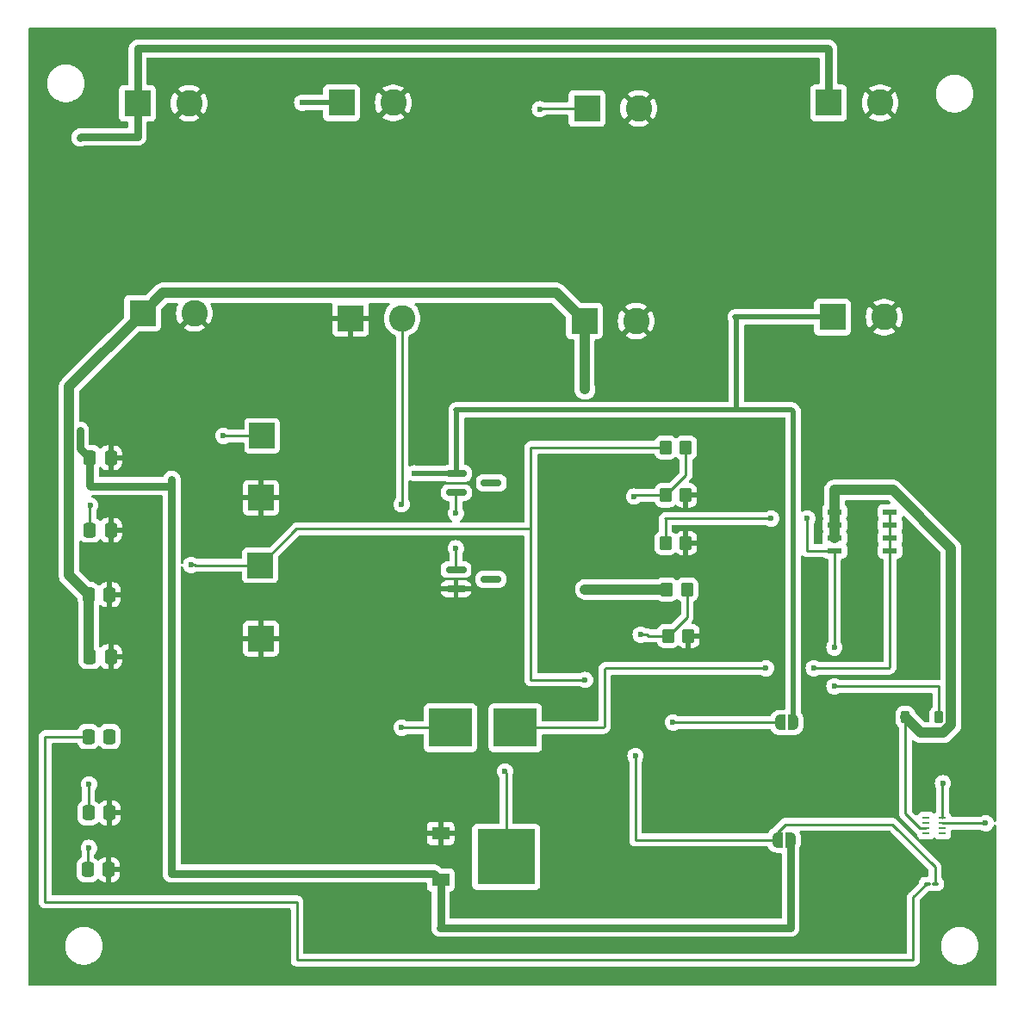
<source format=gbr>
G04 #@! TF.GenerationSoftware,KiCad,Pcbnew,8.0.4*
G04 #@! TF.CreationDate,2024-10-22T20:55:05-05:00*
G04 #@! TF.ProjectId,PCB_split,5043425f-7370-46c6-9974-2e6b69636164,rev?*
G04 #@! TF.SameCoordinates,Original*
G04 #@! TF.FileFunction,Copper,L1,Top*
G04 #@! TF.FilePolarity,Positive*
%FSLAX46Y46*%
G04 Gerber Fmt 4.6, Leading zero omitted, Abs format (unit mm)*
G04 Created by KiCad (PCBNEW 8.0.4) date 2024-10-22 20:55:05*
%MOMM*%
%LPD*%
G01*
G04 APERTURE LIST*
G04 Aperture macros list*
%AMRoundRect*
0 Rectangle with rounded corners*
0 $1 Rounding radius*
0 $2 $3 $4 $5 $6 $7 $8 $9 X,Y pos of 4 corners*
0 Add a 4 corners polygon primitive as box body*
4,1,4,$2,$3,$4,$5,$6,$7,$8,$9,$2,$3,0*
0 Add four circle primitives for the rounded corners*
1,1,$1+$1,$2,$3*
1,1,$1+$1,$4,$5*
1,1,$1+$1,$6,$7*
1,1,$1+$1,$8,$9*
0 Add four rect primitives between the rounded corners*
20,1,$1+$1,$2,$3,$4,$5,0*
20,1,$1+$1,$4,$5,$6,$7,0*
20,1,$1+$1,$6,$7,$8,$9,0*
20,1,$1+$1,$8,$9,$2,$3,0*%
%AMFreePoly0*
4,1,19,0.500000,-0.750000,0.000000,-0.750000,0.000000,-0.744911,-0.071157,-0.744911,-0.207708,-0.704816,-0.327430,-0.627875,-0.420627,-0.520320,-0.479746,-0.390866,-0.500000,-0.250000,-0.500000,0.250000,-0.479746,0.390866,-0.420627,0.520320,-0.327430,0.627875,-0.207708,0.704816,-0.071157,0.744911,0.000000,0.744911,0.000000,0.750000,0.500000,0.750000,0.500000,-0.750000,0.500000,-0.750000,
$1*%
%AMFreePoly1*
4,1,19,0.000000,0.744911,0.071157,0.744911,0.207708,0.704816,0.327430,0.627875,0.420627,0.520320,0.479746,0.390866,0.500000,0.250000,0.500000,-0.250000,0.479746,-0.390866,0.420627,-0.520320,0.327430,-0.627875,0.207708,-0.704816,0.071157,-0.744911,0.000000,-0.744911,0.000000,-0.750000,-0.500000,-0.750000,-0.500000,0.750000,0.000000,0.750000,0.000000,0.744911,0.000000,0.744911,
$1*%
G04 Aperture macros list end*
G04 #@! TA.AperFunction,SMDPad,CuDef*
%ADD10RoundRect,0.250000X-0.337500X-0.475000X0.337500X-0.475000X0.337500X0.475000X-0.337500X0.475000X0*%
G04 #@! TD*
G04 #@! TA.AperFunction,SMDPad,CuDef*
%ADD11FreePoly0,0.000000*%
G04 #@! TD*
G04 #@! TA.AperFunction,SMDPad,CuDef*
%ADD12FreePoly1,0.000000*%
G04 #@! TD*
G04 #@! TA.AperFunction,SMDPad,CuDef*
%ADD13RoundRect,0.250000X-0.350000X-0.450000X0.350000X-0.450000X0.350000X0.450000X-0.350000X0.450000X0*%
G04 #@! TD*
G04 #@! TA.AperFunction,ComponentPad*
%ADD14R,2.600000X2.600000*%
G04 #@! TD*
G04 #@! TA.AperFunction,ComponentPad*
%ADD15C,2.600000*%
G04 #@! TD*
G04 #@! TA.AperFunction,SMDPad,CuDef*
%ADD16R,2.500000X2.500000*%
G04 #@! TD*
G04 #@! TA.AperFunction,SMDPad,CuDef*
%ADD17R,0.711200X0.228600*%
G04 #@! TD*
G04 #@! TA.AperFunction,SMDPad,CuDef*
%ADD18R,1.699999X1.300000*%
G04 #@! TD*
G04 #@! TA.AperFunction,SMDPad,CuDef*
%ADD19R,5.699998X5.499999*%
G04 #@! TD*
G04 #@! TA.AperFunction,SMDPad,CuDef*
%ADD20R,4.240000X3.810000*%
G04 #@! TD*
G04 #@! TA.AperFunction,SMDPad,CuDef*
%ADD21RoundRect,0.162500X-0.837500X-0.162500X0.837500X-0.162500X0.837500X0.162500X-0.837500X0.162500X0*%
G04 #@! TD*
G04 #@! TA.AperFunction,SMDPad,CuDef*
%ADD22R,1.460500X0.558800*%
G04 #@! TD*
G04 #@! TA.AperFunction,SMDPad,CuDef*
%ADD23RoundRect,0.225000X-0.225000X-0.375000X0.225000X-0.375000X0.225000X0.375000X-0.225000X0.375000X0*%
G04 #@! TD*
G04 #@! TA.AperFunction,SMDPad,CuDef*
%ADD24RoundRect,0.100000X-0.217500X-0.100000X0.217500X-0.100000X0.217500X0.100000X-0.217500X0.100000X0*%
G04 #@! TD*
G04 #@! TA.AperFunction,ViaPad*
%ADD25C,0.600000*%
G04 #@! TD*
G04 #@! TA.AperFunction,Conductor*
%ADD26C,0.254000*%
G04 #@! TD*
G04 #@! TA.AperFunction,Conductor*
%ADD27C,0.762000*%
G04 #@! TD*
G04 #@! TA.AperFunction,Conductor*
%ADD28C,1.016000*%
G04 #@! TD*
G04 #@! TA.AperFunction,Conductor*
%ADD29C,0.508000*%
G04 #@! TD*
G04 APERTURE END LIST*
D10*
G04 #@! TO.P,C5,1*
G04 #@! TO.N,/SW*
X95439500Y-104267000D03*
G04 #@! TO.P,C5,2*
G04 #@! TO.N,/BST*
X97514500Y-104267000D03*
G04 #@! TD*
D11*
G04 #@! TO.P,JP2,1,A*
G04 #@! TO.N,Net-(JP2-A)*
X163165000Y-114427000D03*
D12*
G04 #@! TO.P,JP2,2,B*
G04 #@! TO.N,+5V*
X164465000Y-114427000D03*
G04 #@! TD*
D10*
G04 #@! TO.P,C6,1*
G04 #@! TO.N,/SS*
X95439500Y-111760000D03*
G04 #@! TO.P,C6,2*
G04 #@! TO.N,GND*
X97514500Y-111760000D03*
G04 #@! TD*
G04 #@! TO.P,C7,1*
G04 #@! TO.N,Net-(JP2-A)*
X95377000Y-117348000D03*
G04 #@! TO.P,C7,2*
G04 #@! TO.N,GND*
X97452000Y-117348000D03*
G04 #@! TD*
G04 #@! TO.P,C4,1*
G04 #@! TO.N,+12V*
X95566500Y-96393000D03*
G04 #@! TO.P,C4,2*
G04 #@! TO.N,GND*
X97641500Y-96393000D03*
G04 #@! TD*
D13*
G04 #@! TO.P,R2,1*
G04 #@! TO.N,/FB*
X152178000Y-80518000D03*
G04 #@! TO.P,R2,2*
G04 #@! TO.N,GND*
X154178000Y-80518000D03*
G04 #@! TD*
D14*
G04 #@! TO.P,J6,1,Pin_1*
G04 #@! TO.N,+12V*
X144202150Y-63373000D03*
D15*
G04 #@! TO.P,J6,2,Pin_2*
G04 #@! TO.N,GND*
X149282150Y-63373000D03*
G04 #@! TD*
D16*
G04 #@! TO.P,TP4,1,1*
G04 #@! TO.N,GND*
X112395000Y-94615000D03*
G04 #@! TD*
D10*
G04 #@! TO.P,C1,1*
G04 #@! TO.N,+5V*
X95566500Y-76835000D03*
G04 #@! TO.P,C1,2*
G04 #@! TO.N,GND*
X97641500Y-76835000D03*
G04 #@! TD*
D17*
G04 #@! TO.P,U2,1,RT*
G04 #@! TO.N,unconnected-(U2-RT-Pad1)*
X177804376Y-112256811D03*
G04 #@! TO.P,U2,2,EN*
G04 #@! TO.N,unconnected-(U2-EN-Pad2)*
X177804376Y-112756937D03*
G04 #@! TO.P,U2,3,VIN*
G04 #@! TO.N,+12V*
X177804376Y-113257063D03*
G04 #@! TO.P,U2,4,GND*
G04 #@! TO.N,GND*
X177804376Y-113757189D03*
G04 #@! TO.P,U2,5,SW*
G04 #@! TO.N,unconnected-(U2-SW-Pad5)*
X179404576Y-113757189D03*
G04 #@! TO.P,U2,6,BST*
G04 #@! TO.N,unconnected-(U2-BST-Pad6)*
X179404576Y-113257063D03*
G04 #@! TO.P,U2,7,SS*
G04 #@! TO.N,/SS*
X179404576Y-112756937D03*
G04 #@! TO.P,U2,8,FB*
G04 #@! TO.N,/FB*
X179404576Y-112256811D03*
G04 #@! TD*
D18*
G04 #@! TO.P,U1,1,GND*
G04 #@! TO.N,GND*
X130066001Y-113793001D03*
G04 #@! TO.P,U1,3,INPUT*
G04 #@! TO.N,+5V*
X130066001Y-118362999D03*
D19*
G04 #@! TO.P,U1,4,OUT*
G04 #@! TO.N,Net-(JP1-A)*
X136506001Y-116078000D03*
G04 #@! TD*
D15*
G04 #@! TO.P,J7,2,Pin_2*
G04 #@! TO.N,GND*
X173285150Y-41910000D03*
D14*
G04 #@! TO.P,J7,1,Pin_1*
G04 #@! TO.N,+5V*
X168205150Y-41910000D03*
G04 #@! TD*
D11*
G04 #@! TO.P,JP1,1,A*
G04 #@! TO.N,Net-(JP1-A)*
X163449000Y-102870000D03*
D12*
G04 #@! TO.P,JP1,2,B*
G04 #@! TO.N,+3V3*
X164749000Y-102870000D03*
G04 #@! TD*
D14*
G04 #@! TO.P,J4,1,Pin_1*
G04 #@! TO.N,GND*
X121215150Y-63119000D03*
D15*
G04 #@! TO.P,J4,2,Pin_2*
G04 #@! TO.N,Net-(J4-Pin_2)*
X126295150Y-63119000D03*
G04 #@! TD*
D20*
G04 #@! TO.P,F1,1*
G04 #@! TO.N,Net-(J4-Pin_2)*
X131044000Y-103378000D03*
G04 #@! TO.P,F1,2*
G04 #@! TO.N,Net-(F1-Pad2)*
X137414000Y-103378000D03*
G04 #@! TD*
D14*
G04 #@! TO.P,J2,1,Pin_1*
G04 #@! TO.N,+12V*
X100768150Y-62611000D03*
D15*
G04 #@! TO.P,J2,2,Pin_2*
G04 #@! TO.N,GND*
X105848150Y-62611000D03*
G04 #@! TD*
D13*
G04 #@! TO.P,R5,1*
G04 #@! TO.N,/VBAT_READ*
X152432000Y-94361000D03*
G04 #@! TO.P,R5,2*
G04 #@! TO.N,GND*
X154432000Y-94361000D03*
G04 #@! TD*
D21*
G04 #@! TO.P,D2,1,K*
G04 #@! TO.N,+3V3*
X131629150Y-78359000D03*
G04 #@! TO.P,D2,2,A*
G04 #@! TO.N,/VBAT_READ*
X131629150Y-80259000D03*
G04 #@! TO.P,D2,3*
G04 #@! TO.N,N/C*
X135049150Y-79309000D03*
G04 #@! TD*
D15*
G04 #@! TO.P,J5,2,Pin_2*
G04 #@! TO.N,GND*
X149531150Y-42469000D03*
D14*
G04 #@! TO.P,J5,1,Pin_1*
G04 #@! TO.N,/VBAT_READ*
X144451150Y-42469000D03*
G04 #@! TD*
D13*
G04 #@! TO.P,R1,1*
G04 #@! TO.N,Net-(JP2-A)*
X152178000Y-75819000D03*
G04 #@! TO.P,R1,2*
G04 #@! TO.N,/FB*
X154178000Y-75819000D03*
G04 #@! TD*
D22*
G04 #@! TO.P,Q1,1,1*
G04 #@! TO.N,+12V*
X168795700Y-82169000D03*
G04 #@! TO.P,Q1,2,2*
X168795700Y-83439000D03*
G04 #@! TO.P,Q1,3,3*
X168795700Y-84709000D03*
G04 #@! TO.P,Q1,4,4*
G04 #@! TO.N,Net-(D1-A)*
X168795700Y-85979000D03*
G04 #@! TO.P,Q1,5,5*
G04 #@! TO.N,Net-(F1-Pad2)*
X174244000Y-85979000D03*
G04 #@! TO.P,Q1,6,6*
X174244000Y-84709000D03*
G04 #@! TO.P,Q1,7,7*
X174244000Y-83439000D03*
G04 #@! TO.P,Q1,8,8*
X174244000Y-82169000D03*
G04 #@! TD*
D16*
G04 #@! TO.P,TP2,1,1*
G04 #@! TO.N,GND*
X112395000Y-80772000D03*
G04 #@! TD*
D23*
G04 #@! TO.P,D1,1,K*
G04 #@! TO.N,+12V*
X175770000Y-102362000D03*
G04 #@! TO.P,D1,2,A*
G04 #@! TO.N,Net-(D1-A)*
X179070000Y-102362000D03*
G04 #@! TD*
D10*
G04 #@! TO.P,C3,1*
G04 #@! TO.N,+12V*
X95439500Y-90297000D03*
G04 #@! TO.P,C3,2*
G04 #@! TO.N,GND*
X97514500Y-90297000D03*
G04 #@! TD*
D16*
G04 #@! TO.P,TP1,1,1*
G04 #@! TO.N,Net-(JP1-A)*
X112522000Y-74676000D03*
G04 #@! TD*
D21*
G04 #@! TO.P,D3,1,K*
G04 #@! TO.N,/VBAT_READ*
X131581000Y-87823000D03*
G04 #@! TO.P,D3,2,A*
G04 #@! TO.N,GND*
X131581000Y-89723000D03*
G04 #@! TO.P,D3,3*
G04 #@! TO.N,N/C*
X135001000Y-88773000D03*
G04 #@! TD*
D13*
G04 #@! TO.P,R4,1*
G04 #@! TO.N,+12V*
X152305000Y-89789000D03*
G04 #@! TO.P,R4,2*
G04 #@! TO.N,/VBAT_READ*
X154305000Y-89789000D03*
G04 #@! TD*
D15*
G04 #@! TO.P,J1,2,Pin_2*
G04 #@! TO.N,GND*
X105335150Y-41961000D03*
D14*
G04 #@! TO.P,J1,1,Pin_1*
G04 #@! TO.N,+5V*
X100255150Y-41961000D03*
G04 #@! TD*
D16*
G04 #@! TO.P,TP3,1,1*
G04 #@! TO.N,Net-(JP2-A)*
X112325150Y-87398000D03*
G04 #@! TD*
D14*
G04 #@! TO.P,J8,1,Pin_1*
G04 #@! TO.N,+3V3*
X168586150Y-62992000D03*
D15*
G04 #@! TO.P,J8,2,Pin_2*
G04 #@! TO.N,GND*
X173666150Y-62992000D03*
G04 #@! TD*
G04 #@! TO.P,J3,2,Pin_2*
G04 #@! TO.N,GND*
X125406150Y-41910000D03*
D14*
G04 #@! TO.P,J3,1,Pin_1*
G04 #@! TO.N,+3V3*
X120326150Y-41910000D03*
G04 #@! TD*
D13*
G04 #@! TO.P,R3,1*
G04 #@! TO.N,Net-(D1-A)*
X152178000Y-85217000D03*
G04 #@! TO.P,R3,2*
G04 #@! TO.N,GND*
X154178000Y-85217000D03*
G04 #@! TD*
D24*
G04 #@! TO.P,L1,1,1*
G04 #@! TO.N,/SW*
X177900500Y-118745000D03*
G04 #@! TO.P,L1,2,2*
G04 #@! TO.N,Net-(JP2-A)*
X178715500Y-118745000D03*
G04 #@! TD*
D10*
G04 #@! TO.P,C2,1*
G04 #@! TO.N,Net-(JP1-A)*
X95566500Y-83947000D03*
G04 #@! TO.P,C2,2*
G04 #@! TO.N,GND*
X97641500Y-83947000D03*
G04 #@! TD*
D25*
G04 #@! TO.N,+5V*
X94615000Y-45339000D03*
X94615000Y-74168000D03*
G04 #@! TO.N,GND*
X120269000Y-93853000D03*
X100584000Y-84836000D03*
X159512000Y-53975000D03*
X134874000Y-48260000D03*
X115951000Y-113538000D03*
X155702000Y-99695000D03*
X157099000Y-87376000D03*
X140208000Y-95885000D03*
G04 #@! TO.N,Net-(JP1-A)*
X108712000Y-74676000D03*
X95631000Y-81534000D03*
X152908000Y-102870000D03*
X136398000Y-107696000D03*
G04 #@! TO.N,+12V*
X144272000Y-70104000D03*
X144272000Y-89789000D03*
X168783000Y-80010000D03*
G04 #@! TO.N,/SS*
X183642000Y-112776000D03*
X95504000Y-108966000D03*
G04 #@! TO.N,Net-(JP2-A)*
X149225000Y-106172000D03*
X105537000Y-87376000D03*
X144272000Y-98679000D03*
X95504000Y-115189000D03*
G04 #@! TO.N,Net-(D1-A)*
X166116000Y-82804000D03*
X162560000Y-82804000D03*
X168783000Y-99314000D03*
X168783000Y-95504000D03*
G04 #@! TO.N,+3V3*
X116459000Y-41910000D03*
X127508000Y-78359000D03*
G04 #@! TO.N,/VBAT_READ*
X139827000Y-42545000D03*
X131572000Y-85725000D03*
X149733000Y-94234000D03*
X131572000Y-82296000D03*
G04 #@! TO.N,Net-(F1-Pad2)*
X162052000Y-97536000D03*
X166751000Y-97536000D03*
G04 #@! TO.N,Net-(J4-Pin_2)*
X126238000Y-81407000D03*
X126238000Y-103378000D03*
G04 #@! TO.N,/FB*
X149098000Y-80645000D03*
X179451000Y-108839000D03*
G04 #@! TD*
D26*
G04 #@! TO.N,/SW*
X177849000Y-118745000D02*
X176530000Y-120064000D01*
X176530000Y-120064000D02*
X176530000Y-126238000D01*
X91186000Y-104267000D02*
X95439500Y-104267000D01*
X115951000Y-126238000D02*
X115951000Y-120523000D01*
X176530000Y-126238000D02*
X115951000Y-126238000D01*
X115951000Y-120523000D02*
X91186000Y-120523000D01*
X91186000Y-120523000D02*
X91186000Y-104267000D01*
D27*
G04 #@! TO.N,+5V*
X130066001Y-118362999D02*
X130066001Y-123044999D01*
X130066001Y-123044999D02*
X130048000Y-123063000D01*
X164465000Y-123063000D02*
X164465000Y-114427000D01*
X130048000Y-123063000D02*
X164465000Y-123063000D01*
X104394000Y-117729000D02*
X129432002Y-117729000D01*
X129432002Y-117729000D02*
X130066001Y-118362999D01*
X95566500Y-76835000D02*
X95566500Y-79564500D01*
X95566500Y-79564500D02*
X95631000Y-79629000D01*
X103632000Y-117729000D02*
X104394000Y-117729000D01*
X95631000Y-79629000D02*
X103632000Y-79629000D01*
X103632000Y-78994000D02*
X103632000Y-117729000D01*
D26*
G04 #@! TO.N,Net-(JP2-A)*
X95377000Y-117348000D02*
X95377000Y-115316000D01*
X95377000Y-115316000D02*
X95504000Y-115189000D01*
D27*
G04 #@! TO.N,+5V*
X94615000Y-75883500D02*
X95566500Y-76835000D01*
X94615000Y-74168000D02*
X94615000Y-75883500D01*
D26*
G04 #@! TO.N,Net-(JP1-A)*
X136398000Y-107696000D02*
X136506001Y-107804001D01*
X95566500Y-83947000D02*
X95566500Y-81598500D01*
X108712000Y-74676000D02*
X112522000Y-74676000D01*
X136506001Y-107804001D02*
X136506001Y-116078000D01*
X95566500Y-81598500D02*
X95631000Y-81534000D01*
X152908000Y-102870000D02*
X163449000Y-102870000D01*
G04 #@! TO.N,+12V*
X177180602Y-113257063D02*
X177804376Y-113257063D01*
D28*
X168783000Y-80010000D02*
X174510650Y-80010000D01*
X168795700Y-82169000D02*
X168795700Y-80022700D01*
X93526000Y-88383500D02*
X95439500Y-90297000D01*
X179471696Y-103886000D02*
X177294000Y-103886000D01*
X168795700Y-80022700D02*
X168783000Y-80010000D01*
X144272000Y-89789000D02*
X152305000Y-89789000D01*
X144202150Y-63373000D02*
X144202150Y-70034150D01*
X180228000Y-85727350D02*
X180228000Y-103129696D01*
D26*
X175770000Y-111846461D02*
X175770000Y-102362000D01*
D28*
X100768150Y-62611000D02*
X93526000Y-69853150D01*
X95439500Y-96266000D02*
X95566500Y-96393000D01*
X177294000Y-103886000D02*
X175770000Y-102362000D01*
X93526000Y-69853150D02*
X93526000Y-88383500D01*
X95439500Y-90297000D02*
X95439500Y-96266000D01*
X168795700Y-83439000D02*
X168795700Y-84709000D01*
X102776150Y-60603000D02*
X141432150Y-60603000D01*
D26*
X175770000Y-111846461D02*
X177180602Y-113257063D01*
D28*
X141432150Y-60603000D02*
X144202150Y-63373000D01*
X144202150Y-70034150D02*
X144272000Y-70104000D01*
X180228000Y-103129696D02*
X179471696Y-103886000D01*
X174510650Y-80010000D02*
X180228000Y-85727350D01*
X100768150Y-62611000D02*
X102776150Y-60603000D01*
X168795700Y-82169000D02*
X168795700Y-83439000D01*
D26*
G04 #@! TO.N,/SS*
X180213000Y-112776000D02*
X180193937Y-112756937D01*
X95439500Y-111760000D02*
X95439500Y-109030500D01*
X183642000Y-112776000D02*
X180213000Y-112776000D01*
X180193937Y-112756937D02*
X179404576Y-112756937D01*
X95439500Y-109030500D02*
X95504000Y-108966000D01*
G04 #@! TO.N,Net-(JP2-A)*
X138938000Y-83820000D02*
X115903150Y-83820000D01*
X149225000Y-106172000D02*
X149225000Y-114427000D01*
X115903150Y-83820000D02*
X112325150Y-87398000D01*
X174498000Y-112903000D02*
X178664000Y-117069000D01*
X149225000Y-114427000D02*
X163165000Y-114427000D01*
X105537000Y-87376000D02*
X105918000Y-87376000D01*
X95461000Y-115232000D02*
X95504000Y-115189000D01*
X163165000Y-114427000D02*
X163165000Y-113672000D01*
X138938000Y-98679000D02*
X144272000Y-98679000D01*
X105918000Y-87376000D02*
X105940000Y-87398000D01*
X152178000Y-75819000D02*
X138938000Y-75819000D01*
X163934000Y-112903000D02*
X174498000Y-112903000D01*
X138938000Y-75819000D02*
X138938000Y-83820000D01*
X163165000Y-113672000D02*
X163934000Y-112903000D01*
X105940000Y-87398000D02*
X112325150Y-87398000D01*
X178664000Y-117069000D02*
X178664000Y-118745000D01*
X138938000Y-83820000D02*
X138938000Y-98679000D01*
G04 #@! TO.N,Net-(D1-A)*
X152146000Y-82804000D02*
X162560000Y-82804000D01*
X166116000Y-82804000D02*
X166116000Y-85979000D01*
X152178000Y-82836000D02*
X152146000Y-82804000D01*
X179070000Y-99314000D02*
X179070000Y-102362000D01*
X168795700Y-95491300D02*
X168783000Y-95504000D01*
X168783000Y-99314000D02*
X179070000Y-99314000D01*
X168795700Y-85979000D02*
X168795700Y-95491300D01*
X152178000Y-85217000D02*
X152178000Y-82836000D01*
X166116000Y-85979000D02*
X168795700Y-85979000D01*
D29*
G04 #@! TO.N,+3V3*
X159131000Y-63119000D02*
X159004000Y-62992000D01*
X159131000Y-72136000D02*
X164592000Y-72136000D01*
X131572000Y-72136000D02*
X159131000Y-72136000D01*
X131629150Y-72193150D02*
X131572000Y-72136000D01*
X127508000Y-78359000D02*
X131629150Y-78359000D01*
X131629150Y-78359000D02*
X131629150Y-72193150D01*
X120326150Y-41910000D02*
X116459000Y-41910000D01*
X164592000Y-72136000D02*
X164749000Y-72293000D01*
X159004000Y-62992000D02*
X168586150Y-62992000D01*
X164749000Y-72293000D02*
X164749000Y-102870000D01*
X159131000Y-72136000D02*
X159131000Y-63119000D01*
D26*
G04 #@! TO.N,/VBAT_READ*
X131572000Y-87814000D02*
X131581000Y-87823000D01*
X139903000Y-42469000D02*
X139827000Y-42545000D01*
X149733000Y-94234000D02*
X150368000Y-94234000D01*
X131572000Y-80316150D02*
X131629150Y-80259000D01*
X131572000Y-85725000D02*
X131572000Y-87814000D01*
X150495000Y-94361000D02*
X152432000Y-94361000D01*
X154305000Y-92488000D02*
X154305000Y-89789000D01*
X150368000Y-94234000D02*
X150495000Y-94361000D01*
X144451150Y-42469000D02*
X139903000Y-42469000D01*
X152432000Y-94361000D02*
X154305000Y-92488000D01*
X131572000Y-82296000D02*
X131572000Y-80316150D01*
G04 #@! TO.N,Net-(F1-Pad2)*
X146304000Y-97536000D02*
X162052000Y-97536000D01*
X146177000Y-97663000D02*
X146304000Y-97536000D01*
X174244000Y-85979000D02*
X174244000Y-84709000D01*
X174244000Y-84709000D02*
X174244000Y-83439000D01*
X146050000Y-103378000D02*
X146177000Y-103251000D01*
X174244000Y-97409000D02*
X174244000Y-85979000D01*
X166751000Y-97536000D02*
X174117000Y-97536000D01*
X146177000Y-103251000D02*
X146177000Y-97663000D01*
X174244000Y-83439000D02*
X174244000Y-82169000D01*
X174117000Y-97536000D02*
X174244000Y-97409000D01*
X137414000Y-103378000D02*
X146050000Y-103378000D01*
G04 #@! TO.N,Net-(J4-Pin_2)*
X126295150Y-81349850D02*
X126238000Y-81407000D01*
X126295150Y-63119000D02*
X126295150Y-81349850D01*
X126238000Y-103378000D02*
X131044000Y-103378000D01*
G04 #@! TO.N,/FB*
X154178000Y-75819000D02*
X154178000Y-78518000D01*
X154178000Y-78518000D02*
X152178000Y-80518000D01*
X149225000Y-80518000D02*
X149098000Y-80645000D01*
X179404576Y-108885424D02*
X179404576Y-112256811D01*
X152178000Y-80518000D02*
X149225000Y-80518000D01*
X179451000Y-108839000D02*
X179404576Y-108885424D01*
D27*
G04 #@! TO.N,+5V*
X94615000Y-45339000D02*
X94691000Y-45263000D01*
X94691000Y-45263000D02*
X100255150Y-45263000D01*
X168205150Y-36633150D02*
X168205150Y-41910000D01*
X100255150Y-45263000D02*
X100255150Y-36650850D01*
X100255150Y-36650850D02*
X100330000Y-36576000D01*
X100330000Y-36576000D02*
X168148000Y-36576000D01*
X168148000Y-36576000D02*
X168205150Y-36633150D01*
G04 #@! TD*
G04 #@! TA.AperFunction,Conductor*
G04 #@! TO.N,GND*
G36*
X184608539Y-34556185D02*
G01*
X184654294Y-34608989D01*
X184665500Y-34660500D01*
X184665500Y-112547473D01*
X184645815Y-112614512D01*
X184593011Y-112660267D01*
X184523853Y-112670211D01*
X184460297Y-112641186D01*
X184424459Y-112588428D01*
X184367790Y-112426480D01*
X184360948Y-112415591D01*
X184271816Y-112273738D01*
X184144262Y-112146184D01*
X184117700Y-112129494D01*
X183991523Y-112050211D01*
X183821254Y-111990631D01*
X183821249Y-111990630D01*
X183642004Y-111970435D01*
X183641996Y-111970435D01*
X183462750Y-111990630D01*
X183462745Y-111990631D01*
X183292476Y-112050211D01*
X183166300Y-112129494D01*
X183100328Y-112148500D01*
X180377850Y-112148500D01*
X180310811Y-112128815D01*
X180265056Y-112076011D01*
X180254560Y-112037753D01*
X180254267Y-112035027D01*
X180203973Y-111900182D01*
X180203969Y-111900175D01*
X180117724Y-111784968D01*
X180117722Y-111784965D01*
X180117720Y-111784963D01*
X180117718Y-111784961D01*
X180081764Y-111758046D01*
X180039894Y-111702112D01*
X180032076Y-111658780D01*
X180032076Y-109441364D01*
X180051761Y-109374325D01*
X180068395Y-109353683D01*
X180080816Y-109341262D01*
X180176789Y-109188522D01*
X180236368Y-109018255D01*
X180236369Y-109018249D01*
X180256565Y-108839003D01*
X180256565Y-108838996D01*
X180236369Y-108659750D01*
X180236368Y-108659745D01*
X180221228Y-108616478D01*
X180176789Y-108489478D01*
X180160615Y-108463738D01*
X180080815Y-108336737D01*
X179953262Y-108209184D01*
X179800523Y-108113211D01*
X179630254Y-108053631D01*
X179630249Y-108053630D01*
X179451004Y-108033435D01*
X179450996Y-108033435D01*
X179271750Y-108053630D01*
X179271745Y-108053631D01*
X179101476Y-108113211D01*
X178948737Y-108209184D01*
X178821184Y-108336737D01*
X178725211Y-108489476D01*
X178665631Y-108659745D01*
X178665630Y-108659750D01*
X178645435Y-108838996D01*
X178645435Y-108839003D01*
X178665630Y-109018249D01*
X178665631Y-109018254D01*
X178725211Y-109188524D01*
X178758069Y-109240815D01*
X178777076Y-109306788D01*
X178777076Y-111658780D01*
X178757391Y-111725819D01*
X178727388Y-111758046D01*
X178684331Y-111790279D01*
X178683392Y-111789025D01*
X178630822Y-111817725D01*
X178561131Y-111812734D01*
X178525132Y-111789596D01*
X178524621Y-111790279D01*
X178402311Y-111698717D01*
X178402304Y-111698713D01*
X178267458Y-111648419D01*
X178267459Y-111648419D01*
X178207859Y-111642012D01*
X178207857Y-111642011D01*
X178207849Y-111642011D01*
X178207840Y-111642011D01*
X177400905Y-111642011D01*
X177400899Y-111642012D01*
X177341292Y-111648419D01*
X177206447Y-111698713D01*
X177206440Y-111698717D01*
X177091231Y-111784963D01*
X177091228Y-111784966D01*
X177004982Y-111900175D01*
X177004978Y-111900183D01*
X176992582Y-111933417D01*
X176950710Y-111989350D01*
X176885245Y-112013765D01*
X176816972Y-111998912D01*
X176788720Y-111977762D01*
X176433819Y-111622861D01*
X176400334Y-111561538D01*
X176397500Y-111535180D01*
X176397500Y-104715096D01*
X176417185Y-104648057D01*
X176469989Y-104602302D01*
X176539147Y-104592358D01*
X176602703Y-104621383D01*
X176609182Y-104627416D01*
X176651115Y-104669350D01*
X176651119Y-104669353D01*
X176816289Y-104779717D01*
X176816295Y-104779720D01*
X176816296Y-104779721D01*
X176999831Y-104855744D01*
X177194666Y-104894499D01*
X177194670Y-104894500D01*
X177194671Y-104894500D01*
X179571026Y-104894500D01*
X179571027Y-104894499D01*
X179765865Y-104855744D01*
X179949400Y-104779721D01*
X180114577Y-104669353D01*
X180255049Y-104528881D01*
X181011353Y-103772577D01*
X181121721Y-103607400D01*
X181197744Y-103423865D01*
X181236500Y-103229025D01*
X181236500Y-85628021D01*
X181229358Y-85592116D01*
X181197746Y-85433188D01*
X181197743Y-85433179D01*
X181173843Y-85375478D01*
X181121724Y-85249650D01*
X181121723Y-85249649D01*
X181121722Y-85249646D01*
X181011353Y-85084469D01*
X181011350Y-85084465D01*
X175153534Y-79226649D01*
X175153530Y-79226646D01*
X174988360Y-79116282D01*
X174988351Y-79116277D01*
X174931934Y-79092909D01*
X174804819Y-79040256D01*
X174804811Y-79040254D01*
X174609983Y-79001500D01*
X174609979Y-79001500D01*
X168683671Y-79001500D01*
X168683666Y-79001500D01*
X168488838Y-79040254D01*
X168488830Y-79040256D01*
X168305298Y-79116277D01*
X168305289Y-79116282D01*
X168140119Y-79226646D01*
X168140115Y-79226649D01*
X167999649Y-79367115D01*
X167999646Y-79367119D01*
X167889282Y-79532289D01*
X167889277Y-79532298D01*
X167813256Y-79715830D01*
X167813254Y-79715838D01*
X167774500Y-79910666D01*
X167774500Y-79910671D01*
X167774500Y-80109329D01*
X167781145Y-80142738D01*
X167784817Y-80161194D01*
X167787200Y-80185387D01*
X167787200Y-81410622D01*
X167767515Y-81477661D01*
X167737513Y-81509887D01*
X167707909Y-81532049D01*
X167707901Y-81532057D01*
X167621656Y-81647264D01*
X167621652Y-81647271D01*
X167571360Y-81782113D01*
X167571359Y-81782117D01*
X167564950Y-81841727D01*
X167564950Y-81841734D01*
X167564950Y-81841735D01*
X167564950Y-82496270D01*
X167564951Y-82496276D01*
X167571358Y-82555883D01*
X167621652Y-82690728D01*
X167621653Y-82690730D01*
X167650818Y-82729690D01*
X167675234Y-82795155D01*
X167660382Y-82863428D01*
X167650818Y-82878310D01*
X167621653Y-82917269D01*
X167621652Y-82917271D01*
X167571830Y-83050853D01*
X167571359Y-83052117D01*
X167564950Y-83111727D01*
X167564950Y-83111734D01*
X167564950Y-83111735D01*
X167564950Y-83766270D01*
X167564951Y-83766276D01*
X167571358Y-83825883D01*
X167621652Y-83960728D01*
X167621653Y-83960730D01*
X167650818Y-83999690D01*
X167675234Y-84065155D01*
X167660382Y-84133428D01*
X167650818Y-84148310D01*
X167621653Y-84187269D01*
X167621652Y-84187271D01*
X167571360Y-84322113D01*
X167571359Y-84322117D01*
X167564950Y-84381727D01*
X167564950Y-84381734D01*
X167564950Y-84381735D01*
X167564950Y-85036270D01*
X167564951Y-85036276D01*
X167571359Y-85095884D01*
X167604286Y-85184168D01*
X167609270Y-85253859D01*
X167575784Y-85315182D01*
X167514461Y-85348666D01*
X167488104Y-85351500D01*
X166867500Y-85351500D01*
X166800461Y-85331815D01*
X166754706Y-85279011D01*
X166743500Y-85227500D01*
X166743500Y-83345671D01*
X166762507Y-83279698D01*
X166772426Y-83263913D01*
X166804174Y-83213384D01*
X166841788Y-83153524D01*
X166841789Y-83153522D01*
X166901368Y-82983255D01*
X166908275Y-82921952D01*
X166921565Y-82804003D01*
X166921565Y-82803996D01*
X166901369Y-82624750D01*
X166901368Y-82624745D01*
X166865416Y-82522000D01*
X166841789Y-82454478D01*
X166745816Y-82301738D01*
X166618262Y-82174184D01*
X166568765Y-82143083D01*
X166465523Y-82078211D01*
X166295254Y-82018631D01*
X166295249Y-82018630D01*
X166116004Y-81998435D01*
X166115996Y-81998435D01*
X165936750Y-82018630D01*
X165936745Y-82018631D01*
X165766476Y-82078211D01*
X165693472Y-82124083D01*
X165626235Y-82143083D01*
X165559400Y-82122715D01*
X165514186Y-82069447D01*
X165503500Y-82019089D01*
X165503500Y-72373446D01*
X165503501Y-72373425D01*
X165503501Y-72218685D01*
X165474506Y-72072925D01*
X165474503Y-72072915D01*
X165469871Y-72061733D01*
X165469851Y-72061686D01*
X165433146Y-71973070D01*
X165417630Y-71935611D01*
X165350912Y-71835760D01*
X165335059Y-71812034D01*
X165229966Y-71706941D01*
X165229964Y-71706939D01*
X165072966Y-71549941D01*
X164949389Y-71467370D01*
X164949386Y-71467368D01*
X164949385Y-71467368D01*
X164868955Y-71434053D01*
X164812080Y-71410495D01*
X164787894Y-71405684D01*
X164666314Y-71381499D01*
X164666312Y-71381499D01*
X164517688Y-71381499D01*
X164511574Y-71381499D01*
X164511554Y-71381500D01*
X160009500Y-71381500D01*
X159942461Y-71361815D01*
X159896706Y-71309011D01*
X159885500Y-71257500D01*
X159885500Y-63870500D01*
X159905185Y-63803461D01*
X159957989Y-63757706D01*
X160009500Y-63746500D01*
X166661651Y-63746500D01*
X166728690Y-63766185D01*
X166774445Y-63818989D01*
X166785651Y-63870500D01*
X166785651Y-64339876D01*
X166792058Y-64399483D01*
X166842352Y-64534328D01*
X166842356Y-64534335D01*
X166928602Y-64649544D01*
X166928605Y-64649547D01*
X167043814Y-64735793D01*
X167043821Y-64735797D01*
X167178667Y-64786091D01*
X167178666Y-64786091D01*
X167185594Y-64786835D01*
X167238277Y-64792500D01*
X169934022Y-64792499D01*
X169993633Y-64786091D01*
X170128481Y-64735796D01*
X170243696Y-64649546D01*
X170329946Y-64534331D01*
X170380241Y-64399483D01*
X170386650Y-64339873D01*
X170386649Y-62991995D01*
X171861103Y-62991995D01*
X171861103Y-62992004D01*
X171881263Y-63261026D01*
X171881263Y-63261028D01*
X171941292Y-63524033D01*
X171941298Y-63524052D01*
X172039859Y-63775181D01*
X172039858Y-63775181D01*
X172174752Y-64008822D01*
X172228444Y-64076151D01*
X173065107Y-63239487D01*
X173090128Y-63299890D01*
X173161262Y-63406351D01*
X173251799Y-63496888D01*
X173358260Y-63568022D01*
X173418660Y-63593041D01*
X172580998Y-64430702D01*
X172763633Y-64555220D01*
X172763635Y-64555221D01*
X173006689Y-64672269D01*
X173006687Y-64672269D01*
X173264487Y-64751790D01*
X173264493Y-64751792D01*
X173531251Y-64791999D01*
X173531260Y-64792000D01*
X173801040Y-64792000D01*
X173801048Y-64791999D01*
X174067806Y-64751792D01*
X174067812Y-64751790D01*
X174325611Y-64672269D01*
X174568671Y-64555218D01*
X174751300Y-64430702D01*
X173913638Y-63593041D01*
X173974040Y-63568022D01*
X174080501Y-63496888D01*
X174171038Y-63406351D01*
X174242172Y-63299890D01*
X174267191Y-63239488D01*
X175103853Y-64076151D01*
X175103854Y-64076150D01*
X175157543Y-64008828D01*
X175157550Y-64008817D01*
X175292440Y-63775181D01*
X175391001Y-63524052D01*
X175391007Y-63524033D01*
X175451036Y-63261028D01*
X175451036Y-63261026D01*
X175471197Y-62992004D01*
X175471197Y-62991995D01*
X175451036Y-62722973D01*
X175451036Y-62722971D01*
X175391007Y-62459966D01*
X175391001Y-62459947D01*
X175292440Y-62208818D01*
X175292441Y-62208818D01*
X175157547Y-61975177D01*
X175103854Y-61907847D01*
X174267191Y-62744510D01*
X174242172Y-62684110D01*
X174171038Y-62577649D01*
X174080501Y-62487112D01*
X173974040Y-62415978D01*
X173913638Y-62390958D01*
X174751300Y-61553296D01*
X174568667Y-61428779D01*
X174568666Y-61428778D01*
X174325610Y-61311730D01*
X174325612Y-61311730D01*
X174067812Y-61232209D01*
X174067806Y-61232207D01*
X173801048Y-61192000D01*
X173531251Y-61192000D01*
X173264493Y-61232207D01*
X173264487Y-61232209D01*
X173006688Y-61311730D01*
X172763635Y-61428778D01*
X172763626Y-61428783D01*
X172580998Y-61553296D01*
X173418661Y-62390958D01*
X173358260Y-62415978D01*
X173251799Y-62487112D01*
X173161262Y-62577649D01*
X173090128Y-62684110D01*
X173065108Y-62744511D01*
X172228445Y-61907848D01*
X172174750Y-61975180D01*
X172039859Y-62208818D01*
X171941298Y-62459947D01*
X171941292Y-62459966D01*
X171881263Y-62722971D01*
X171881263Y-62722973D01*
X171861103Y-62991995D01*
X170386649Y-62991995D01*
X170386649Y-61644128D01*
X170380241Y-61584517D01*
X170378149Y-61578909D01*
X170329947Y-61449671D01*
X170329943Y-61449664D01*
X170243697Y-61334455D01*
X170243694Y-61334452D01*
X170128485Y-61248206D01*
X170128478Y-61248202D01*
X169993632Y-61197908D01*
X169993633Y-61197908D01*
X169934033Y-61191501D01*
X169934031Y-61191500D01*
X169934023Y-61191500D01*
X169934014Y-61191500D01*
X167238279Y-61191500D01*
X167238273Y-61191501D01*
X167178666Y-61197908D01*
X167043821Y-61248202D01*
X167043814Y-61248206D01*
X166928605Y-61334452D01*
X166928602Y-61334455D01*
X166842356Y-61449664D01*
X166842352Y-61449671D01*
X166792058Y-61584517D01*
X166785651Y-61644116D01*
X166785651Y-61644123D01*
X166785650Y-61644135D01*
X166785650Y-62113500D01*
X166765965Y-62180539D01*
X166713161Y-62226294D01*
X166661650Y-62237500D01*
X159084446Y-62237500D01*
X159084426Y-62237499D01*
X159078312Y-62237499D01*
X158929688Y-62237499D01*
X158929686Y-62237499D01*
X158808105Y-62261684D01*
X158793540Y-62264581D01*
X158783918Y-62266495D01*
X158783917Y-62266495D01*
X158727045Y-62290053D01*
X158646614Y-62323368D01*
X158523031Y-62405942D01*
X158417942Y-62511031D01*
X158335372Y-62634607D01*
X158335366Y-62634618D01*
X158278496Y-62771916D01*
X158278493Y-62771926D01*
X158249499Y-62917685D01*
X158249499Y-62917688D01*
X158249499Y-63066312D01*
X158249499Y-63066314D01*
X158249498Y-63066314D01*
X158278493Y-63212073D01*
X158278496Y-63212083D01*
X158335366Y-63349382D01*
X158335370Y-63349389D01*
X158351146Y-63373000D01*
X158355601Y-63379666D01*
X158376480Y-63446344D01*
X158376500Y-63448559D01*
X158376500Y-71257500D01*
X158356815Y-71324539D01*
X158304011Y-71370294D01*
X158252500Y-71381500D01*
X131652446Y-71381500D01*
X131652426Y-71381499D01*
X131646312Y-71381499D01*
X131497688Y-71381499D01*
X131497686Y-71381499D01*
X131376105Y-71405684D01*
X131361540Y-71408581D01*
X131351918Y-71410495D01*
X131351917Y-71410495D01*
X131295045Y-71434053D01*
X131214614Y-71467368D01*
X131091031Y-71549942D01*
X130985942Y-71655031D01*
X130903372Y-71778607D01*
X130903366Y-71778618D01*
X130846496Y-71915916D01*
X130846493Y-71915926D01*
X130817499Y-72061685D01*
X130817499Y-72210314D01*
X130819165Y-72218688D01*
X130841684Y-72331894D01*
X130846495Y-72356080D01*
X130865212Y-72401267D01*
X130874650Y-72448718D01*
X130874650Y-77409500D01*
X130854965Y-77476539D01*
X130802161Y-77522294D01*
X130750658Y-77533500D01*
X130738051Y-77533500D01*
X130671267Y-77539568D01*
X130671256Y-77539571D01*
X130517550Y-77587467D01*
X130510709Y-77590547D01*
X130510056Y-77589098D01*
X130454808Y-77604500D01*
X127796540Y-77604500D01*
X127755585Y-77597541D01*
X127687262Y-77573633D01*
X127687249Y-77573630D01*
X127508004Y-77553435D01*
X127507996Y-77553435D01*
X127328750Y-77573630D01*
X127328745Y-77573631D01*
X127158476Y-77633211D01*
X127112622Y-77662024D01*
X127045385Y-77681024D01*
X126978550Y-77660656D01*
X126933336Y-77607388D01*
X126922650Y-77557030D01*
X126922650Y-64893130D01*
X126942335Y-64826091D01*
X126992848Y-64781410D01*
X127197925Y-64682651D01*
X127420891Y-64530635D01*
X127593163Y-64370790D01*
X127618707Y-64347089D01*
X127618707Y-64347087D01*
X127618711Y-64347085D01*
X127786965Y-64136102D01*
X127921893Y-63902398D01*
X128020484Y-63651195D01*
X128080533Y-63388103D01*
X128100699Y-63119000D01*
X128095979Y-63056019D01*
X128082791Y-62880026D01*
X128080533Y-62849897D01*
X128020484Y-62586805D01*
X127921893Y-62335602D01*
X127786965Y-62101898D01*
X127618711Y-61890915D01*
X127618710Y-61890914D01*
X127618707Y-61890910D01*
X127553776Y-61830664D01*
X127549178Y-61826398D01*
X127513424Y-61766371D01*
X127515799Y-61696542D01*
X127555549Y-61639081D01*
X127620055Y-61612233D01*
X127633520Y-61611500D01*
X140963054Y-61611500D01*
X141030093Y-61631185D01*
X141050735Y-61647819D01*
X142365331Y-62962415D01*
X142398816Y-63023738D01*
X142401650Y-63050096D01*
X142401650Y-64720870D01*
X142401651Y-64720876D01*
X142408058Y-64780483D01*
X142458352Y-64915328D01*
X142458356Y-64915335D01*
X142544602Y-65030544D01*
X142544605Y-65030547D01*
X142659814Y-65116793D01*
X142659821Y-65116797D01*
X142702701Y-65132790D01*
X142794667Y-65167091D01*
X142854277Y-65173500D01*
X143069650Y-65173499D01*
X143136689Y-65193183D01*
X143182444Y-65245987D01*
X143193650Y-65297499D01*
X143193650Y-70133483D01*
X143232404Y-70328310D01*
X143232406Y-70328318D01*
X143308427Y-70511851D01*
X143308432Y-70511860D01*
X143418796Y-70677030D01*
X143418799Y-70677034D01*
X143629115Y-70887351D01*
X143629119Y-70887354D01*
X143794292Y-70997720D01*
X143794294Y-70997720D01*
X143794296Y-70997722D01*
X143977832Y-71073744D01*
X143977834Y-71073744D01*
X143977839Y-71073746D01*
X144172666Y-71112499D01*
X144172669Y-71112500D01*
X144172671Y-71112500D01*
X144371330Y-71112500D01*
X144371331Y-71112499D01*
X144436275Y-71099581D01*
X144566161Y-71073746D01*
X144566164Y-71073744D01*
X144566169Y-71073744D01*
X144749704Y-70997722D01*
X144914881Y-70887354D01*
X145055354Y-70746881D01*
X145165722Y-70581704D01*
X145241744Y-70398169D01*
X145280500Y-70203329D01*
X145280500Y-70004671D01*
X145280500Y-70004668D01*
X145280499Y-70004666D01*
X145241746Y-69809839D01*
X145241744Y-69809836D01*
X145241744Y-69809832D01*
X145220087Y-69757546D01*
X145210650Y-69710099D01*
X145210650Y-65297499D01*
X145230335Y-65230460D01*
X145283139Y-65184705D01*
X145334650Y-65173499D01*
X145550021Y-65173499D01*
X145550022Y-65173499D01*
X145609633Y-65167091D01*
X145744481Y-65116796D01*
X145859696Y-65030546D01*
X145945946Y-64915331D01*
X145996241Y-64780483D01*
X146002650Y-64720873D01*
X146002649Y-63372995D01*
X147477103Y-63372995D01*
X147477103Y-63373004D01*
X147497263Y-63642026D01*
X147497263Y-63642028D01*
X147557292Y-63905033D01*
X147557298Y-63905052D01*
X147655859Y-64156181D01*
X147655858Y-64156181D01*
X147790752Y-64389822D01*
X147844444Y-64457151D01*
X148681107Y-63620487D01*
X148706128Y-63680890D01*
X148777262Y-63787351D01*
X148867799Y-63877888D01*
X148974260Y-63949022D01*
X149034660Y-63974041D01*
X148196998Y-64811702D01*
X148379633Y-64936220D01*
X148379635Y-64936221D01*
X148622689Y-65053269D01*
X148622687Y-65053269D01*
X148880487Y-65132790D01*
X148880493Y-65132792D01*
X149147251Y-65172999D01*
X149147260Y-65173000D01*
X149417040Y-65173000D01*
X149417048Y-65172999D01*
X149683806Y-65132792D01*
X149683812Y-65132790D01*
X149941611Y-65053269D01*
X150184671Y-64936218D01*
X150367300Y-64811702D01*
X149529638Y-63974041D01*
X149590040Y-63949022D01*
X149696501Y-63877888D01*
X149787038Y-63787351D01*
X149858172Y-63680890D01*
X149883191Y-63620488D01*
X150719853Y-64457151D01*
X150719854Y-64457150D01*
X150773543Y-64389828D01*
X150773550Y-64389817D01*
X150908440Y-64156181D01*
X151007001Y-63905052D01*
X151007007Y-63905033D01*
X151067036Y-63642028D01*
X151067036Y-63642026D01*
X151087197Y-63373004D01*
X151087197Y-63372995D01*
X151067036Y-63103973D01*
X151067036Y-63103971D01*
X151007007Y-62840966D01*
X151007001Y-62840947D01*
X150908440Y-62589818D01*
X150908441Y-62589818D01*
X150773547Y-62356177D01*
X150719854Y-62288847D01*
X149883191Y-63125510D01*
X149858172Y-63065110D01*
X149787038Y-62958649D01*
X149696501Y-62868112D01*
X149590040Y-62796978D01*
X149529638Y-62771958D01*
X150367300Y-61934296D01*
X150184667Y-61809779D01*
X150184666Y-61809778D01*
X149941610Y-61692730D01*
X149941612Y-61692730D01*
X149683812Y-61613209D01*
X149683806Y-61613207D01*
X149417048Y-61573000D01*
X149147251Y-61573000D01*
X148880493Y-61613207D01*
X148880487Y-61613209D01*
X148622688Y-61692730D01*
X148379635Y-61809778D01*
X148379626Y-61809783D01*
X148196998Y-61934296D01*
X149034661Y-62771958D01*
X148974260Y-62796978D01*
X148867799Y-62868112D01*
X148777262Y-62958649D01*
X148706128Y-63065110D01*
X148681108Y-63125511D01*
X147844445Y-62288848D01*
X147790750Y-62356180D01*
X147655859Y-62589818D01*
X147557298Y-62840947D01*
X147557292Y-62840966D01*
X147497263Y-63103971D01*
X147497263Y-63103973D01*
X147477103Y-63372995D01*
X146002649Y-63372995D01*
X146002649Y-62025128D01*
X145996241Y-61965517D01*
X145994556Y-61961000D01*
X145945947Y-61830671D01*
X145945943Y-61830664D01*
X145859697Y-61715455D01*
X145859694Y-61715452D01*
X145744485Y-61629206D01*
X145744478Y-61629202D01*
X145609632Y-61578908D01*
X145609633Y-61578908D01*
X145550033Y-61572501D01*
X145550031Y-61572500D01*
X145550023Y-61572500D01*
X145550015Y-61572500D01*
X143879247Y-61572500D01*
X143812208Y-61552815D01*
X143791566Y-61536181D01*
X142075034Y-59819649D01*
X142075030Y-59819646D01*
X141909854Y-59709279D01*
X141726319Y-59633256D01*
X141726311Y-59633254D01*
X141531483Y-59594500D01*
X141531479Y-59594500D01*
X102676821Y-59594500D01*
X102676816Y-59594500D01*
X102481988Y-59633253D01*
X102481988Y-59633254D01*
X102481985Y-59633255D01*
X102481981Y-59633256D01*
X102428225Y-59655522D01*
X102298452Y-59709274D01*
X102298439Y-59709281D01*
X102133269Y-59819645D01*
X102133265Y-59819648D01*
X101178733Y-60774181D01*
X101117410Y-60807666D01*
X101091052Y-60810500D01*
X99420279Y-60810500D01*
X99420273Y-60810501D01*
X99360666Y-60816908D01*
X99225821Y-60867202D01*
X99225814Y-60867206D01*
X99110605Y-60953452D01*
X99110602Y-60953455D01*
X99024356Y-61068664D01*
X99024352Y-61068671D01*
X98974058Y-61203517D01*
X98967651Y-61263116D01*
X98967650Y-61263135D01*
X98967650Y-62933902D01*
X98947965Y-63000941D01*
X98931331Y-63021583D01*
X97418587Y-64534328D01*
X92883119Y-69069797D01*
X92812882Y-69140034D01*
X92742645Y-69210270D01*
X92632282Y-69375439D01*
X92632277Y-69375448D01*
X92556256Y-69558980D01*
X92556254Y-69558988D01*
X92517500Y-69753816D01*
X92517500Y-88482833D01*
X92556254Y-88677661D01*
X92556256Y-88677669D01*
X92632277Y-88861201D01*
X92632282Y-88861210D01*
X92742646Y-89026380D01*
X92742649Y-89026384D01*
X94315181Y-90598916D01*
X94348666Y-90660239D01*
X94351500Y-90686596D01*
X94351500Y-90822000D01*
X94351501Y-90822019D01*
X94362000Y-90924796D01*
X94362001Y-90924799D01*
X94417187Y-91091338D01*
X94419383Y-91096046D01*
X94431000Y-91148448D01*
X94431000Y-96365333D01*
X94469754Y-96560164D01*
X94471525Y-96566000D01*
X94470610Y-96566277D01*
X94478500Y-96605943D01*
X94478500Y-96918000D01*
X94478501Y-96918019D01*
X94489000Y-97020796D01*
X94489001Y-97020797D01*
X94544186Y-97187334D01*
X94636288Y-97336656D01*
X94760344Y-97460712D01*
X94909666Y-97552814D01*
X95076203Y-97607999D01*
X95178991Y-97618500D01*
X95954008Y-97618499D01*
X95954016Y-97618498D01*
X95954019Y-97618498D01*
X96010302Y-97612748D01*
X96056797Y-97607999D01*
X96223334Y-97552814D01*
X96372656Y-97460712D01*
X96496712Y-97336656D01*
X96498752Y-97333347D01*
X96500745Y-97331555D01*
X96501193Y-97330989D01*
X96501289Y-97331065D01*
X96550694Y-97286623D01*
X96619656Y-97275395D01*
X96683740Y-97303234D01*
X96709829Y-97333339D01*
X96711681Y-97336341D01*
X96711683Y-97336344D01*
X96835654Y-97460315D01*
X96984875Y-97552356D01*
X96984880Y-97552358D01*
X97151302Y-97607505D01*
X97151309Y-97607506D01*
X97254019Y-97617999D01*
X97391499Y-97617999D01*
X97891500Y-97617999D01*
X98028972Y-97617999D01*
X98028986Y-97617998D01*
X98131697Y-97607505D01*
X98298119Y-97552358D01*
X98298124Y-97552356D01*
X98447345Y-97460315D01*
X98571315Y-97336345D01*
X98663356Y-97187124D01*
X98663358Y-97187119D01*
X98718505Y-97020697D01*
X98718506Y-97020690D01*
X98728999Y-96917986D01*
X98729000Y-96917973D01*
X98729000Y-96643000D01*
X97891500Y-96643000D01*
X97891500Y-97617999D01*
X97391499Y-97617999D01*
X97391500Y-97617998D01*
X97391500Y-96143000D01*
X97891500Y-96143000D01*
X98728999Y-96143000D01*
X98728999Y-95868028D01*
X98728998Y-95868013D01*
X98718505Y-95765302D01*
X98663358Y-95598880D01*
X98663356Y-95598875D01*
X98571315Y-95449654D01*
X98447345Y-95325684D01*
X98298124Y-95233643D01*
X98298119Y-95233641D01*
X98131697Y-95178494D01*
X98131690Y-95178493D01*
X98028986Y-95168000D01*
X97891500Y-95168000D01*
X97891500Y-96143000D01*
X97391500Y-96143000D01*
X97391500Y-95168000D01*
X97254027Y-95168000D01*
X97254012Y-95168001D01*
X97151302Y-95178494D01*
X96984880Y-95233641D01*
X96984875Y-95233643D01*
X96835654Y-95325684D01*
X96711683Y-95449655D01*
X96711679Y-95449660D01*
X96709826Y-95452665D01*
X96708018Y-95454290D01*
X96707202Y-95455323D01*
X96707025Y-95455183D01*
X96657874Y-95499385D01*
X96588911Y-95510601D01*
X96524831Y-95482752D01*
X96498753Y-95452653D01*
X96498737Y-95452628D01*
X96496712Y-95449344D01*
X96484319Y-95436951D01*
X96450834Y-95375628D01*
X96448000Y-95349270D01*
X96448000Y-91403023D01*
X96467685Y-91335984D01*
X96520489Y-91290229D01*
X96589647Y-91280285D01*
X96653203Y-91309310D01*
X96659681Y-91315342D01*
X96708654Y-91364315D01*
X96857875Y-91456356D01*
X96857880Y-91456358D01*
X97024302Y-91511505D01*
X97024309Y-91511506D01*
X97127019Y-91521999D01*
X97264499Y-91521999D01*
X97764500Y-91521999D01*
X97901972Y-91521999D01*
X97901986Y-91521998D01*
X98004697Y-91511505D01*
X98171119Y-91456358D01*
X98171124Y-91456356D01*
X98320345Y-91364315D01*
X98444315Y-91240345D01*
X98536356Y-91091124D01*
X98536358Y-91091119D01*
X98591505Y-90924697D01*
X98591506Y-90924690D01*
X98601999Y-90821986D01*
X98602000Y-90821973D01*
X98602000Y-90547000D01*
X97764500Y-90547000D01*
X97764500Y-91521999D01*
X97264499Y-91521999D01*
X97264500Y-91521998D01*
X97264500Y-90047000D01*
X97764500Y-90047000D01*
X98601999Y-90047000D01*
X98601999Y-89772028D01*
X98601998Y-89772013D01*
X98591505Y-89669302D01*
X98536358Y-89502880D01*
X98536356Y-89502875D01*
X98444315Y-89353654D01*
X98320345Y-89229684D01*
X98171124Y-89137643D01*
X98171119Y-89137641D01*
X98004697Y-89082494D01*
X98004690Y-89082493D01*
X97901986Y-89072000D01*
X97764500Y-89072000D01*
X97764500Y-90047000D01*
X97264500Y-90047000D01*
X97264500Y-89072000D01*
X97127027Y-89072000D01*
X97127012Y-89072001D01*
X97024302Y-89082494D01*
X96857880Y-89137641D01*
X96857875Y-89137643D01*
X96708654Y-89229684D01*
X96584683Y-89353655D01*
X96584679Y-89353660D01*
X96582826Y-89356665D01*
X96581018Y-89358290D01*
X96580202Y-89359323D01*
X96580025Y-89359183D01*
X96530874Y-89403385D01*
X96461911Y-89414601D01*
X96397831Y-89386752D01*
X96371753Y-89356653D01*
X96371737Y-89356628D01*
X96369712Y-89353344D01*
X96245656Y-89229288D01*
X96152888Y-89172069D01*
X96096336Y-89137187D01*
X96096331Y-89137185D01*
X96094862Y-89136698D01*
X95929797Y-89082001D01*
X95929795Y-89082000D01*
X95827016Y-89071500D01*
X95827009Y-89071500D01*
X95691596Y-89071500D01*
X95624557Y-89051815D01*
X95603915Y-89035181D01*
X94570819Y-88002084D01*
X94537334Y-87940761D01*
X94534500Y-87914403D01*
X94534500Y-85088230D01*
X94554185Y-85021191D01*
X94606989Y-84975436D01*
X94676147Y-84965492D01*
X94739703Y-84994517D01*
X94746181Y-85000549D01*
X94760344Y-85014712D01*
X94909666Y-85106814D01*
X95076203Y-85161999D01*
X95178991Y-85172500D01*
X95954008Y-85172499D01*
X95954016Y-85172498D01*
X95954019Y-85172498D01*
X96010302Y-85166748D01*
X96056797Y-85161999D01*
X96223334Y-85106814D01*
X96372656Y-85014712D01*
X96496712Y-84890656D01*
X96498752Y-84887347D01*
X96500745Y-84885555D01*
X96501193Y-84884989D01*
X96501289Y-84885065D01*
X96550694Y-84840623D01*
X96619656Y-84829395D01*
X96683740Y-84857234D01*
X96709829Y-84887339D01*
X96711681Y-84890341D01*
X96711683Y-84890344D01*
X96835654Y-85014315D01*
X96984875Y-85106356D01*
X96984880Y-85106358D01*
X97151302Y-85161505D01*
X97151309Y-85161506D01*
X97254019Y-85171999D01*
X97391499Y-85171999D01*
X97891500Y-85171999D01*
X98028972Y-85171999D01*
X98028986Y-85171998D01*
X98131697Y-85161505D01*
X98298119Y-85106358D01*
X98298124Y-85106356D01*
X98447345Y-85014315D01*
X98571315Y-84890345D01*
X98663356Y-84741124D01*
X98663358Y-84741119D01*
X98718505Y-84574697D01*
X98718506Y-84574690D01*
X98728999Y-84471986D01*
X98729000Y-84471973D01*
X98729000Y-84197000D01*
X97891500Y-84197000D01*
X97891500Y-85171999D01*
X97391499Y-85171999D01*
X97391500Y-85171998D01*
X97391500Y-83697000D01*
X97891500Y-83697000D01*
X98728999Y-83697000D01*
X98728999Y-83422028D01*
X98728998Y-83422013D01*
X98718505Y-83319302D01*
X98663358Y-83152880D01*
X98663356Y-83152875D01*
X98571315Y-83003654D01*
X98447345Y-82879684D01*
X98298124Y-82787643D01*
X98298119Y-82787641D01*
X98131697Y-82732494D01*
X98131690Y-82732493D01*
X98028986Y-82722000D01*
X97891500Y-82722000D01*
X97891500Y-83697000D01*
X97391500Y-83697000D01*
X97391500Y-82722000D01*
X97254027Y-82722000D01*
X97254012Y-82722001D01*
X97151302Y-82732494D01*
X96984880Y-82787641D01*
X96984875Y-82787643D01*
X96835654Y-82879684D01*
X96711683Y-83003655D01*
X96711679Y-83003660D01*
X96709826Y-83006665D01*
X96708018Y-83008290D01*
X96707202Y-83009323D01*
X96707025Y-83009183D01*
X96657874Y-83053385D01*
X96588911Y-83064601D01*
X96524831Y-83036752D01*
X96498753Y-83006653D01*
X96498395Y-83006073D01*
X96496712Y-83003344D01*
X96372656Y-82879288D01*
X96293550Y-82830495D01*
X96252903Y-82805424D01*
X96206179Y-82753476D01*
X96194000Y-82699885D01*
X96194000Y-82154440D01*
X96213685Y-82087401D01*
X96230319Y-82066759D01*
X96260816Y-82036262D01*
X96356789Y-81883522D01*
X96416368Y-81713255D01*
X96416369Y-81713249D01*
X96436565Y-81534003D01*
X96436565Y-81533996D01*
X96416369Y-81354750D01*
X96416368Y-81354745D01*
X96400163Y-81308434D01*
X96356789Y-81184478D01*
X96344666Y-81165185D01*
X96301009Y-81095705D01*
X96260816Y-81031738D01*
X96133262Y-80904184D01*
X95980523Y-80808211D01*
X95818571Y-80751542D01*
X95761795Y-80710820D01*
X95736048Y-80645867D01*
X95749504Y-80577306D01*
X95797891Y-80526903D01*
X95859526Y-80510500D01*
X102626500Y-80510500D01*
X102693539Y-80530185D01*
X102739294Y-80582989D01*
X102750500Y-80634500D01*
X102750500Y-117815820D01*
X102750500Y-117815822D01*
X102750499Y-117815822D01*
X102784374Y-117986118D01*
X102784377Y-117986128D01*
X102850821Y-118146540D01*
X102850828Y-118146553D01*
X102947293Y-118290922D01*
X102947296Y-118290926D01*
X103070073Y-118413703D01*
X103070077Y-118413706D01*
X103214446Y-118510171D01*
X103214459Y-118510178D01*
X103367334Y-118573500D01*
X103374876Y-118576624D01*
X103374880Y-118576624D01*
X103374881Y-118576625D01*
X103545177Y-118610500D01*
X103545180Y-118610500D01*
X103718820Y-118610500D01*
X104307180Y-118610500D01*
X128591502Y-118610500D01*
X128658541Y-118630185D01*
X128704296Y-118682989D01*
X128715502Y-118734500D01*
X128715502Y-119060875D01*
X128721909Y-119120482D01*
X128772203Y-119255327D01*
X128772207Y-119255334D01*
X128858453Y-119370543D01*
X128858456Y-119370546D01*
X128973665Y-119456792D01*
X128973672Y-119456796D01*
X129103834Y-119505343D01*
X129159768Y-119547214D01*
X129184185Y-119612678D01*
X129184501Y-119621525D01*
X129184501Y-122873471D01*
X129182118Y-122897663D01*
X129166500Y-122976176D01*
X129166500Y-122976179D01*
X129166500Y-123149821D01*
X129166500Y-123149823D01*
X129166499Y-123149823D01*
X129200374Y-123320118D01*
X129200377Y-123320128D01*
X129266822Y-123480543D01*
X129363295Y-123624926D01*
X129486073Y-123747704D01*
X129630456Y-123844177D01*
X129790871Y-123910622D01*
X129790876Y-123910624D01*
X129790880Y-123910624D01*
X129790881Y-123910625D01*
X129961176Y-123944500D01*
X129961179Y-123944500D01*
X164551822Y-123944500D01*
X164666394Y-123921709D01*
X164722124Y-123910624D01*
X164882547Y-123844175D01*
X165026923Y-123747706D01*
X165149706Y-123624923D01*
X165246175Y-123480547D01*
X165312624Y-123320124D01*
X165340940Y-123177773D01*
X165346500Y-123149822D01*
X165346500Y-115194228D01*
X165357706Y-115142717D01*
X165367625Y-115120996D01*
X165406738Y-115035350D01*
X165408985Y-115031055D01*
X165409498Y-115029309D01*
X165409499Y-115029308D01*
X165450035Y-114891256D01*
X165470497Y-114748941D01*
X165470497Y-114692601D01*
X165470500Y-114692590D01*
X165470500Y-114161426D01*
X165470497Y-114161399D01*
X165470497Y-114105060D01*
X165450035Y-113962744D01*
X165450034Y-113962739D01*
X165436314Y-113916014D01*
X165409498Y-113824691D01*
X165406229Y-113817532D01*
X165355299Y-113706012D01*
X165345355Y-113636853D01*
X165374380Y-113573298D01*
X165433158Y-113535523D01*
X165468093Y-113530500D01*
X174186719Y-113530500D01*
X174253758Y-113550185D01*
X174274400Y-113566819D01*
X178000181Y-117292600D01*
X178033666Y-117353923D01*
X178036500Y-117380281D01*
X178036500Y-117920500D01*
X178016815Y-117987539D01*
X177964011Y-118033294D01*
X177912500Y-118044500D01*
X177643636Y-118044500D01*
X177526246Y-118059953D01*
X177526237Y-118059956D01*
X177380160Y-118120463D01*
X177254718Y-118216718D01*
X177158463Y-118342160D01*
X177097956Y-118488237D01*
X177097956Y-118488238D01*
X177085198Y-118585145D01*
X177056931Y-118649041D01*
X177049939Y-118656640D01*
X176129992Y-119576589D01*
X176093903Y-119612678D01*
X176042586Y-119663994D01*
X176042585Y-119663996D01*
X175973233Y-119767789D01*
X175971586Y-119772393D01*
X175926614Y-119880964D01*
X175926612Y-119880972D01*
X175902500Y-120002192D01*
X175902500Y-125486500D01*
X175882815Y-125553539D01*
X175830011Y-125599294D01*
X175778500Y-125610500D01*
X116702500Y-125610500D01*
X116635461Y-125590815D01*
X116589706Y-125538011D01*
X116578500Y-125486500D01*
X116578500Y-120461194D01*
X116554386Y-120339970D01*
X116554385Y-120339969D01*
X116554385Y-120339965D01*
X116541245Y-120308241D01*
X116507086Y-120225773D01*
X116507079Y-120225760D01*
X116438411Y-120122992D01*
X116438408Y-120122988D01*
X116351011Y-120035591D01*
X116351007Y-120035588D01*
X116248239Y-119966920D01*
X116248226Y-119966913D01*
X116134039Y-119919616D01*
X116134029Y-119919613D01*
X116012805Y-119895500D01*
X116012803Y-119895500D01*
X91937500Y-119895500D01*
X91870461Y-119875815D01*
X91824706Y-119823011D01*
X91813500Y-119771500D01*
X91813500Y-116822983D01*
X94289000Y-116822983D01*
X94289000Y-117873001D01*
X94289001Y-117873019D01*
X94299500Y-117975796D01*
X94299501Y-117975799D01*
X94354685Y-118142331D01*
X94354687Y-118142336D01*
X94357288Y-118146553D01*
X94446788Y-118291656D01*
X94570844Y-118415712D01*
X94720166Y-118507814D01*
X94886703Y-118562999D01*
X94989491Y-118573500D01*
X95764508Y-118573499D01*
X95764516Y-118573498D01*
X95764519Y-118573498D01*
X95820802Y-118567748D01*
X95867297Y-118562999D01*
X96033834Y-118507814D01*
X96183156Y-118415712D01*
X96307212Y-118291656D01*
X96309252Y-118288347D01*
X96311245Y-118286555D01*
X96311693Y-118285989D01*
X96311789Y-118286065D01*
X96361194Y-118241623D01*
X96430156Y-118230395D01*
X96494240Y-118258234D01*
X96520329Y-118288339D01*
X96522181Y-118291341D01*
X96522183Y-118291344D01*
X96646154Y-118415315D01*
X96795375Y-118507356D01*
X96795380Y-118507358D01*
X96961802Y-118562505D01*
X96961809Y-118562506D01*
X97064519Y-118572999D01*
X97201999Y-118572999D01*
X97702000Y-118572999D01*
X97839472Y-118572999D01*
X97839486Y-118572998D01*
X97942197Y-118562505D01*
X98108619Y-118507358D01*
X98108624Y-118507356D01*
X98257845Y-118415315D01*
X98381815Y-118291345D01*
X98473856Y-118142124D01*
X98473858Y-118142119D01*
X98529005Y-117975697D01*
X98529006Y-117975690D01*
X98539499Y-117872986D01*
X98539500Y-117872973D01*
X98539500Y-117598000D01*
X97702000Y-117598000D01*
X97702000Y-118572999D01*
X97201999Y-118572999D01*
X97202000Y-118572998D01*
X97202000Y-117098000D01*
X97702000Y-117098000D01*
X98539499Y-117098000D01*
X98539499Y-116823028D01*
X98539498Y-116823013D01*
X98529005Y-116720302D01*
X98473858Y-116553880D01*
X98473856Y-116553875D01*
X98381815Y-116404654D01*
X98257845Y-116280684D01*
X98108624Y-116188643D01*
X98108619Y-116188641D01*
X97942197Y-116133494D01*
X97942190Y-116133493D01*
X97839486Y-116123000D01*
X97702000Y-116123000D01*
X97702000Y-117098000D01*
X97202000Y-117098000D01*
X97202000Y-116123000D01*
X97064527Y-116123000D01*
X97064512Y-116123001D01*
X96961802Y-116133494D01*
X96795380Y-116188641D01*
X96795375Y-116188643D01*
X96646154Y-116280684D01*
X96522183Y-116404655D01*
X96522179Y-116404660D01*
X96520326Y-116407665D01*
X96518518Y-116409290D01*
X96517702Y-116410323D01*
X96517525Y-116410183D01*
X96468374Y-116454385D01*
X96399411Y-116465601D01*
X96335331Y-116437752D01*
X96309253Y-116407653D01*
X96309237Y-116407628D01*
X96307212Y-116404344D01*
X96183156Y-116280288D01*
X96063403Y-116206424D01*
X96016679Y-116154476D01*
X96004500Y-116100885D01*
X96004500Y-115871940D01*
X96024185Y-115804901D01*
X96040819Y-115784259D01*
X96070089Y-115754989D01*
X96133816Y-115691262D01*
X96229789Y-115538522D01*
X96289368Y-115368255D01*
X96299184Y-115281136D01*
X96309565Y-115189003D01*
X96309565Y-115188996D01*
X96289369Y-115009750D01*
X96289368Y-115009745D01*
X96256008Y-114914408D01*
X96229789Y-114839478D01*
X96221955Y-114827011D01*
X96172900Y-114748940D01*
X96133816Y-114686738D01*
X96006262Y-114559184D01*
X95992239Y-114550373D01*
X95853523Y-114463211D01*
X95683254Y-114403631D01*
X95683249Y-114403630D01*
X95504004Y-114383435D01*
X95503996Y-114383435D01*
X95324750Y-114403630D01*
X95324745Y-114403631D01*
X95154476Y-114463211D01*
X95001737Y-114559184D01*
X94874184Y-114686737D01*
X94778211Y-114839476D01*
X94718631Y-115009745D01*
X94718630Y-115009750D01*
X94698435Y-115188996D01*
X94698435Y-115189003D01*
X94718630Y-115368246D01*
X94718632Y-115368256D01*
X94742541Y-115436582D01*
X94749500Y-115477537D01*
X94749500Y-116100885D01*
X94729815Y-116167924D01*
X94690597Y-116206424D01*
X94570842Y-116280289D01*
X94446789Y-116404342D01*
X94354687Y-116553663D01*
X94354685Y-116553668D01*
X94354615Y-116553880D01*
X94299501Y-116720203D01*
X94299501Y-116720204D01*
X94299500Y-116720204D01*
X94289000Y-116822983D01*
X91813500Y-116822983D01*
X91813500Y-111234983D01*
X94351500Y-111234983D01*
X94351500Y-112285001D01*
X94351501Y-112285019D01*
X94362000Y-112387796D01*
X94362001Y-112387797D01*
X94417186Y-112554334D01*
X94509288Y-112703656D01*
X94633344Y-112827712D01*
X94782666Y-112919814D01*
X94949203Y-112974999D01*
X95051991Y-112985500D01*
X95827008Y-112985499D01*
X95827016Y-112985498D01*
X95827019Y-112985498D01*
X95883302Y-112979748D01*
X95929797Y-112974999D01*
X96096334Y-112919814D01*
X96245656Y-112827712D01*
X96369712Y-112703656D01*
X96371752Y-112700347D01*
X96373745Y-112698555D01*
X96374193Y-112697989D01*
X96374289Y-112698065D01*
X96423694Y-112653623D01*
X96492656Y-112642395D01*
X96556740Y-112670234D01*
X96582829Y-112700339D01*
X96584681Y-112703341D01*
X96584683Y-112703344D01*
X96708654Y-112827315D01*
X96857875Y-112919356D01*
X96857880Y-112919358D01*
X97024302Y-112974505D01*
X97024309Y-112974506D01*
X97127019Y-112984999D01*
X97264499Y-112984999D01*
X97764500Y-112984999D01*
X97901972Y-112984999D01*
X97901986Y-112984998D01*
X98004697Y-112974505D01*
X98171119Y-112919358D01*
X98171124Y-112919356D01*
X98320345Y-112827315D01*
X98444315Y-112703345D01*
X98536356Y-112554124D01*
X98536358Y-112554119D01*
X98591505Y-112387697D01*
X98591506Y-112387690D01*
X98601999Y-112284986D01*
X98602000Y-112284973D01*
X98602000Y-112010000D01*
X97764500Y-112010000D01*
X97764500Y-112984999D01*
X97264499Y-112984999D01*
X97264500Y-112984998D01*
X97264500Y-111510000D01*
X97764500Y-111510000D01*
X98601999Y-111510000D01*
X98601999Y-111235028D01*
X98601998Y-111235013D01*
X98591505Y-111132302D01*
X98536358Y-110965880D01*
X98536356Y-110965875D01*
X98444315Y-110816654D01*
X98320345Y-110692684D01*
X98171124Y-110600643D01*
X98171119Y-110600641D01*
X98004697Y-110545494D01*
X98004690Y-110545493D01*
X97901986Y-110535000D01*
X97764500Y-110535000D01*
X97764500Y-111510000D01*
X97264500Y-111510000D01*
X97264500Y-110535000D01*
X97127027Y-110535000D01*
X97127012Y-110535001D01*
X97024302Y-110545494D01*
X96857880Y-110600641D01*
X96857875Y-110600643D01*
X96708654Y-110692684D01*
X96584683Y-110816655D01*
X96584679Y-110816660D01*
X96582826Y-110819665D01*
X96581018Y-110821290D01*
X96580202Y-110822323D01*
X96580025Y-110822183D01*
X96530874Y-110866385D01*
X96461911Y-110877601D01*
X96397831Y-110849752D01*
X96371753Y-110819653D01*
X96371737Y-110819628D01*
X96369712Y-110816344D01*
X96245656Y-110692288D01*
X96125903Y-110618424D01*
X96079179Y-110566476D01*
X96067000Y-110512885D01*
X96067000Y-109586440D01*
X96086685Y-109519401D01*
X96103319Y-109498759D01*
X96133816Y-109468262D01*
X96229789Y-109315522D01*
X96289368Y-109145255D01*
X96289369Y-109145249D01*
X96309565Y-108966003D01*
X96309565Y-108965996D01*
X96289369Y-108786750D01*
X96289368Y-108786745D01*
X96229789Y-108616478D01*
X96133816Y-108463738D01*
X96006262Y-108336184D01*
X95904528Y-108272260D01*
X95853523Y-108240211D01*
X95683254Y-108180631D01*
X95683249Y-108180630D01*
X95504004Y-108160435D01*
X95503996Y-108160435D01*
X95324750Y-108180630D01*
X95324745Y-108180631D01*
X95154476Y-108240211D01*
X95001737Y-108336184D01*
X94874184Y-108463737D01*
X94778211Y-108616476D01*
X94718631Y-108786745D01*
X94718630Y-108786750D01*
X94698435Y-108965996D01*
X94698435Y-108966003D01*
X94718630Y-109145249D01*
X94718633Y-109145262D01*
X94778210Y-109315520D01*
X94778211Y-109315522D01*
X94792993Y-109339047D01*
X94812000Y-109405019D01*
X94812000Y-110512885D01*
X94792315Y-110579924D01*
X94753097Y-110618424D01*
X94633342Y-110692289D01*
X94509289Y-110816342D01*
X94417187Y-110965663D01*
X94417185Y-110965668D01*
X94417115Y-110965880D01*
X94362001Y-111132203D01*
X94362001Y-111132204D01*
X94362000Y-111132204D01*
X94351500Y-111234983D01*
X91813500Y-111234983D01*
X91813500Y-105018500D01*
X91833185Y-104951461D01*
X91885989Y-104905706D01*
X91937500Y-104894500D01*
X94272362Y-104894500D01*
X94339401Y-104914185D01*
X94385156Y-104966989D01*
X94390064Y-104979488D01*
X94417186Y-105061334D01*
X94509288Y-105210656D01*
X94633344Y-105334712D01*
X94782666Y-105426814D01*
X94949203Y-105481999D01*
X95051991Y-105492500D01*
X95827008Y-105492499D01*
X95827016Y-105492498D01*
X95827019Y-105492498D01*
X95883302Y-105486748D01*
X95929797Y-105481999D01*
X96096334Y-105426814D01*
X96245656Y-105334712D01*
X96369712Y-105210656D01*
X96371461Y-105207819D01*
X96373169Y-105206283D01*
X96374193Y-105204989D01*
X96374414Y-105205163D01*
X96423406Y-105161096D01*
X96492368Y-105149872D01*
X96556451Y-105177713D01*
X96582537Y-105207817D01*
X96584288Y-105210656D01*
X96708344Y-105334712D01*
X96857666Y-105426814D01*
X97024203Y-105481999D01*
X97126991Y-105492500D01*
X97902008Y-105492499D01*
X97902016Y-105492498D01*
X97902019Y-105492498D01*
X97958302Y-105486748D01*
X98004797Y-105481999D01*
X98171334Y-105426814D01*
X98320656Y-105334712D01*
X98444712Y-105210656D01*
X98536814Y-105061334D01*
X98591999Y-104894797D01*
X98602500Y-104792009D01*
X98602499Y-103741992D01*
X98600674Y-103724130D01*
X98591999Y-103639203D01*
X98591998Y-103639200D01*
X98581462Y-103607406D01*
X98536814Y-103472666D01*
X98444712Y-103323344D01*
X98320656Y-103199288D01*
X98217402Y-103135601D01*
X98171336Y-103107187D01*
X98171331Y-103107185D01*
X98169862Y-103106698D01*
X98004797Y-103052001D01*
X98004795Y-103052000D01*
X97902010Y-103041500D01*
X97126998Y-103041500D01*
X97126980Y-103041501D01*
X97024203Y-103052000D01*
X97024200Y-103052001D01*
X96857668Y-103107185D01*
X96857663Y-103107187D01*
X96708342Y-103199289D01*
X96584285Y-103323346D01*
X96582537Y-103326182D01*
X96580829Y-103327717D01*
X96579807Y-103329011D01*
X96579585Y-103328836D01*
X96530589Y-103372905D01*
X96461626Y-103384126D01*
X96397544Y-103356282D01*
X96371463Y-103326182D01*
X96369714Y-103323346D01*
X96245657Y-103199289D01*
X96245656Y-103199288D01*
X96142402Y-103135601D01*
X96096336Y-103107187D01*
X96096331Y-103107185D01*
X96094862Y-103106698D01*
X95929797Y-103052001D01*
X95929795Y-103052000D01*
X95827010Y-103041500D01*
X95051998Y-103041500D01*
X95051980Y-103041501D01*
X94949203Y-103052000D01*
X94949200Y-103052001D01*
X94782668Y-103107185D01*
X94782663Y-103107187D01*
X94633342Y-103199289D01*
X94509289Y-103323342D01*
X94417187Y-103472663D01*
X94417185Y-103472668D01*
X94390068Y-103554504D01*
X94350295Y-103611949D01*
X94285780Y-103638772D01*
X94272362Y-103639500D01*
X91124195Y-103639500D01*
X91002970Y-103663613D01*
X91002960Y-103663616D01*
X90888773Y-103710913D01*
X90888760Y-103710920D01*
X90785992Y-103779588D01*
X90785988Y-103779591D01*
X90698591Y-103866988D01*
X90698588Y-103866992D01*
X90629920Y-103969760D01*
X90629913Y-103969773D01*
X90582616Y-104083960D01*
X90582613Y-104083970D01*
X90558500Y-104205194D01*
X90558500Y-104205197D01*
X90558500Y-120584803D01*
X90558500Y-120584805D01*
X90558499Y-120584805D01*
X90582613Y-120706029D01*
X90582616Y-120706039D01*
X90629913Y-120820226D01*
X90629920Y-120820239D01*
X90698588Y-120923007D01*
X90698591Y-120923011D01*
X90785988Y-121010408D01*
X90785992Y-121010411D01*
X90888760Y-121079079D01*
X90888773Y-121079086D01*
X91002960Y-121126383D01*
X91002965Y-121126385D01*
X91002969Y-121126385D01*
X91002970Y-121126386D01*
X91124194Y-121150500D01*
X91124197Y-121150500D01*
X91247803Y-121150500D01*
X115199500Y-121150500D01*
X115266539Y-121170185D01*
X115312294Y-121222989D01*
X115323500Y-121274500D01*
X115323500Y-126176197D01*
X115323500Y-126299803D01*
X115323500Y-126299805D01*
X115323499Y-126299805D01*
X115347613Y-126421029D01*
X115347616Y-126421039D01*
X115394913Y-126535226D01*
X115394920Y-126535239D01*
X115463588Y-126638007D01*
X115463591Y-126638011D01*
X115550988Y-126725408D01*
X115550992Y-126725411D01*
X115653760Y-126794079D01*
X115653773Y-126794086D01*
X115767960Y-126841383D01*
X115767965Y-126841385D01*
X115767969Y-126841385D01*
X115767970Y-126841386D01*
X115889194Y-126865500D01*
X115889197Y-126865500D01*
X176591805Y-126865500D01*
X176673361Y-126849276D01*
X176713035Y-126841385D01*
X176827233Y-126794083D01*
X176930008Y-126725411D01*
X177017411Y-126638008D01*
X177086083Y-126535233D01*
X177133385Y-126421035D01*
X177157500Y-126299803D01*
X177157500Y-124719711D01*
X179251500Y-124719711D01*
X179251500Y-124962288D01*
X179283161Y-125202785D01*
X179345947Y-125437104D01*
X179413129Y-125599294D01*
X179438776Y-125661212D01*
X179560064Y-125871289D01*
X179560066Y-125871292D01*
X179560067Y-125871293D01*
X179707733Y-126063736D01*
X179707739Y-126063743D01*
X179879256Y-126235260D01*
X179879262Y-126235265D01*
X180071711Y-126382936D01*
X180281788Y-126504224D01*
X180505900Y-126597054D01*
X180740211Y-126659838D01*
X180920586Y-126683584D01*
X180980711Y-126691500D01*
X180980712Y-126691500D01*
X181223289Y-126691500D01*
X181271388Y-126685167D01*
X181463789Y-126659838D01*
X181698100Y-126597054D01*
X181922212Y-126504224D01*
X182132289Y-126382936D01*
X182324738Y-126235265D01*
X182496265Y-126063738D01*
X182643936Y-125871289D01*
X182765224Y-125661212D01*
X182858054Y-125437100D01*
X182920838Y-125202789D01*
X182952500Y-124962288D01*
X182952500Y-124719712D01*
X182920838Y-124479211D01*
X182858054Y-124244900D01*
X182765224Y-124020788D01*
X182643936Y-123810711D01*
X182583018Y-123731321D01*
X182496266Y-123618263D01*
X182496260Y-123618256D01*
X182324743Y-123446739D01*
X182324736Y-123446733D01*
X182132293Y-123299067D01*
X182132292Y-123299066D01*
X182132289Y-123299064D01*
X181922212Y-123177776D01*
X181922205Y-123177773D01*
X181698104Y-123084947D01*
X181463785Y-123022161D01*
X181223289Y-122990500D01*
X181223288Y-122990500D01*
X180980712Y-122990500D01*
X180980711Y-122990500D01*
X180740214Y-123022161D01*
X180505895Y-123084947D01*
X180281794Y-123177773D01*
X180281785Y-123177777D01*
X180071706Y-123299067D01*
X179879263Y-123446733D01*
X179879256Y-123446739D01*
X179707739Y-123618256D01*
X179707733Y-123618263D01*
X179560067Y-123810706D01*
X179438777Y-124020785D01*
X179438773Y-124020794D01*
X179345947Y-124244895D01*
X179283161Y-124479214D01*
X179251500Y-124719711D01*
X177157500Y-124719711D01*
X177157500Y-120375280D01*
X177177185Y-120308241D01*
X177193815Y-120287603D01*
X177999600Y-119481817D01*
X178060923Y-119448333D01*
X178087281Y-119445499D01*
X178157363Y-119445499D01*
X178274755Y-119430045D01*
X178274755Y-119430044D01*
X178274762Y-119430044D01*
X178274767Y-119430041D01*
X178275900Y-119429739D01*
X178277085Y-119429738D01*
X178282821Y-119428984D01*
X178282920Y-119429738D01*
X178333080Y-119429737D01*
X178333180Y-119428983D01*
X178338907Y-119429737D01*
X178340091Y-119429737D01*
X178341234Y-119430043D01*
X178341236Y-119430043D01*
X178341238Y-119430044D01*
X178458639Y-119445500D01*
X178972360Y-119445499D01*
X178972363Y-119445499D01*
X179089753Y-119430046D01*
X179089757Y-119430044D01*
X179089762Y-119430044D01*
X179235841Y-119369536D01*
X179361282Y-119273282D01*
X179457536Y-119147841D01*
X179518044Y-119001762D01*
X179533500Y-118884361D01*
X179533499Y-118605640D01*
X179533499Y-118605639D01*
X179533499Y-118605636D01*
X179518046Y-118488246D01*
X179518044Y-118488241D01*
X179518044Y-118488238D01*
X179457536Y-118342159D01*
X179361282Y-118216718D01*
X179359983Y-118215721D01*
X179340011Y-118200395D01*
X179298810Y-118143966D01*
X179291500Y-118102021D01*
X179291500Y-117007195D01*
X179286776Y-116983448D01*
X179279690Y-116947825D01*
X179279689Y-116947822D01*
X179267387Y-116885973D01*
X179267386Y-116885966D01*
X179222407Y-116777379D01*
X179220763Y-116772784D01*
X179151414Y-116668996D01*
X179151413Y-116668994D01*
X179151411Y-116668992D01*
X179064008Y-116581589D01*
X177032792Y-114550373D01*
X174898011Y-112415591D01*
X174898006Y-112415587D01*
X174856415Y-112387798D01*
X174856413Y-112387796D01*
X174795233Y-112346917D01*
X174795226Y-112346913D01*
X174761785Y-112333062D01*
X174681035Y-112299614D01*
X174681027Y-112299612D01*
X174559807Y-112275500D01*
X174559803Y-112275500D01*
X163872197Y-112275500D01*
X163872195Y-112275500D01*
X163750970Y-112299613D01*
X163750960Y-112299616D01*
X163636773Y-112346913D01*
X163636766Y-112346917D01*
X163606176Y-112367357D01*
X163575586Y-112387797D01*
X163575585Y-112387798D01*
X163533989Y-112415590D01*
X163533988Y-112415591D01*
X162764992Y-113184589D01*
X162677591Y-113271989D01*
X162677585Y-113271997D01*
X162664989Y-113290848D01*
X162628927Y-113326272D01*
X162566525Y-113366375D01*
X162565082Y-113367196D01*
X162560901Y-113369988D01*
X162452169Y-113464207D01*
X162452166Y-113464210D01*
X162358018Y-113572864D01*
X162358015Y-113572867D01*
X162284309Y-113687559D01*
X162280230Y-113693906D01*
X162265109Y-113727014D01*
X162219355Y-113779816D01*
X162152317Y-113799500D01*
X149976500Y-113799500D01*
X149909461Y-113779815D01*
X149863706Y-113727011D01*
X149852500Y-113675500D01*
X149852500Y-106713671D01*
X149871507Y-106647698D01*
X149950788Y-106521524D01*
X150010368Y-106351254D01*
X150010369Y-106351249D01*
X150030565Y-106172003D01*
X150030565Y-106171996D01*
X150010369Y-105992750D01*
X150010368Y-105992745D01*
X149950788Y-105822476D01*
X149911582Y-105760080D01*
X149854816Y-105669738D01*
X149727262Y-105542184D01*
X149700436Y-105525328D01*
X149574523Y-105446211D01*
X149404254Y-105386631D01*
X149404249Y-105386630D01*
X149225004Y-105366435D01*
X149224996Y-105366435D01*
X149045750Y-105386630D01*
X149045745Y-105386631D01*
X148875476Y-105446211D01*
X148722737Y-105542184D01*
X148595184Y-105669737D01*
X148499211Y-105822476D01*
X148439631Y-105992745D01*
X148439630Y-105992750D01*
X148419435Y-106171996D01*
X148419435Y-106172003D01*
X148439630Y-106351249D01*
X148439631Y-106351254D01*
X148499211Y-106521524D01*
X148578493Y-106647698D01*
X148597500Y-106713671D01*
X148597500Y-114365197D01*
X148597500Y-114488803D01*
X148597500Y-114488805D01*
X148597499Y-114488805D01*
X148621613Y-114610029D01*
X148621616Y-114610039D01*
X148668913Y-114724226D01*
X148668920Y-114724239D01*
X148737588Y-114827007D01*
X148737591Y-114827011D01*
X148824988Y-114914408D01*
X148824992Y-114914411D01*
X148927760Y-114983079D01*
X148927773Y-114983086D01*
X148992135Y-115009745D01*
X149041965Y-115030385D01*
X149041969Y-115030385D01*
X149041970Y-115030386D01*
X149163194Y-115054500D01*
X149163197Y-115054500D01*
X162152317Y-115054500D01*
X162219356Y-115074185D01*
X162265109Y-115126985D01*
X162280230Y-115160094D01*
X162302166Y-115194228D01*
X162358015Y-115281132D01*
X162358018Y-115281136D01*
X162433506Y-115368254D01*
X162452168Y-115389791D01*
X162452171Y-115389794D01*
X162560909Y-115484015D01*
X162621386Y-115522881D01*
X162681857Y-115561744D01*
X162681863Y-115561747D01*
X162812741Y-115621517D01*
X162950696Y-115662024D01*
X163093111Y-115682500D01*
X163459500Y-115682500D01*
X163526539Y-115702185D01*
X163572294Y-115754989D01*
X163583500Y-115806500D01*
X163583500Y-122057500D01*
X163563815Y-122124539D01*
X163511011Y-122170294D01*
X163459500Y-122181500D01*
X131071501Y-122181500D01*
X131004462Y-122161815D01*
X130958707Y-122109011D01*
X130947501Y-122057500D01*
X130947501Y-119621525D01*
X130967186Y-119554486D01*
X131019990Y-119508731D01*
X131028168Y-119505343D01*
X131158329Y-119456796D01*
X131158328Y-119456796D01*
X131158332Y-119456795D01*
X131273547Y-119370545D01*
X131359797Y-119255330D01*
X131410092Y-119120482D01*
X131416501Y-119060872D01*
X131416500Y-117665127D01*
X131410092Y-117605516D01*
X131359797Y-117470668D01*
X131359796Y-117470667D01*
X131359794Y-117470663D01*
X131273548Y-117355454D01*
X131273545Y-117355451D01*
X131158336Y-117269205D01*
X131158329Y-117269201D01*
X131023483Y-117218907D01*
X131023484Y-117218907D01*
X130963884Y-117212500D01*
X130963882Y-117212499D01*
X130963874Y-117212499D01*
X130963866Y-117212499D01*
X130213493Y-117212499D01*
X130146454Y-117192814D01*
X130125816Y-117176184D01*
X129993926Y-117044294D01*
X129938403Y-117007195D01*
X129849545Y-116947822D01*
X129689130Y-116881377D01*
X129689120Y-116881374D01*
X129518825Y-116847500D01*
X129518823Y-116847500D01*
X129518822Y-116847500D01*
X104637500Y-116847500D01*
X104570461Y-116827815D01*
X104524706Y-116775011D01*
X104513500Y-116723500D01*
X104513500Y-114490845D01*
X128716001Y-114490845D01*
X128722402Y-114550373D01*
X128722404Y-114550380D01*
X128772646Y-114685087D01*
X128772650Y-114685094D01*
X128858810Y-114800188D01*
X128858813Y-114800191D01*
X128973907Y-114886351D01*
X128973914Y-114886355D01*
X129108621Y-114936597D01*
X129108628Y-114936599D01*
X129168156Y-114943000D01*
X129168173Y-114943001D01*
X129816001Y-114943001D01*
X130316001Y-114943001D01*
X130963829Y-114943001D01*
X130963845Y-114943000D01*
X131023373Y-114936599D01*
X131023380Y-114936597D01*
X131158087Y-114886355D01*
X131158094Y-114886351D01*
X131273188Y-114800191D01*
X131273191Y-114800188D01*
X131359351Y-114685094D01*
X131359355Y-114685087D01*
X131409597Y-114550380D01*
X131409599Y-114550373D01*
X131416000Y-114490845D01*
X131416001Y-114490828D01*
X131416001Y-114043001D01*
X130316001Y-114043001D01*
X130316001Y-114943001D01*
X129816001Y-114943001D01*
X129816001Y-114043001D01*
X128716001Y-114043001D01*
X128716001Y-114490845D01*
X104513500Y-114490845D01*
X104513500Y-113095156D01*
X128716001Y-113095156D01*
X128716001Y-113543001D01*
X129816001Y-113543001D01*
X130316001Y-113543001D01*
X131416001Y-113543001D01*
X131416001Y-113280135D01*
X133155502Y-113280135D01*
X133155502Y-118875870D01*
X133155503Y-118875876D01*
X133161910Y-118935483D01*
X133212204Y-119070328D01*
X133212208Y-119070335D01*
X133298454Y-119185544D01*
X133298457Y-119185547D01*
X133413666Y-119271793D01*
X133413673Y-119271797D01*
X133548519Y-119322091D01*
X133548518Y-119322091D01*
X133555446Y-119322835D01*
X133608129Y-119328500D01*
X139403872Y-119328499D01*
X139463483Y-119322091D01*
X139598331Y-119271796D01*
X139713546Y-119185546D01*
X139799796Y-119070331D01*
X139850091Y-118935483D01*
X139856500Y-118875873D01*
X139856499Y-113280128D01*
X139850091Y-113220517D01*
X139803334Y-113095156D01*
X139799797Y-113085671D01*
X139799793Y-113085664D01*
X139713547Y-112970455D01*
X139713544Y-112970452D01*
X139598335Y-112884206D01*
X139598328Y-112884202D01*
X139463482Y-112833908D01*
X139463483Y-112833908D01*
X139403883Y-112827501D01*
X139403881Y-112827500D01*
X139403873Y-112827500D01*
X139403865Y-112827500D01*
X137257501Y-112827500D01*
X137190462Y-112807815D01*
X137144707Y-112755011D01*
X137133501Y-112703500D01*
X137133501Y-108038833D01*
X137140460Y-107997878D01*
X137183367Y-107875257D01*
X137183368Y-107875255D01*
X137203565Y-107696000D01*
X137183368Y-107516745D01*
X137123789Y-107346478D01*
X137027816Y-107193738D01*
X136900262Y-107066184D01*
X136747523Y-106970211D01*
X136577254Y-106910631D01*
X136577249Y-106910630D01*
X136398004Y-106890435D01*
X136397996Y-106890435D01*
X136218750Y-106910630D01*
X136218745Y-106910631D01*
X136048476Y-106970211D01*
X135895737Y-107066184D01*
X135768184Y-107193737D01*
X135672211Y-107346476D01*
X135612631Y-107516745D01*
X135612630Y-107516750D01*
X135592435Y-107695996D01*
X135592435Y-107696003D01*
X135612630Y-107875249D01*
X135612631Y-107875254D01*
X135672211Y-108045523D01*
X135768184Y-108198262D01*
X135842182Y-108272260D01*
X135875667Y-108333583D01*
X135878501Y-108359941D01*
X135878501Y-112703500D01*
X135858816Y-112770539D01*
X135806012Y-112816294D01*
X135754501Y-112827500D01*
X133608131Y-112827500D01*
X133608125Y-112827501D01*
X133548518Y-112833908D01*
X133413673Y-112884202D01*
X133413666Y-112884206D01*
X133298457Y-112970452D01*
X133298454Y-112970455D01*
X133212208Y-113085664D01*
X133212204Y-113085671D01*
X133161910Y-113220517D01*
X133155503Y-113280116D01*
X133155503Y-113280123D01*
X133155502Y-113280135D01*
X131416001Y-113280135D01*
X131416001Y-113095173D01*
X131416000Y-113095156D01*
X131409599Y-113035628D01*
X131409597Y-113035621D01*
X131359355Y-112900914D01*
X131359351Y-112900907D01*
X131273191Y-112785813D01*
X131273188Y-112785810D01*
X131158094Y-112699650D01*
X131158087Y-112699646D01*
X131023380Y-112649404D01*
X131023373Y-112649402D01*
X130963845Y-112643001D01*
X130316001Y-112643001D01*
X130316001Y-113543001D01*
X129816001Y-113543001D01*
X129816001Y-112643001D01*
X129168156Y-112643001D01*
X129108628Y-112649402D01*
X129108621Y-112649404D01*
X128973914Y-112699646D01*
X128973907Y-112699650D01*
X128858813Y-112785810D01*
X128858810Y-112785813D01*
X128772650Y-112900907D01*
X128772646Y-112900914D01*
X128722404Y-113035621D01*
X128722402Y-113035628D01*
X128716001Y-113095156D01*
X104513500Y-113095156D01*
X104513500Y-103377996D01*
X125432435Y-103377996D01*
X125432435Y-103378003D01*
X125452630Y-103557249D01*
X125452631Y-103557254D01*
X125512211Y-103727523D01*
X125578358Y-103832794D01*
X125608184Y-103880262D01*
X125735738Y-104007816D01*
X125762300Y-104024506D01*
X125847417Y-104077989D01*
X125888478Y-104103789D01*
X125961956Y-104129500D01*
X126058745Y-104163368D01*
X126058750Y-104163369D01*
X126237996Y-104183565D01*
X126238000Y-104183565D01*
X126238004Y-104183565D01*
X126417249Y-104163369D01*
X126417252Y-104163368D01*
X126417255Y-104163368D01*
X126587522Y-104103789D01*
X126713700Y-104024505D01*
X126779672Y-104005500D01*
X128299501Y-104005500D01*
X128366540Y-104025185D01*
X128412295Y-104077989D01*
X128423501Y-104129500D01*
X128423501Y-105330876D01*
X128429908Y-105390483D01*
X128480202Y-105525328D01*
X128480206Y-105525335D01*
X128566452Y-105640544D01*
X128566455Y-105640547D01*
X128681664Y-105726793D01*
X128681671Y-105726797D01*
X128816517Y-105777091D01*
X128816516Y-105777091D01*
X128823444Y-105777835D01*
X128876127Y-105783500D01*
X133211872Y-105783499D01*
X133271483Y-105777091D01*
X133406331Y-105726796D01*
X133521546Y-105640546D01*
X133607796Y-105525331D01*
X133658091Y-105390483D01*
X133664500Y-105330873D01*
X133664499Y-101425135D01*
X134793500Y-101425135D01*
X134793500Y-105330870D01*
X134793501Y-105330876D01*
X134799908Y-105390483D01*
X134850202Y-105525328D01*
X134850206Y-105525335D01*
X134936452Y-105640544D01*
X134936455Y-105640547D01*
X135051664Y-105726793D01*
X135051671Y-105726797D01*
X135186517Y-105777091D01*
X135186516Y-105777091D01*
X135193444Y-105777835D01*
X135246127Y-105783500D01*
X139581872Y-105783499D01*
X139641483Y-105777091D01*
X139776331Y-105726796D01*
X139891546Y-105640546D01*
X139977796Y-105525331D01*
X140028091Y-105390483D01*
X140034500Y-105330873D01*
X140034500Y-104129500D01*
X140054185Y-104062461D01*
X140106989Y-104016706D01*
X140158500Y-104005500D01*
X146111804Y-104005500D01*
X146111805Y-104005499D01*
X146233035Y-103981386D01*
X146313784Y-103947937D01*
X146347233Y-103934083D01*
X146450008Y-103865411D01*
X146537411Y-103778008D01*
X146664411Y-103651008D01*
X146703951Y-103591832D01*
X146703952Y-103591831D01*
X146733078Y-103548241D01*
X146733079Y-103548238D01*
X146733083Y-103548233D01*
X146780385Y-103434035D01*
X146792673Y-103372262D01*
X146804500Y-103312805D01*
X146804500Y-98287500D01*
X146824185Y-98220461D01*
X146876989Y-98174706D01*
X146928500Y-98163500D01*
X161510328Y-98163500D01*
X161576299Y-98182505D01*
X161702478Y-98261789D01*
X161775956Y-98287500D01*
X161872745Y-98321368D01*
X161872750Y-98321369D01*
X162051996Y-98341565D01*
X162052000Y-98341565D01*
X162052004Y-98341565D01*
X162231249Y-98321369D01*
X162231252Y-98321368D01*
X162231255Y-98321368D01*
X162401522Y-98261789D01*
X162554262Y-98165816D01*
X162681816Y-98038262D01*
X162777789Y-97885522D01*
X162837368Y-97715255D01*
X162838385Y-97706233D01*
X162857565Y-97536003D01*
X162857565Y-97535996D01*
X162837369Y-97356750D01*
X162837368Y-97356745D01*
X162778089Y-97187336D01*
X162777789Y-97186478D01*
X162681816Y-97033738D01*
X162554262Y-96906184D01*
X162527700Y-96889494D01*
X162401523Y-96810211D01*
X162231254Y-96750631D01*
X162231249Y-96750630D01*
X162052004Y-96730435D01*
X162051996Y-96730435D01*
X161872750Y-96750630D01*
X161872745Y-96750631D01*
X161702476Y-96810211D01*
X161576300Y-96889494D01*
X161510328Y-96908500D01*
X146242195Y-96908500D01*
X146120970Y-96932613D01*
X146120960Y-96932616D01*
X146006773Y-96979913D01*
X146006766Y-96979917D01*
X145976176Y-97000357D01*
X145945586Y-97020797D01*
X145945585Y-97020798D01*
X145903991Y-97048589D01*
X145840492Y-97112089D01*
X145776992Y-97175589D01*
X145689589Y-97262992D01*
X145626946Y-97356745D01*
X145620916Y-97365769D01*
X145607061Y-97399214D01*
X145607062Y-97399215D01*
X145573615Y-97479962D01*
X145573612Y-97479972D01*
X145559123Y-97552815D01*
X145549500Y-97601192D01*
X145549500Y-102626500D01*
X145529815Y-102693539D01*
X145477011Y-102739294D01*
X145425500Y-102750500D01*
X140158499Y-102750500D01*
X140091460Y-102730815D01*
X140045705Y-102678011D01*
X140034499Y-102626500D01*
X140034499Y-101425129D01*
X140034498Y-101425123D01*
X140034497Y-101425116D01*
X140028091Y-101365517D01*
X139993081Y-101271651D01*
X139977797Y-101230671D01*
X139977793Y-101230664D01*
X139891547Y-101115455D01*
X139891544Y-101115452D01*
X139776335Y-101029206D01*
X139776328Y-101029202D01*
X139641482Y-100978908D01*
X139641483Y-100978908D01*
X139581883Y-100972501D01*
X139581881Y-100972500D01*
X139581873Y-100972500D01*
X139581864Y-100972500D01*
X135246129Y-100972500D01*
X135246123Y-100972501D01*
X135186516Y-100978908D01*
X135051671Y-101029202D01*
X135051664Y-101029206D01*
X134936455Y-101115452D01*
X134936452Y-101115455D01*
X134850206Y-101230664D01*
X134850202Y-101230671D01*
X134799908Y-101365517D01*
X134794986Y-101411303D01*
X134793501Y-101425123D01*
X134793500Y-101425135D01*
X133664499Y-101425135D01*
X133664499Y-101425128D01*
X133658091Y-101365517D01*
X133623081Y-101271651D01*
X133607797Y-101230671D01*
X133607793Y-101230664D01*
X133521547Y-101115455D01*
X133521544Y-101115452D01*
X133406335Y-101029206D01*
X133406328Y-101029202D01*
X133271482Y-100978908D01*
X133271483Y-100978908D01*
X133211883Y-100972501D01*
X133211881Y-100972500D01*
X133211873Y-100972500D01*
X133211864Y-100972500D01*
X128876129Y-100972500D01*
X128876123Y-100972501D01*
X128816516Y-100978908D01*
X128681671Y-101029202D01*
X128681664Y-101029206D01*
X128566455Y-101115452D01*
X128566452Y-101115455D01*
X128480206Y-101230664D01*
X128480202Y-101230671D01*
X128429908Y-101365517D01*
X128424986Y-101411303D01*
X128423501Y-101425123D01*
X128423500Y-101425135D01*
X128423500Y-102626500D01*
X128403815Y-102693539D01*
X128351011Y-102739294D01*
X128299500Y-102750500D01*
X126779672Y-102750500D01*
X126713700Y-102731494D01*
X126587523Y-102652211D01*
X126417254Y-102592631D01*
X126417249Y-102592630D01*
X126238004Y-102572435D01*
X126237996Y-102572435D01*
X126058750Y-102592630D01*
X126058745Y-102592631D01*
X125888476Y-102652211D01*
X125735737Y-102748184D01*
X125608184Y-102875737D01*
X125512211Y-103028476D01*
X125452631Y-103198745D01*
X125452630Y-103198750D01*
X125432435Y-103377996D01*
X104513500Y-103377996D01*
X104513500Y-95912844D01*
X110645000Y-95912844D01*
X110651401Y-95972372D01*
X110651403Y-95972379D01*
X110701645Y-96107086D01*
X110701649Y-96107093D01*
X110787809Y-96222187D01*
X110787812Y-96222190D01*
X110902906Y-96308350D01*
X110902913Y-96308354D01*
X111037620Y-96358596D01*
X111037627Y-96358598D01*
X111097155Y-96364999D01*
X111097172Y-96365000D01*
X112145000Y-96365000D01*
X112645000Y-96365000D01*
X113692828Y-96365000D01*
X113692844Y-96364999D01*
X113752372Y-96358598D01*
X113752379Y-96358596D01*
X113887086Y-96308354D01*
X113887093Y-96308350D01*
X114002187Y-96222190D01*
X114002190Y-96222187D01*
X114088350Y-96107093D01*
X114088354Y-96107086D01*
X114138596Y-95972379D01*
X114138598Y-95972372D01*
X114144999Y-95912844D01*
X114145000Y-95912827D01*
X114145000Y-94865000D01*
X112645000Y-94865000D01*
X112645000Y-96365000D01*
X112145000Y-96365000D01*
X112145000Y-94865000D01*
X110645000Y-94865000D01*
X110645000Y-95912844D01*
X104513500Y-95912844D01*
X104513500Y-93317155D01*
X110645000Y-93317155D01*
X110645000Y-94365000D01*
X112145000Y-94365000D01*
X112645000Y-94365000D01*
X114145000Y-94365000D01*
X114145000Y-93317172D01*
X114144999Y-93317155D01*
X114138598Y-93257627D01*
X114138596Y-93257620D01*
X114088354Y-93122913D01*
X114088350Y-93122906D01*
X114002190Y-93007812D01*
X114002187Y-93007809D01*
X113887093Y-92921649D01*
X113887086Y-92921645D01*
X113752379Y-92871403D01*
X113752372Y-92871401D01*
X113692844Y-92865000D01*
X112645000Y-92865000D01*
X112645000Y-94365000D01*
X112145000Y-94365000D01*
X112145000Y-92865000D01*
X111097155Y-92865000D01*
X111037627Y-92871401D01*
X111037620Y-92871403D01*
X110902913Y-92921645D01*
X110902906Y-92921649D01*
X110787812Y-93007809D01*
X110787809Y-93007812D01*
X110701649Y-93122906D01*
X110701645Y-93122913D01*
X110651403Y-93257620D01*
X110651401Y-93257627D01*
X110645000Y-93317155D01*
X104513500Y-93317155D01*
X104513500Y-89973000D01*
X130084085Y-89973000D01*
X130087064Y-90005792D01*
X130087067Y-90005802D01*
X130134927Y-90159392D01*
X130218163Y-90297080D01*
X130331919Y-90410836D01*
X130469603Y-90494070D01*
X130623207Y-90541934D01*
X130689957Y-90548000D01*
X131331000Y-90548000D01*
X131831000Y-90548000D01*
X132472043Y-90548000D01*
X132538792Y-90541934D01*
X132692396Y-90494070D01*
X132830080Y-90410836D01*
X132943836Y-90297080D01*
X133027072Y-90159392D01*
X133074932Y-90005802D01*
X133074935Y-90005792D01*
X133077914Y-89973000D01*
X131831000Y-89973000D01*
X131831000Y-90548000D01*
X131331000Y-90548000D01*
X131331000Y-89973000D01*
X130084085Y-89973000D01*
X104513500Y-89973000D01*
X104513500Y-89472999D01*
X130084085Y-89472999D01*
X130084085Y-89473000D01*
X131331000Y-89473000D01*
X131831000Y-89473000D01*
X133077915Y-89473000D01*
X133077914Y-89472999D01*
X133074935Y-89440207D01*
X133074932Y-89440197D01*
X133027072Y-89286607D01*
X132943836Y-89148919D01*
X132830080Y-89035163D01*
X132692396Y-88951929D01*
X132538792Y-88904065D01*
X132472043Y-88898000D01*
X131831000Y-88898000D01*
X131831000Y-89473000D01*
X131331000Y-89473000D01*
X131331000Y-88898000D01*
X130689957Y-88898000D01*
X130623207Y-88904065D01*
X130469603Y-88951929D01*
X130331919Y-89035163D01*
X130218163Y-89148919D01*
X130134927Y-89286607D01*
X130087067Y-89440197D01*
X130087064Y-89440207D01*
X130084085Y-89472999D01*
X104513500Y-89472999D01*
X104513500Y-87604526D01*
X104533185Y-87537487D01*
X104585989Y-87491732D01*
X104655147Y-87481788D01*
X104718703Y-87510813D01*
X104754542Y-87563571D01*
X104811211Y-87725523D01*
X104907184Y-87878262D01*
X105034738Y-88005816D01*
X105187478Y-88101789D01*
X105199207Y-88105893D01*
X105357745Y-88161368D01*
X105357750Y-88161369D01*
X105536996Y-88181565D01*
X105537000Y-88181565D01*
X105537004Y-88181565D01*
X105716249Y-88161369D01*
X105716252Y-88161368D01*
X105716255Y-88161368D01*
X105886522Y-88101789D01*
X105977687Y-88044505D01*
X106043659Y-88025500D01*
X110450651Y-88025500D01*
X110517690Y-88045185D01*
X110563445Y-88097989D01*
X110574651Y-88149500D01*
X110574651Y-88695876D01*
X110581058Y-88755483D01*
X110631352Y-88890328D01*
X110631356Y-88890335D01*
X110717602Y-89005544D01*
X110717605Y-89005547D01*
X110832814Y-89091793D01*
X110832821Y-89091797D01*
X110967667Y-89142091D01*
X110967666Y-89142091D01*
X110974594Y-89142835D01*
X111027277Y-89148500D01*
X113623022Y-89148499D01*
X113682633Y-89142091D01*
X113817481Y-89091796D01*
X113932696Y-89005546D01*
X114018946Y-88890331D01*
X114069241Y-88755483D01*
X114075650Y-88695873D01*
X114075649Y-87606911D01*
X130080500Y-87606911D01*
X130080500Y-88039098D01*
X130086568Y-88105882D01*
X130086571Y-88105893D01*
X130134467Y-88259598D01*
X130134468Y-88259600D01*
X130134469Y-88259602D01*
X130180894Y-88336398D01*
X130217766Y-88397391D01*
X130331608Y-88511233D01*
X130331610Y-88511234D01*
X130331612Y-88511236D01*
X130469398Y-88594531D01*
X130623113Y-88642430D01*
X130689909Y-88648500D01*
X132472090Y-88648499D01*
X132472097Y-88648499D01*
X132538882Y-88642431D01*
X132538885Y-88642430D01*
X132538887Y-88642430D01*
X132692602Y-88594531D01*
X132754833Y-88556911D01*
X133500500Y-88556911D01*
X133500500Y-88989098D01*
X133506568Y-89055882D01*
X133506571Y-89055893D01*
X133554467Y-89209598D01*
X133554468Y-89209600D01*
X133554469Y-89209602D01*
X133615946Y-89311296D01*
X133637766Y-89347391D01*
X133751608Y-89461233D01*
X133751610Y-89461234D01*
X133751612Y-89461236D01*
X133889398Y-89544531D01*
X134043113Y-89592430D01*
X134109909Y-89598500D01*
X135892090Y-89598499D01*
X135892097Y-89598499D01*
X135958882Y-89592431D01*
X135958885Y-89592430D01*
X135958887Y-89592430D01*
X136112602Y-89544531D01*
X136250388Y-89461236D01*
X136364236Y-89347388D01*
X136447531Y-89209602D01*
X136495430Y-89055887D01*
X136501500Y-88989091D01*
X136501499Y-88556910D01*
X136501499Y-88556909D01*
X136501499Y-88556901D01*
X136495431Y-88490117D01*
X136495428Y-88490106D01*
X136447532Y-88336401D01*
X136447531Y-88336400D01*
X136447531Y-88336398D01*
X136364236Y-88198612D01*
X136364234Y-88198610D01*
X136364233Y-88198608D01*
X136250391Y-88084766D01*
X136183793Y-88044506D01*
X136112602Y-88001469D01*
X135958887Y-87953570D01*
X135958885Y-87953569D01*
X135958883Y-87953569D01*
X135912117Y-87949319D01*
X135892091Y-87947500D01*
X135892088Y-87947500D01*
X134109901Y-87947500D01*
X134043117Y-87953568D01*
X134043106Y-87953571D01*
X133889401Y-88001467D01*
X133751608Y-88084766D01*
X133637766Y-88198608D01*
X133554469Y-88336397D01*
X133506569Y-88490116D01*
X133500500Y-88556911D01*
X132754833Y-88556911D01*
X132830388Y-88511236D01*
X132944236Y-88397388D01*
X133027531Y-88259602D01*
X133075430Y-88105887D01*
X133081500Y-88039091D01*
X133081499Y-87606910D01*
X133081499Y-87606909D01*
X133081499Y-87606901D01*
X133075431Y-87540117D01*
X133075428Y-87540106D01*
X133027532Y-87386401D01*
X133027531Y-87386400D01*
X133027531Y-87386398D01*
X132944236Y-87248612D01*
X132944234Y-87248610D01*
X132944233Y-87248608D01*
X132830391Y-87134766D01*
X132692602Y-87051469D01*
X132692596Y-87051467D01*
X132538887Y-87003570D01*
X132538885Y-87003569D01*
X132538883Y-87003569D01*
X132492117Y-86999319D01*
X132472091Y-86997500D01*
X132472088Y-86997500D01*
X132323500Y-86997500D01*
X132256461Y-86977815D01*
X132210706Y-86925011D01*
X132199500Y-86873500D01*
X132199500Y-86266671D01*
X132218507Y-86200698D01*
X132297788Y-86074524D01*
X132309688Y-86040517D01*
X132357368Y-85904255D01*
X132366884Y-85819796D01*
X132377565Y-85725003D01*
X132377565Y-85724996D01*
X132357369Y-85545750D01*
X132357368Y-85545745D01*
X132326410Y-85457272D01*
X132297789Y-85375478D01*
X132201816Y-85222738D01*
X132074262Y-85095184D01*
X131980506Y-85036273D01*
X131921523Y-84999211D01*
X131751254Y-84939631D01*
X131751249Y-84939630D01*
X131572004Y-84919435D01*
X131571996Y-84919435D01*
X131392750Y-84939630D01*
X131392745Y-84939631D01*
X131222476Y-84999211D01*
X131069737Y-85095184D01*
X130942184Y-85222737D01*
X130846211Y-85375476D01*
X130786631Y-85545745D01*
X130786630Y-85545750D01*
X130766435Y-85724996D01*
X130766435Y-85725003D01*
X130786630Y-85904249D01*
X130786631Y-85904254D01*
X130846211Y-86074524D01*
X130925493Y-86200698D01*
X130944500Y-86266671D01*
X130944500Y-86873500D01*
X130924815Y-86940539D01*
X130872011Y-86986294D01*
X130820501Y-86997500D01*
X130689901Y-86997500D01*
X130623117Y-87003568D01*
X130623106Y-87003571D01*
X130469401Y-87051467D01*
X130331608Y-87134766D01*
X130217766Y-87248608D01*
X130134469Y-87386397D01*
X130086569Y-87540116D01*
X130080500Y-87606911D01*
X114075649Y-87606911D01*
X114075649Y-86586279D01*
X114095334Y-86519241D01*
X114111963Y-86498604D01*
X116126750Y-84483819D01*
X116188073Y-84450334D01*
X116214431Y-84447500D01*
X138186500Y-84447500D01*
X138253539Y-84467185D01*
X138299294Y-84519989D01*
X138310500Y-84571500D01*
X138310500Y-98740803D01*
X138310500Y-98740805D01*
X138310499Y-98740805D01*
X138334613Y-98862029D01*
X138334616Y-98862039D01*
X138381913Y-98976226D01*
X138381920Y-98976239D01*
X138450588Y-99079007D01*
X138450591Y-99079011D01*
X138537988Y-99166408D01*
X138537992Y-99166411D01*
X138640760Y-99235079D01*
X138640773Y-99235086D01*
X138754960Y-99282383D01*
X138754965Y-99282385D01*
X138754969Y-99282385D01*
X138754970Y-99282386D01*
X138876194Y-99306500D01*
X138876197Y-99306500D01*
X138999803Y-99306500D01*
X143730328Y-99306500D01*
X143796299Y-99325505D01*
X143922478Y-99404789D01*
X144092745Y-99464368D01*
X144092750Y-99464369D01*
X144271996Y-99484565D01*
X144272000Y-99484565D01*
X144272004Y-99484565D01*
X144451249Y-99464369D01*
X144451252Y-99464368D01*
X144451255Y-99464368D01*
X144621522Y-99404789D01*
X144774262Y-99308816D01*
X144901816Y-99181262D01*
X144997789Y-99028522D01*
X145057368Y-98858255D01*
X145062609Y-98811738D01*
X145077565Y-98679003D01*
X145077565Y-98678996D01*
X145057369Y-98499750D01*
X145057368Y-98499745D01*
X144997788Y-98329476D01*
X144955257Y-98261789D01*
X144901816Y-98176738D01*
X144774262Y-98049184D01*
X144747700Y-98032494D01*
X144621523Y-97953211D01*
X144451254Y-97893631D01*
X144451249Y-97893630D01*
X144272004Y-97873435D01*
X144271996Y-97873435D01*
X144092750Y-97893630D01*
X144092745Y-97893631D01*
X143922476Y-97953211D01*
X143796300Y-98032494D01*
X143730328Y-98051500D01*
X139689500Y-98051500D01*
X139622461Y-98031815D01*
X139576706Y-97979011D01*
X139565500Y-97927500D01*
X139565500Y-89689666D01*
X143263500Y-89689666D01*
X143263500Y-89888333D01*
X143302254Y-90083161D01*
X143302256Y-90083169D01*
X143378277Y-90266701D01*
X143378282Y-90266710D01*
X143488646Y-90431880D01*
X143488649Y-90431884D01*
X143629115Y-90572350D01*
X143629119Y-90572353D01*
X143794289Y-90682717D01*
X143794295Y-90682720D01*
X143794296Y-90682721D01*
X143977831Y-90758744D01*
X144172666Y-90797499D01*
X144172670Y-90797500D01*
X144172671Y-90797500D01*
X151400770Y-90797500D01*
X151467809Y-90817185D01*
X151480524Y-90827431D01*
X151480681Y-90827234D01*
X151486341Y-90831709D01*
X151486344Y-90831712D01*
X151635666Y-90923814D01*
X151802203Y-90978999D01*
X151904991Y-90989500D01*
X152705008Y-90989499D01*
X152705016Y-90989498D01*
X152705019Y-90989498D01*
X152761302Y-90983748D01*
X152807797Y-90978999D01*
X152974334Y-90923814D01*
X153123656Y-90831712D01*
X153217319Y-90738049D01*
X153278642Y-90704564D01*
X153348334Y-90709548D01*
X153392681Y-90738049D01*
X153486344Y-90831712D01*
X153618596Y-90913285D01*
X153665321Y-90965233D01*
X153677500Y-91018824D01*
X153677500Y-92176718D01*
X153657815Y-92243757D01*
X153641181Y-92264399D01*
X152781398Y-93124181D01*
X152720075Y-93157666D01*
X152693717Y-93160500D01*
X152031998Y-93160500D01*
X152031980Y-93160501D01*
X151929203Y-93171000D01*
X151929200Y-93171001D01*
X151762668Y-93226185D01*
X151762663Y-93226187D01*
X151613342Y-93318289D01*
X151489289Y-93442342D01*
X151397187Y-93591663D01*
X151397185Y-93591668D01*
X151378352Y-93648504D01*
X151338579Y-93705949D01*
X151274063Y-93732772D01*
X151260646Y-93733500D01*
X150786034Y-93733500D01*
X150718995Y-93713815D01*
X150717143Y-93712602D01*
X150665238Y-93677920D01*
X150665226Y-93677913D01*
X150631785Y-93664062D01*
X150551035Y-93630614D01*
X150551027Y-93630612D01*
X150429807Y-93606500D01*
X150429803Y-93606500D01*
X150274672Y-93606500D01*
X150208700Y-93587494D01*
X150082523Y-93508211D01*
X149912254Y-93448631D01*
X149912249Y-93448630D01*
X149733004Y-93428435D01*
X149732996Y-93428435D01*
X149553750Y-93448630D01*
X149553745Y-93448631D01*
X149383476Y-93508211D01*
X149230737Y-93604184D01*
X149103184Y-93731737D01*
X149007211Y-93884476D01*
X148947631Y-94054745D01*
X148947630Y-94054750D01*
X148927435Y-94233996D01*
X148927435Y-94234003D01*
X148947630Y-94413249D01*
X148947631Y-94413254D01*
X149007211Y-94583523D01*
X149103184Y-94736262D01*
X149230738Y-94863816D01*
X149291145Y-94901772D01*
X149355351Y-94942116D01*
X149383478Y-94959789D01*
X149521509Y-95008088D01*
X149553745Y-95019368D01*
X149553750Y-95019369D01*
X149732996Y-95039565D01*
X149733000Y-95039565D01*
X149733004Y-95039565D01*
X149912249Y-95019369D01*
X149912251Y-95019368D01*
X149912255Y-95019368D01*
X149912258Y-95019366D01*
X149912262Y-95019366D01*
X149963300Y-95001506D01*
X150082522Y-94959789D01*
X150115029Y-94939363D01*
X150182265Y-94920361D01*
X150228447Y-94929791D01*
X150241547Y-94935217D01*
X150311965Y-94964385D01*
X150311969Y-94964385D01*
X150311970Y-94964386D01*
X150433194Y-94988500D01*
X150433197Y-94988500D01*
X150556803Y-94988500D01*
X151260646Y-94988500D01*
X151327685Y-95008185D01*
X151373440Y-95060989D01*
X151378352Y-95073496D01*
X151397185Y-95130331D01*
X151397187Y-95130336D01*
X151426891Y-95178494D01*
X151489288Y-95279656D01*
X151613344Y-95403712D01*
X151762666Y-95495814D01*
X151929203Y-95550999D01*
X152031991Y-95561500D01*
X152832008Y-95561499D01*
X152832016Y-95561498D01*
X152832019Y-95561498D01*
X152888302Y-95555748D01*
X152934797Y-95550999D01*
X153101334Y-95495814D01*
X153250656Y-95403712D01*
X153344675Y-95309692D01*
X153405994Y-95276210D01*
X153475686Y-95281194D01*
X153520034Y-95309695D01*
X153613654Y-95403315D01*
X153762875Y-95495356D01*
X153762880Y-95495358D01*
X153929302Y-95550505D01*
X153929309Y-95550506D01*
X154032019Y-95560999D01*
X154181999Y-95560999D01*
X154682000Y-95560999D01*
X154831972Y-95560999D01*
X154831986Y-95560998D01*
X154934697Y-95550505D01*
X155101119Y-95495358D01*
X155101124Y-95495356D01*
X155250345Y-95403315D01*
X155374315Y-95279345D01*
X155466356Y-95130124D01*
X155466358Y-95130119D01*
X155521505Y-94963697D01*
X155521506Y-94963690D01*
X155531999Y-94860986D01*
X155532000Y-94860973D01*
X155532000Y-94611000D01*
X154682000Y-94611000D01*
X154682000Y-95560999D01*
X154181999Y-95560999D01*
X154182000Y-95560998D01*
X154182000Y-94235000D01*
X154201685Y-94167961D01*
X154254489Y-94122206D01*
X154306000Y-94111000D01*
X155531999Y-94111000D01*
X155531999Y-93861028D01*
X155531998Y-93861013D01*
X155521505Y-93758302D01*
X155466358Y-93591880D01*
X155466356Y-93591875D01*
X155374315Y-93442654D01*
X155250345Y-93318684D01*
X155101124Y-93226643D01*
X155101119Y-93226641D01*
X154934697Y-93171494D01*
X154934690Y-93171493D01*
X154831986Y-93161000D01*
X154818782Y-93161000D01*
X154751743Y-93141315D01*
X154705988Y-93088511D01*
X154696044Y-93019353D01*
X154725069Y-92955797D01*
X154731101Y-92949319D01*
X154792408Y-92888011D01*
X154792408Y-92888010D01*
X154792411Y-92888008D01*
X154861083Y-92785233D01*
X154874937Y-92751784D01*
X154908386Y-92671035D01*
X154932500Y-92549803D01*
X154932500Y-92426197D01*
X154932500Y-91018824D01*
X154952185Y-90951785D01*
X154991404Y-90913285D01*
X155123656Y-90831712D01*
X155247712Y-90707656D01*
X155339814Y-90558334D01*
X155394999Y-90391797D01*
X155405500Y-90289009D01*
X155405499Y-89288992D01*
X155405255Y-89286607D01*
X155394999Y-89186203D01*
X155394998Y-89186200D01*
X155378907Y-89137641D01*
X155339814Y-89019666D01*
X155247712Y-88870344D01*
X155123656Y-88746288D01*
X154974334Y-88654186D01*
X154807797Y-88599001D01*
X154807795Y-88599000D01*
X154705010Y-88588500D01*
X153904998Y-88588500D01*
X153904980Y-88588501D01*
X153802203Y-88599000D01*
X153802200Y-88599001D01*
X153635668Y-88654185D01*
X153635663Y-88654187D01*
X153486342Y-88746289D01*
X153392681Y-88839951D01*
X153331358Y-88873436D01*
X153261666Y-88868452D01*
X153217319Y-88839951D01*
X153123657Y-88746289D01*
X153123656Y-88746288D01*
X152974334Y-88654186D01*
X152807797Y-88599001D01*
X152807795Y-88599000D01*
X152705010Y-88588500D01*
X151904998Y-88588500D01*
X151904980Y-88588501D01*
X151802203Y-88599000D01*
X151802200Y-88599001D01*
X151635668Y-88654185D01*
X151635663Y-88654187D01*
X151486341Y-88746290D01*
X151480681Y-88750766D01*
X151479387Y-88749130D01*
X151427128Y-88777666D01*
X151400770Y-88780500D01*
X144172666Y-88780500D01*
X143977838Y-88819254D01*
X143977830Y-88819256D01*
X143794298Y-88895277D01*
X143794289Y-88895282D01*
X143629119Y-89005646D01*
X143629115Y-89005649D01*
X143488649Y-89146115D01*
X143488646Y-89146119D01*
X143378282Y-89311289D01*
X143378277Y-89311298D01*
X143302256Y-89494830D01*
X143302254Y-89494838D01*
X143263500Y-89689666D01*
X139565500Y-89689666D01*
X139565500Y-84716983D01*
X151077500Y-84716983D01*
X151077500Y-85717001D01*
X151077501Y-85717019D01*
X151088000Y-85819796D01*
X151088001Y-85819799D01*
X151116456Y-85905669D01*
X151143186Y-85986334D01*
X151235288Y-86135656D01*
X151359344Y-86259712D01*
X151508666Y-86351814D01*
X151675203Y-86406999D01*
X151777991Y-86417500D01*
X152578008Y-86417499D01*
X152578016Y-86417498D01*
X152578019Y-86417498D01*
X152634302Y-86411748D01*
X152680797Y-86406999D01*
X152847334Y-86351814D01*
X152996656Y-86259712D01*
X153090675Y-86165692D01*
X153151994Y-86132210D01*
X153221686Y-86137194D01*
X153266034Y-86165695D01*
X153359654Y-86259315D01*
X153508875Y-86351356D01*
X153508880Y-86351358D01*
X153675302Y-86406505D01*
X153675309Y-86406506D01*
X153778019Y-86416999D01*
X153927999Y-86416999D01*
X154428000Y-86416999D01*
X154577972Y-86416999D01*
X154577986Y-86416998D01*
X154680697Y-86406505D01*
X154847119Y-86351358D01*
X154847124Y-86351356D01*
X154996345Y-86259315D01*
X155120315Y-86135345D01*
X155212356Y-85986124D01*
X155212358Y-85986119D01*
X155267505Y-85819697D01*
X155267506Y-85819690D01*
X155277999Y-85716986D01*
X155278000Y-85716973D01*
X155278000Y-85467000D01*
X154428000Y-85467000D01*
X154428000Y-86416999D01*
X153927999Y-86416999D01*
X153928000Y-86416998D01*
X153928000Y-84967000D01*
X154428000Y-84967000D01*
X155277999Y-84967000D01*
X155277999Y-84717028D01*
X155277998Y-84717013D01*
X155267505Y-84614302D01*
X155212358Y-84447880D01*
X155212356Y-84447875D01*
X155120315Y-84298654D01*
X154996345Y-84174684D01*
X154847124Y-84082643D01*
X154847119Y-84082641D01*
X154680697Y-84027494D01*
X154680690Y-84027493D01*
X154577986Y-84017000D01*
X154428000Y-84017000D01*
X154428000Y-84967000D01*
X153928000Y-84967000D01*
X153928000Y-84017000D01*
X153778027Y-84017000D01*
X153778012Y-84017001D01*
X153675302Y-84027494D01*
X153508880Y-84082641D01*
X153508875Y-84082643D01*
X153359657Y-84174682D01*
X153266034Y-84268305D01*
X153204710Y-84301789D01*
X153135019Y-84296805D01*
X153090672Y-84268304D01*
X152996657Y-84174289D01*
X152996656Y-84174288D01*
X152864403Y-84092714D01*
X152817679Y-84040766D01*
X152805500Y-83987175D01*
X152805500Y-83555500D01*
X152825185Y-83488461D01*
X152877989Y-83442706D01*
X152929500Y-83431500D01*
X162018328Y-83431500D01*
X162084299Y-83450505D01*
X162210478Y-83529789D01*
X162283956Y-83555500D01*
X162380745Y-83589368D01*
X162380750Y-83589369D01*
X162559996Y-83609565D01*
X162560000Y-83609565D01*
X162560004Y-83609565D01*
X162739249Y-83589369D01*
X162739252Y-83589368D01*
X162739255Y-83589368D01*
X162909522Y-83529789D01*
X163062262Y-83433816D01*
X163189816Y-83306262D01*
X163285789Y-83153522D01*
X163345368Y-82983255D01*
X163352275Y-82921952D01*
X163365565Y-82804003D01*
X163365565Y-82803996D01*
X163345369Y-82624750D01*
X163345368Y-82624745D01*
X163309416Y-82522000D01*
X163285789Y-82454478D01*
X163189816Y-82301738D01*
X163062262Y-82174184D01*
X163012765Y-82143083D01*
X162909523Y-82078211D01*
X162739254Y-82018631D01*
X162739249Y-82018630D01*
X162560004Y-81998435D01*
X162559996Y-81998435D01*
X162380750Y-82018630D01*
X162380745Y-82018631D01*
X162210476Y-82078211D01*
X162084300Y-82157494D01*
X162018328Y-82176500D01*
X152084192Y-82176500D01*
X151962972Y-82200612D01*
X151962964Y-82200614D01*
X151882215Y-82234062D01*
X151848767Y-82247917D01*
X151824568Y-82264086D01*
X151745989Y-82316590D01*
X151658591Y-82403988D01*
X151658585Y-82403996D01*
X151589233Y-82507789D01*
X151587586Y-82512393D01*
X151542614Y-82620964D01*
X151542612Y-82620972D01*
X151518500Y-82742192D01*
X151518500Y-82865807D01*
X151542612Y-82987027D01*
X151544382Y-82992862D01*
X151543045Y-82993267D01*
X151550500Y-83030738D01*
X151550500Y-83987175D01*
X151530815Y-84054214D01*
X151491597Y-84092714D01*
X151359342Y-84174289D01*
X151235289Y-84298342D01*
X151143187Y-84447663D01*
X151143185Y-84447668D01*
X151131206Y-84483819D01*
X151088001Y-84614203D01*
X151088001Y-84614204D01*
X151088000Y-84614204D01*
X151077500Y-84716983D01*
X139565500Y-84716983D01*
X139565500Y-76570500D01*
X139585185Y-76503461D01*
X139637989Y-76457706D01*
X139689500Y-76446500D01*
X151006646Y-76446500D01*
X151073685Y-76466185D01*
X151119440Y-76518989D01*
X151124350Y-76531492D01*
X151143186Y-76588334D01*
X151235288Y-76737656D01*
X151359344Y-76861712D01*
X151508666Y-76953814D01*
X151675203Y-77008999D01*
X151777991Y-77019500D01*
X152578008Y-77019499D01*
X152578016Y-77019498D01*
X152578019Y-77019498D01*
X152634302Y-77013748D01*
X152680797Y-77008999D01*
X152847334Y-76953814D01*
X152996656Y-76861712D01*
X153090319Y-76768049D01*
X153151642Y-76734564D01*
X153221334Y-76739548D01*
X153265681Y-76768049D01*
X153359344Y-76861712D01*
X153491596Y-76943285D01*
X153538321Y-76995233D01*
X153550500Y-77048824D01*
X153550500Y-78206718D01*
X153530815Y-78273757D01*
X153514181Y-78294399D01*
X152527398Y-79281181D01*
X152466075Y-79314666D01*
X152439717Y-79317500D01*
X151777998Y-79317500D01*
X151777980Y-79317501D01*
X151675203Y-79328000D01*
X151675200Y-79328001D01*
X151508668Y-79383185D01*
X151508663Y-79383187D01*
X151359342Y-79475289D01*
X151235289Y-79599342D01*
X151143187Y-79748663D01*
X151143185Y-79748668D01*
X151124352Y-79805504D01*
X151084579Y-79862949D01*
X151020063Y-79889772D01*
X151006646Y-79890500D01*
X149386540Y-79890500D01*
X149345585Y-79883541D01*
X149277262Y-79859633D01*
X149277249Y-79859630D01*
X149098004Y-79839435D01*
X149097996Y-79839435D01*
X148918750Y-79859630D01*
X148918745Y-79859631D01*
X148748476Y-79919211D01*
X148595737Y-80015184D01*
X148468184Y-80142737D01*
X148372211Y-80295476D01*
X148312631Y-80465745D01*
X148312630Y-80465750D01*
X148292435Y-80644996D01*
X148292435Y-80645003D01*
X148312630Y-80824249D01*
X148312631Y-80824254D01*
X148372211Y-80994523D01*
X148451488Y-81120690D01*
X148468184Y-81147262D01*
X148595738Y-81274816D01*
X148748478Y-81370789D01*
X148799905Y-81388784D01*
X148918745Y-81430368D01*
X148918750Y-81430369D01*
X149097996Y-81450565D01*
X149098000Y-81450565D01*
X149098004Y-81450565D01*
X149277249Y-81430369D01*
X149277252Y-81430368D01*
X149277255Y-81430368D01*
X149447522Y-81370789D01*
X149600262Y-81274816D01*
X149693260Y-81181818D01*
X149754584Y-81148334D01*
X149780941Y-81145500D01*
X151006646Y-81145500D01*
X151073685Y-81165185D01*
X151119440Y-81217989D01*
X151124352Y-81230496D01*
X151143185Y-81287331D01*
X151143187Y-81287336D01*
X151178069Y-81343888D01*
X151235288Y-81436656D01*
X151359344Y-81560712D01*
X151508666Y-81652814D01*
X151675203Y-81707999D01*
X151777991Y-81718500D01*
X152578008Y-81718499D01*
X152578016Y-81718498D01*
X152578019Y-81718498D01*
X152634302Y-81712748D01*
X152680797Y-81707999D01*
X152847334Y-81652814D01*
X152996656Y-81560712D01*
X153090675Y-81466692D01*
X153151994Y-81433210D01*
X153221686Y-81438194D01*
X153266034Y-81466695D01*
X153359654Y-81560315D01*
X153508875Y-81652356D01*
X153508880Y-81652358D01*
X153675302Y-81707505D01*
X153675309Y-81707506D01*
X153778019Y-81717999D01*
X153927999Y-81717999D01*
X154428000Y-81717999D01*
X154577972Y-81717999D01*
X154577986Y-81717998D01*
X154680697Y-81707505D01*
X154847119Y-81652358D01*
X154847124Y-81652356D01*
X154996345Y-81560315D01*
X155120315Y-81436345D01*
X155212356Y-81287124D01*
X155212358Y-81287119D01*
X155267505Y-81120697D01*
X155267506Y-81120690D01*
X155277999Y-81017986D01*
X155278000Y-81017973D01*
X155278000Y-80768000D01*
X154428000Y-80768000D01*
X154428000Y-81717999D01*
X153927999Y-81717999D01*
X153928000Y-81717998D01*
X153928000Y-80392000D01*
X153947685Y-80324961D01*
X154000489Y-80279206D01*
X154052000Y-80268000D01*
X155277999Y-80268000D01*
X155277999Y-80018028D01*
X155277998Y-80018013D01*
X155267505Y-79915302D01*
X155212358Y-79748880D01*
X155212356Y-79748875D01*
X155120315Y-79599654D01*
X154996345Y-79475684D01*
X154847124Y-79383643D01*
X154847119Y-79383641D01*
X154680697Y-79328494D01*
X154680690Y-79328493D01*
X154577986Y-79318000D01*
X154564781Y-79318000D01*
X154497742Y-79298315D01*
X154451987Y-79245511D01*
X154442043Y-79176353D01*
X154471068Y-79112797D01*
X154477100Y-79106319D01*
X154665411Y-78918008D01*
X154690945Y-78879794D01*
X154734076Y-78815243D01*
X154734083Y-78815233D01*
X154781385Y-78701035D01*
X154789276Y-78661361D01*
X154805500Y-78579805D01*
X154805500Y-77048824D01*
X154825185Y-76981785D01*
X154864404Y-76943285D01*
X154996656Y-76861712D01*
X155120712Y-76737656D01*
X155212814Y-76588334D01*
X155267999Y-76421797D01*
X155278500Y-76319009D01*
X155278499Y-75318992D01*
X155276916Y-75303500D01*
X155267999Y-75216203D01*
X155267998Y-75216200D01*
X155259572Y-75190772D01*
X155212814Y-75049666D01*
X155120712Y-74900344D01*
X154996656Y-74776288D01*
X154847334Y-74684186D01*
X154680797Y-74629001D01*
X154680795Y-74629000D01*
X154578010Y-74618500D01*
X153777998Y-74618500D01*
X153777980Y-74618501D01*
X153675203Y-74629000D01*
X153675200Y-74629001D01*
X153508668Y-74684185D01*
X153508663Y-74684187D01*
X153359342Y-74776289D01*
X153265681Y-74869951D01*
X153204358Y-74903436D01*
X153134666Y-74898452D01*
X153090319Y-74869951D01*
X152996657Y-74776289D01*
X152996656Y-74776288D01*
X152847334Y-74684186D01*
X152680797Y-74629001D01*
X152680795Y-74629000D01*
X152578010Y-74618500D01*
X151777998Y-74618500D01*
X151777980Y-74618501D01*
X151675203Y-74629000D01*
X151675200Y-74629001D01*
X151508668Y-74684185D01*
X151508663Y-74684187D01*
X151359342Y-74776289D01*
X151235289Y-74900342D01*
X151143187Y-75049663D01*
X151143185Y-75049668D01*
X151124352Y-75106504D01*
X151084579Y-75163949D01*
X151020063Y-75190772D01*
X151006646Y-75191500D01*
X138876195Y-75191500D01*
X138754970Y-75215613D01*
X138754960Y-75215616D01*
X138640773Y-75262913D01*
X138640760Y-75262920D01*
X138537992Y-75331588D01*
X138537988Y-75331591D01*
X138450591Y-75418988D01*
X138450588Y-75418992D01*
X138381920Y-75521760D01*
X138381913Y-75521773D01*
X138334616Y-75635960D01*
X138334613Y-75635970D01*
X138310500Y-75757194D01*
X138310500Y-83068500D01*
X138290815Y-83135539D01*
X138238011Y-83181294D01*
X138186500Y-83192500D01*
X132080251Y-83192500D01*
X132013212Y-83172815D01*
X131967457Y-83120011D01*
X131957513Y-83050853D01*
X131986538Y-82987297D01*
X132014278Y-82963507D01*
X132054349Y-82938327D01*
X132074262Y-82925816D01*
X132201816Y-82798262D01*
X132297789Y-82645522D01*
X132357368Y-82475255D01*
X132359709Y-82454478D01*
X132377565Y-82296003D01*
X132377565Y-82295996D01*
X132357369Y-82116750D01*
X132357368Y-82116745D01*
X132339877Y-82066759D01*
X132297789Y-81946478D01*
X132218505Y-81820299D01*
X132199500Y-81754328D01*
X132199500Y-81208499D01*
X132219185Y-81141460D01*
X132271989Y-81095705D01*
X132323500Y-81084499D01*
X132520247Y-81084499D01*
X132587032Y-81078431D01*
X132587035Y-81078430D01*
X132587037Y-81078430D01*
X132740752Y-81030531D01*
X132878538Y-80947236D01*
X132992386Y-80833388D01*
X133075681Y-80695602D01*
X133123580Y-80541887D01*
X133129650Y-80475091D01*
X133129649Y-80042910D01*
X133129649Y-80042909D01*
X133129649Y-80042901D01*
X133123581Y-79976117D01*
X133123578Y-79976106D01*
X133075682Y-79822401D01*
X133075681Y-79822400D01*
X133075681Y-79822398D01*
X132992386Y-79684612D01*
X132992384Y-79684610D01*
X132992383Y-79684608D01*
X132878541Y-79570766D01*
X132814904Y-79532296D01*
X132740752Y-79487469D01*
X132587037Y-79439570D01*
X132587035Y-79439569D01*
X132587033Y-79439569D01*
X132540267Y-79435319D01*
X132520241Y-79433500D01*
X132520238Y-79433500D01*
X130738051Y-79433500D01*
X130671267Y-79439568D01*
X130671256Y-79439571D01*
X130517551Y-79487467D01*
X130379758Y-79570766D01*
X130265916Y-79684608D01*
X130182619Y-79822397D01*
X130134719Y-79976116D01*
X130128650Y-80042911D01*
X130128650Y-80475098D01*
X130134718Y-80541882D01*
X130134721Y-80541893D01*
X130182617Y-80695598D01*
X130182618Y-80695600D01*
X130182619Y-80695602D01*
X130242049Y-80793910D01*
X130265916Y-80833391D01*
X130379758Y-80947233D01*
X130379760Y-80947234D01*
X130379762Y-80947236D01*
X130517548Y-81030531D01*
X130671263Y-81078430D01*
X130738059Y-81084500D01*
X130820501Y-81084499D01*
X130887538Y-81104183D01*
X130933294Y-81156986D01*
X130944500Y-81208499D01*
X130944500Y-81754328D01*
X130925494Y-81820300D01*
X130846211Y-81946476D01*
X130786631Y-82116745D01*
X130786630Y-82116750D01*
X130766435Y-82295996D01*
X130766435Y-82296003D01*
X130786630Y-82475249D01*
X130786631Y-82475254D01*
X130846211Y-82645523D01*
X130942184Y-82798262D01*
X131069739Y-82925817D01*
X131129722Y-82963507D01*
X131176012Y-83015841D01*
X131186660Y-83084895D01*
X131158285Y-83148743D01*
X131099895Y-83187115D01*
X131063749Y-83192500D01*
X115841345Y-83192500D01*
X115720120Y-83216613D01*
X115720110Y-83216616D01*
X115605923Y-83263913D01*
X115605910Y-83263920D01*
X115523177Y-83319201D01*
X115523176Y-83319203D01*
X115523028Y-83319302D01*
X115503136Y-83332593D01*
X113224548Y-85611181D01*
X113163225Y-85644666D01*
X113136867Y-85647500D01*
X111027279Y-85647500D01*
X111027273Y-85647501D01*
X110967666Y-85653908D01*
X110832821Y-85704202D01*
X110832814Y-85704206D01*
X110717605Y-85790452D01*
X110717602Y-85790455D01*
X110631356Y-85905664D01*
X110631352Y-85905671D01*
X110581058Y-86040517D01*
X110574651Y-86100116D01*
X110574650Y-86100135D01*
X110574650Y-86646500D01*
X110554965Y-86713539D01*
X110502161Y-86759294D01*
X110450650Y-86770500D01*
X106113143Y-86770500D01*
X106046104Y-86750815D01*
X106042370Y-86748137D01*
X105886523Y-86650211D01*
X105716254Y-86590631D01*
X105716249Y-86590630D01*
X105537004Y-86570435D01*
X105536996Y-86570435D01*
X105357750Y-86590630D01*
X105357745Y-86590631D01*
X105187476Y-86650211D01*
X105034737Y-86746184D01*
X104907184Y-86873737D01*
X104811209Y-87026480D01*
X104754541Y-87188428D01*
X104713820Y-87245204D01*
X104648867Y-87270951D01*
X104580305Y-87257495D01*
X104529903Y-87209107D01*
X104513500Y-87147473D01*
X104513500Y-82069844D01*
X110645000Y-82069844D01*
X110651401Y-82129372D01*
X110651403Y-82129379D01*
X110701645Y-82264086D01*
X110701649Y-82264093D01*
X110787809Y-82379187D01*
X110787812Y-82379190D01*
X110902906Y-82465350D01*
X110902913Y-82465354D01*
X111037620Y-82515596D01*
X111037627Y-82515598D01*
X111097155Y-82521999D01*
X111097172Y-82522000D01*
X112145000Y-82522000D01*
X112645000Y-82522000D01*
X113692828Y-82522000D01*
X113692844Y-82521999D01*
X113752372Y-82515598D01*
X113752379Y-82515596D01*
X113887086Y-82465354D01*
X113887093Y-82465350D01*
X114002187Y-82379190D01*
X114002190Y-82379187D01*
X114088350Y-82264093D01*
X114088354Y-82264086D01*
X114138596Y-82129379D01*
X114138598Y-82129372D01*
X114144999Y-82069844D01*
X114145000Y-82069827D01*
X114145000Y-81022000D01*
X112645000Y-81022000D01*
X112645000Y-82522000D01*
X112145000Y-82522000D01*
X112145000Y-81022000D01*
X110645000Y-81022000D01*
X110645000Y-82069844D01*
X104513500Y-82069844D01*
X104513500Y-79474155D01*
X110645000Y-79474155D01*
X110645000Y-80522000D01*
X112145000Y-80522000D01*
X112645000Y-80522000D01*
X114145000Y-80522000D01*
X114145000Y-79474172D01*
X114144999Y-79474155D01*
X114138598Y-79414627D01*
X114138596Y-79414620D01*
X114088354Y-79279913D01*
X114088350Y-79279906D01*
X114002190Y-79164812D01*
X114002187Y-79164809D01*
X113887093Y-79078649D01*
X113887086Y-79078645D01*
X113752379Y-79028403D01*
X113752372Y-79028401D01*
X113692844Y-79022000D01*
X112645000Y-79022000D01*
X112645000Y-80522000D01*
X112145000Y-80522000D01*
X112145000Y-79022000D01*
X111097155Y-79022000D01*
X111037627Y-79028401D01*
X111037620Y-79028403D01*
X110902913Y-79078645D01*
X110902906Y-79078649D01*
X110787812Y-79164809D01*
X110787809Y-79164812D01*
X110701649Y-79279906D01*
X110701645Y-79279913D01*
X110651403Y-79414620D01*
X110651401Y-79414627D01*
X110645000Y-79474155D01*
X104513500Y-79474155D01*
X104513500Y-78907177D01*
X104479625Y-78736881D01*
X104479624Y-78736880D01*
X104479624Y-78736876D01*
X104452318Y-78670952D01*
X104413178Y-78576459D01*
X104413171Y-78576446D01*
X104316706Y-78432077D01*
X104316703Y-78432073D01*
X104193926Y-78309296D01*
X104193922Y-78309293D01*
X104049553Y-78212828D01*
X104049540Y-78212821D01*
X103889128Y-78146377D01*
X103889118Y-78146374D01*
X103718822Y-78112500D01*
X103718820Y-78112500D01*
X103545180Y-78112500D01*
X103545178Y-78112500D01*
X103374881Y-78146374D01*
X103374871Y-78146377D01*
X103214459Y-78212821D01*
X103214446Y-78212828D01*
X103070077Y-78309293D01*
X103070073Y-78309296D01*
X102947296Y-78432073D01*
X102947293Y-78432077D01*
X102850828Y-78576446D01*
X102850821Y-78576459D01*
X102811682Y-78670952D01*
X102767841Y-78725356D01*
X102701547Y-78747421D01*
X102697121Y-78747500D01*
X96572000Y-78747500D01*
X96504961Y-78727815D01*
X96459206Y-78675011D01*
X96448000Y-78623500D01*
X96448000Y-77878730D01*
X96467685Y-77811691D01*
X96484319Y-77791049D01*
X96496712Y-77778656D01*
X96498752Y-77775347D01*
X96500745Y-77773555D01*
X96501193Y-77772989D01*
X96501289Y-77773065D01*
X96550694Y-77728623D01*
X96619656Y-77717395D01*
X96683740Y-77745234D01*
X96709829Y-77775339D01*
X96711681Y-77778341D01*
X96711683Y-77778344D01*
X96835654Y-77902315D01*
X96984875Y-77994356D01*
X96984880Y-77994358D01*
X97151302Y-78049505D01*
X97151309Y-78049506D01*
X97254019Y-78059999D01*
X97391499Y-78059999D01*
X97891500Y-78059999D01*
X98028972Y-78059999D01*
X98028986Y-78059998D01*
X98131697Y-78049505D01*
X98298119Y-77994358D01*
X98298124Y-77994356D01*
X98447345Y-77902315D01*
X98571315Y-77778345D01*
X98663356Y-77629124D01*
X98663358Y-77629119D01*
X98718505Y-77462697D01*
X98718506Y-77462690D01*
X98728999Y-77359986D01*
X98729000Y-77359973D01*
X98729000Y-77085000D01*
X97891500Y-77085000D01*
X97891500Y-78059999D01*
X97391499Y-78059999D01*
X97391500Y-78059998D01*
X97391500Y-76585000D01*
X97891500Y-76585000D01*
X98728999Y-76585000D01*
X98728999Y-76310028D01*
X98728998Y-76310013D01*
X98718505Y-76207302D01*
X98663358Y-76040880D01*
X98663356Y-76040875D01*
X98571315Y-75891654D01*
X98447345Y-75767684D01*
X98298124Y-75675643D01*
X98298119Y-75675641D01*
X98131697Y-75620494D01*
X98131690Y-75620493D01*
X98028986Y-75610000D01*
X97891500Y-75610000D01*
X97891500Y-76585000D01*
X97391500Y-76585000D01*
X97391500Y-75610000D01*
X97254027Y-75610000D01*
X97254012Y-75610001D01*
X97151302Y-75620494D01*
X96984880Y-75675641D01*
X96984875Y-75675643D01*
X96835654Y-75767684D01*
X96711683Y-75891655D01*
X96711679Y-75891660D01*
X96709826Y-75894665D01*
X96708018Y-75896290D01*
X96707202Y-75897323D01*
X96707025Y-75897183D01*
X96657874Y-75941385D01*
X96588911Y-75952601D01*
X96524831Y-75924752D01*
X96498753Y-75894653D01*
X96498737Y-75894628D01*
X96496712Y-75891344D01*
X96372656Y-75767288D01*
X96223334Y-75675186D01*
X96056797Y-75620001D01*
X96056795Y-75620000D01*
X95954016Y-75609500D01*
X95954009Y-75609500D01*
X95638992Y-75609500D01*
X95571953Y-75589815D01*
X95551311Y-75573181D01*
X95532819Y-75554689D01*
X95499334Y-75493366D01*
X95496500Y-75467008D01*
X95496500Y-74675996D01*
X107906435Y-74675996D01*
X107906435Y-74676003D01*
X107926630Y-74855249D01*
X107926631Y-74855254D01*
X107986211Y-75025523D01*
X108082184Y-75178262D01*
X108209738Y-75305816D01*
X108250759Y-75331591D01*
X108321417Y-75375989D01*
X108362478Y-75401789D01*
X108435956Y-75427500D01*
X108532745Y-75461368D01*
X108532750Y-75461369D01*
X108711996Y-75481565D01*
X108712000Y-75481565D01*
X108712004Y-75481565D01*
X108891249Y-75461369D01*
X108891252Y-75461368D01*
X108891255Y-75461368D01*
X109061522Y-75401789D01*
X109187700Y-75322505D01*
X109253672Y-75303500D01*
X110647501Y-75303500D01*
X110714540Y-75323185D01*
X110760295Y-75375989D01*
X110771501Y-75427500D01*
X110771501Y-75973876D01*
X110777908Y-76033483D01*
X110828202Y-76168328D01*
X110828206Y-76168335D01*
X110914452Y-76283544D01*
X110914455Y-76283547D01*
X111029664Y-76369793D01*
X111029671Y-76369797D01*
X111164517Y-76420091D01*
X111164516Y-76420091D01*
X111171444Y-76420835D01*
X111224127Y-76426500D01*
X113819872Y-76426499D01*
X113879483Y-76420091D01*
X114014331Y-76369796D01*
X114129546Y-76283546D01*
X114215796Y-76168331D01*
X114266091Y-76033483D01*
X114272500Y-75973873D01*
X114272499Y-73378128D01*
X114266091Y-73318517D01*
X114254149Y-73286500D01*
X114215797Y-73183671D01*
X114215793Y-73183664D01*
X114129547Y-73068455D01*
X114129544Y-73068452D01*
X114014335Y-72982206D01*
X114014328Y-72982202D01*
X113879482Y-72931908D01*
X113879483Y-72931908D01*
X113819883Y-72925501D01*
X113819881Y-72925500D01*
X113819873Y-72925500D01*
X113819864Y-72925500D01*
X111224129Y-72925500D01*
X111224123Y-72925501D01*
X111164516Y-72931908D01*
X111029671Y-72982202D01*
X111029664Y-72982206D01*
X110914455Y-73068452D01*
X110914452Y-73068455D01*
X110828206Y-73183664D01*
X110828202Y-73183671D01*
X110777908Y-73318517D01*
X110771501Y-73378116D01*
X110771501Y-73378123D01*
X110771500Y-73378135D01*
X110771500Y-73924500D01*
X110751815Y-73991539D01*
X110699011Y-74037294D01*
X110647500Y-74048500D01*
X109253672Y-74048500D01*
X109187700Y-74029494D01*
X109061523Y-73950211D01*
X108891254Y-73890631D01*
X108891249Y-73890630D01*
X108712004Y-73870435D01*
X108711996Y-73870435D01*
X108532750Y-73890630D01*
X108532745Y-73890631D01*
X108362476Y-73950211D01*
X108209737Y-74046184D01*
X108082184Y-74173737D01*
X107986211Y-74326476D01*
X107926631Y-74496745D01*
X107926630Y-74496750D01*
X107906435Y-74675996D01*
X95496500Y-74675996D01*
X95496500Y-74081177D01*
X95462625Y-73910881D01*
X95462624Y-73910880D01*
X95462624Y-73910876D01*
X95445873Y-73870435D01*
X95396178Y-73750459D01*
X95396171Y-73750446D01*
X95299706Y-73606077D01*
X95299703Y-73606073D01*
X95176926Y-73483296D01*
X95176922Y-73483293D01*
X95032553Y-73386828D01*
X95032540Y-73386821D01*
X94872128Y-73320377D01*
X94872118Y-73320374D01*
X94701822Y-73286500D01*
X94701820Y-73286500D01*
X94658500Y-73286500D01*
X94591461Y-73266815D01*
X94545706Y-73214011D01*
X94534500Y-73162500D01*
X94534500Y-70322246D01*
X94554185Y-70255207D01*
X94570819Y-70234565D01*
X100357566Y-64447818D01*
X100418889Y-64414333D01*
X100445247Y-64411499D01*
X102116021Y-64411499D01*
X102116022Y-64411499D01*
X102175633Y-64405091D01*
X102310481Y-64354796D01*
X102425696Y-64268546D01*
X102511946Y-64153331D01*
X102562241Y-64018483D01*
X102568650Y-63958873D01*
X102568649Y-62288096D01*
X102588334Y-62221058D01*
X102604968Y-62200416D01*
X103157566Y-61647819D01*
X103218889Y-61614334D01*
X103245247Y-61611500D01*
X104131977Y-61611500D01*
X104199016Y-61631185D01*
X104244771Y-61683989D01*
X104254715Y-61753147D01*
X104239363Y-61797501D01*
X104221860Y-61827814D01*
X104221859Y-61827818D01*
X104123298Y-62078947D01*
X104123292Y-62078966D01*
X104063263Y-62341971D01*
X104063263Y-62341973D01*
X104043103Y-62610995D01*
X104043103Y-62611004D01*
X104063263Y-62880026D01*
X104063263Y-62880028D01*
X104123292Y-63143033D01*
X104123298Y-63143052D01*
X104221859Y-63394181D01*
X104221858Y-63394181D01*
X104356752Y-63627822D01*
X104410444Y-63695151D01*
X105247108Y-62858487D01*
X105272128Y-62918890D01*
X105343262Y-63025351D01*
X105433799Y-63115888D01*
X105540260Y-63187022D01*
X105600660Y-63212041D01*
X104762998Y-64049702D01*
X104945633Y-64174220D01*
X104945635Y-64174221D01*
X105188689Y-64291269D01*
X105188687Y-64291269D01*
X105446487Y-64370790D01*
X105446493Y-64370792D01*
X105713251Y-64410999D01*
X105713260Y-64411000D01*
X105983040Y-64411000D01*
X105983048Y-64410999D01*
X106249806Y-64370792D01*
X106249812Y-64370790D01*
X106507611Y-64291269D01*
X106750671Y-64174218D01*
X106933300Y-64049702D01*
X106095638Y-63212041D01*
X106156040Y-63187022D01*
X106262501Y-63115888D01*
X106353038Y-63025351D01*
X106424172Y-62918890D01*
X106449191Y-62858489D01*
X107285853Y-63695151D01*
X107285854Y-63695150D01*
X107339543Y-63627828D01*
X107339550Y-63627817D01*
X107474440Y-63394181D01*
X107573001Y-63143052D01*
X107573007Y-63143033D01*
X107633036Y-62880028D01*
X107633036Y-62880026D01*
X107653197Y-62611004D01*
X107653197Y-62610995D01*
X107633036Y-62341973D01*
X107633036Y-62341971D01*
X107573007Y-62078966D01*
X107573001Y-62078947D01*
X107474440Y-61827818D01*
X107474439Y-61827814D01*
X107456937Y-61797501D01*
X107440463Y-61729601D01*
X107463315Y-61663574D01*
X107518236Y-61620383D01*
X107564323Y-61611500D01*
X119294270Y-61611500D01*
X119361309Y-61631185D01*
X119407064Y-61683989D01*
X119417560Y-61748755D01*
X119415150Y-61771171D01*
X119415150Y-62869000D01*
X120615149Y-62869000D01*
X120590129Y-62929402D01*
X120565150Y-63054981D01*
X120565150Y-63183019D01*
X120590129Y-63308598D01*
X120615149Y-63369000D01*
X119415150Y-63369000D01*
X119415150Y-64466844D01*
X119421551Y-64526372D01*
X119421553Y-64526379D01*
X119471795Y-64661086D01*
X119471799Y-64661093D01*
X119557959Y-64776187D01*
X119557962Y-64776190D01*
X119673056Y-64862350D01*
X119673063Y-64862354D01*
X119807770Y-64912596D01*
X119807777Y-64912598D01*
X119867305Y-64918999D01*
X119867322Y-64919000D01*
X120965150Y-64919000D01*
X120965150Y-63719001D01*
X121025552Y-63744021D01*
X121151131Y-63769000D01*
X121279169Y-63769000D01*
X121404748Y-63744021D01*
X121465150Y-63719001D01*
X121465150Y-64919000D01*
X122562978Y-64919000D01*
X122562994Y-64918999D01*
X122622522Y-64912598D01*
X122622529Y-64912596D01*
X122757236Y-64862354D01*
X122757243Y-64862350D01*
X122872337Y-64776190D01*
X122872340Y-64776187D01*
X122958500Y-64661093D01*
X122958504Y-64661086D01*
X123008746Y-64526379D01*
X123008748Y-64526372D01*
X123015149Y-64466844D01*
X123015150Y-64466827D01*
X123015150Y-63369000D01*
X121815151Y-63369000D01*
X121840171Y-63308598D01*
X121865150Y-63183019D01*
X121865150Y-63054981D01*
X121840171Y-62929402D01*
X121815151Y-62869000D01*
X123015150Y-62869000D01*
X123015150Y-61771172D01*
X123015149Y-61771171D01*
X123012740Y-61748755D01*
X123025146Y-61679995D01*
X123072757Y-61628858D01*
X123136030Y-61611500D01*
X124956780Y-61611500D01*
X125023819Y-61631185D01*
X125069574Y-61683989D01*
X125079518Y-61753147D01*
X125050493Y-61816703D01*
X125041123Y-61826396D01*
X125036524Y-61830664D01*
X124971592Y-61890910D01*
X124803335Y-62101898D01*
X124668408Y-62335599D01*
X124668406Y-62335603D01*
X124569816Y-62586804D01*
X124569814Y-62586811D01*
X124509766Y-62849898D01*
X124489601Y-63118995D01*
X124489601Y-63119004D01*
X124509766Y-63388101D01*
X124569814Y-63651188D01*
X124569816Y-63651195D01*
X124616051Y-63769000D01*
X124668407Y-63902398D01*
X124803335Y-64136102D01*
X124908956Y-64268546D01*
X124971592Y-64347089D01*
X125158333Y-64520358D01*
X125169409Y-64530635D01*
X125392376Y-64682651D01*
X125392381Y-64682653D01*
X125392382Y-64682654D01*
X125392383Y-64682655D01*
X125597451Y-64781410D01*
X125649311Y-64828232D01*
X125667650Y-64893130D01*
X125667650Y-80793910D01*
X125647965Y-80860949D01*
X125631331Y-80881591D01*
X125608184Y-80904737D01*
X125512211Y-81057476D01*
X125452631Y-81227745D01*
X125452630Y-81227750D01*
X125432435Y-81406996D01*
X125432435Y-81407003D01*
X125452630Y-81586249D01*
X125452631Y-81586254D01*
X125512211Y-81756523D01*
X125565750Y-81841729D01*
X125608184Y-81909262D01*
X125735738Y-82036816D01*
X125888478Y-82132789D01*
X125959081Y-82157494D01*
X126058745Y-82192368D01*
X126058750Y-82192369D01*
X126237996Y-82212565D01*
X126238000Y-82212565D01*
X126238004Y-82212565D01*
X126417249Y-82192369D01*
X126417252Y-82192368D01*
X126417255Y-82192368D01*
X126587522Y-82132789D01*
X126740262Y-82036816D01*
X126867816Y-81909262D01*
X126963789Y-81756522D01*
X127023368Y-81586255D01*
X127026246Y-81560712D01*
X127043565Y-81407003D01*
X127043565Y-81406996D01*
X127023369Y-81227750D01*
X127023366Y-81227737D01*
X126963791Y-81057482D01*
X126963789Y-81057479D01*
X126963789Y-81057478D01*
X126941654Y-81022251D01*
X126922650Y-80956281D01*
X126922650Y-79160969D01*
X126942335Y-79093930D01*
X126995139Y-79048175D01*
X127064297Y-79038231D01*
X127112620Y-79055974D01*
X127158478Y-79084789D01*
X127328745Y-79144368D01*
X127328750Y-79144369D01*
X127507996Y-79164565D01*
X127508000Y-79164565D01*
X127508004Y-79164565D01*
X127687249Y-79144369D01*
X127687251Y-79144368D01*
X127687255Y-79144368D01*
X127687258Y-79144366D01*
X127687262Y-79144366D01*
X127755585Y-79120459D01*
X127796540Y-79113500D01*
X130454808Y-79113500D01*
X130510056Y-79128901D01*
X130510709Y-79127453D01*
X130517543Y-79130528D01*
X130517548Y-79130531D01*
X130671263Y-79178430D01*
X130738059Y-79184500D01*
X132520240Y-79184499D01*
X132520247Y-79184499D01*
X132587032Y-79178431D01*
X132587035Y-79178430D01*
X132587037Y-79178430D01*
X132740752Y-79130531D01*
X132802986Y-79092909D01*
X133548650Y-79092909D01*
X133548650Y-79525098D01*
X133554718Y-79591882D01*
X133554721Y-79591893D01*
X133602617Y-79745598D01*
X133602618Y-79745600D01*
X133602619Y-79745602D01*
X133685914Y-79883388D01*
X133685916Y-79883391D01*
X133799758Y-79997233D01*
X133799760Y-79997234D01*
X133799762Y-79997236D01*
X133937548Y-80080531D01*
X134091263Y-80128430D01*
X134158059Y-80134500D01*
X135940240Y-80134499D01*
X135940247Y-80134499D01*
X136007032Y-80128431D01*
X136007035Y-80128430D01*
X136007037Y-80128430D01*
X136160752Y-80080531D01*
X136298538Y-79997236D01*
X136412386Y-79883388D01*
X136495681Y-79745602D01*
X136543580Y-79591887D01*
X136549650Y-79525091D01*
X136549649Y-79092910D01*
X136549649Y-79092909D01*
X136549649Y-79092901D01*
X136543581Y-79026117D01*
X136543578Y-79026106D01*
X136495682Y-78872401D01*
X136495681Y-78872400D01*
X136495681Y-78872398D01*
X136412386Y-78734612D01*
X136412384Y-78734610D01*
X136412383Y-78734608D01*
X136298541Y-78620766D01*
X136230780Y-78579803D01*
X136160752Y-78537469D01*
X136007037Y-78489570D01*
X136007035Y-78489569D01*
X136007033Y-78489569D01*
X135960267Y-78485319D01*
X135940241Y-78483500D01*
X135940238Y-78483500D01*
X134158051Y-78483500D01*
X134091267Y-78489568D01*
X134091256Y-78489571D01*
X133937551Y-78537467D01*
X133799758Y-78620766D01*
X133685916Y-78734608D01*
X133602619Y-78872397D01*
X133554719Y-79026116D01*
X133548650Y-79092909D01*
X132802986Y-79092909D01*
X132878538Y-79047236D01*
X132992386Y-78933388D01*
X133075681Y-78795602D01*
X133123580Y-78641887D01*
X133129650Y-78575091D01*
X133129649Y-78142910D01*
X133129649Y-78142901D01*
X133123581Y-78076117D01*
X133123578Y-78076106D01*
X133075682Y-77922401D01*
X133075681Y-77922400D01*
X133075681Y-77922398D01*
X132992386Y-77784612D01*
X132992384Y-77784610D01*
X132992383Y-77784608D01*
X132878541Y-77670766D01*
X132768924Y-77604500D01*
X132740752Y-77587469D01*
X132587037Y-77539570D01*
X132587035Y-77539569D01*
X132587033Y-77539569D01*
X132540267Y-77535319D01*
X132520241Y-77533500D01*
X132520238Y-77533500D01*
X132507650Y-77533500D01*
X132440611Y-77513815D01*
X132394856Y-77461011D01*
X132383650Y-77409500D01*
X132383650Y-73014500D01*
X132403335Y-72947461D01*
X132456139Y-72901706D01*
X132507650Y-72890500D01*
X159056688Y-72890500D01*
X159205312Y-72890500D01*
X163870500Y-72890500D01*
X163937539Y-72910185D01*
X163983294Y-72962989D01*
X163994500Y-73014500D01*
X163994500Y-101490500D01*
X163974815Y-101557539D01*
X163922011Y-101603294D01*
X163870500Y-101614500D01*
X163377110Y-101614500D01*
X163234703Y-101634974D01*
X163234691Y-101634977D01*
X163096741Y-101675483D01*
X162965863Y-101735252D01*
X162965861Y-101735254D01*
X162850523Y-101809376D01*
X162849083Y-101810196D01*
X162844901Y-101812988D01*
X162736169Y-101907207D01*
X162736166Y-101907210D01*
X162642018Y-102015864D01*
X162642015Y-102015867D01*
X162564231Y-102136904D01*
X162564230Y-102136906D01*
X162549109Y-102170014D01*
X162503355Y-102222816D01*
X162436317Y-102242500D01*
X153449672Y-102242500D01*
X153383700Y-102223494D01*
X153257523Y-102144211D01*
X153087254Y-102084631D01*
X153087249Y-102084630D01*
X152908004Y-102064435D01*
X152907996Y-102064435D01*
X152728750Y-102084630D01*
X152728745Y-102084631D01*
X152558476Y-102144211D01*
X152405737Y-102240184D01*
X152278184Y-102367737D01*
X152182211Y-102520476D01*
X152122631Y-102690745D01*
X152122630Y-102690750D01*
X152102435Y-102869996D01*
X152102435Y-102870003D01*
X152122630Y-103049249D01*
X152122631Y-103049254D01*
X152182211Y-103219523D01*
X152254300Y-103334251D01*
X152278184Y-103372262D01*
X152405738Y-103499816D01*
X152558478Y-103595789D01*
X152682540Y-103639200D01*
X152728745Y-103655368D01*
X152728750Y-103655369D01*
X152907996Y-103675565D01*
X152908000Y-103675565D01*
X152908004Y-103675565D01*
X153087249Y-103655369D01*
X153087252Y-103655368D01*
X153087255Y-103655368D01*
X153257522Y-103595789D01*
X153383700Y-103516505D01*
X153449672Y-103497500D01*
X162436317Y-103497500D01*
X162503356Y-103517185D01*
X162549109Y-103569985D01*
X162564230Y-103603094D01*
X162595022Y-103651008D01*
X162642015Y-103724132D01*
X162642018Y-103724136D01*
X162736152Y-103832773D01*
X162736168Y-103832791D01*
X162736171Y-103832794D01*
X162844909Y-103927015D01*
X162905386Y-103965881D01*
X162965857Y-104004744D01*
X162965863Y-104004747D01*
X163096741Y-104064517D01*
X163234696Y-104105024D01*
X163377111Y-104125500D01*
X163377114Y-104125500D01*
X163949000Y-104125500D01*
X164020940Y-104120355D01*
X164058259Y-104109396D01*
X164110841Y-104105636D01*
X164249000Y-104125500D01*
X164249003Y-104125500D01*
X164820886Y-104125500D01*
X164820889Y-104125500D01*
X164963304Y-104105024D01*
X165101259Y-104064517D01*
X165232137Y-104004747D01*
X165347477Y-103930622D01*
X165348915Y-103929804D01*
X165353098Y-103927011D01*
X165424183Y-103865414D01*
X165461832Y-103832791D01*
X165555986Y-103724130D01*
X165633770Y-103603094D01*
X165690742Y-103478342D01*
X165692986Y-103474053D01*
X165693498Y-103472308D01*
X165693499Y-103472308D01*
X165734035Y-103334256D01*
X165734815Y-103328836D01*
X165738072Y-103306175D01*
X165754497Y-103191941D01*
X165754497Y-103135601D01*
X165754500Y-103135590D01*
X165754500Y-102604426D01*
X165754497Y-102604399D01*
X165754497Y-102548060D01*
X165734035Y-102405744D01*
X165734034Y-102405739D01*
X165722875Y-102367737D01*
X165693498Y-102267691D01*
X165693496Y-102267686D01*
X165633776Y-102136918D01*
X165633773Y-102136914D01*
X165633770Y-102136906D01*
X165555986Y-102015870D01*
X165555985Y-102015869D01*
X165555984Y-102015867D01*
X165555981Y-102015864D01*
X165533786Y-101990248D01*
X165504762Y-101926692D01*
X165503500Y-101909047D01*
X165503500Y-86553282D01*
X165523185Y-86486243D01*
X165575989Y-86440488D01*
X165645147Y-86430544D01*
X165708703Y-86459569D01*
X165715181Y-86465601D01*
X165715988Y-86466408D01*
X165715992Y-86466411D01*
X165818760Y-86535079D01*
X165818773Y-86535086D01*
X165932960Y-86582383D01*
X165932965Y-86582385D01*
X165932969Y-86582385D01*
X165932970Y-86582386D01*
X166054194Y-86606500D01*
X166054197Y-86606500D01*
X167654014Y-86606500D01*
X167721053Y-86626185D01*
X167728325Y-86631233D01*
X167823119Y-86702196D01*
X167823121Y-86702197D01*
X167853531Y-86713539D01*
X167957967Y-86752491D01*
X168017577Y-86758900D01*
X168044198Y-86758899D01*
X168111236Y-86778581D01*
X168156993Y-86831384D01*
X168168200Y-86882899D01*
X168168200Y-94942116D01*
X168149194Y-95008088D01*
X168057211Y-95154476D01*
X167997631Y-95324745D01*
X167997630Y-95324750D01*
X167977435Y-95503996D01*
X167977435Y-95504003D01*
X167997630Y-95683249D01*
X167997631Y-95683254D01*
X168057211Y-95853523D01*
X168131889Y-95972372D01*
X168153184Y-96006262D01*
X168280738Y-96133816D01*
X168433478Y-96229789D01*
X168603745Y-96289368D01*
X168603750Y-96289369D01*
X168782996Y-96309565D01*
X168783000Y-96309565D01*
X168783004Y-96309565D01*
X168962249Y-96289369D01*
X168962252Y-96289368D01*
X168962255Y-96289368D01*
X169132522Y-96229789D01*
X169285262Y-96133816D01*
X169412816Y-96006262D01*
X169508789Y-95853522D01*
X169568368Y-95683255D01*
X169577875Y-95598880D01*
X169588565Y-95504003D01*
X169588565Y-95503996D01*
X169568369Y-95324750D01*
X169568368Y-95324745D01*
X169536489Y-95233641D01*
X169508789Y-95154478D01*
X169493620Y-95130336D01*
X169442206Y-95048511D01*
X169423200Y-94982539D01*
X169423200Y-86882899D01*
X169442885Y-86815860D01*
X169495689Y-86770105D01*
X169547200Y-86758899D01*
X169573821Y-86758899D01*
X169573822Y-86758899D01*
X169633433Y-86752491D01*
X169768281Y-86702196D01*
X169883496Y-86615946D01*
X169969746Y-86500731D01*
X170020041Y-86365883D01*
X170026450Y-86306273D01*
X170026449Y-85651728D01*
X170020041Y-85592117D01*
X170002745Y-85545745D01*
X169969747Y-85457272D01*
X169969746Y-85457269D01*
X169940579Y-85418307D01*
X169916163Y-85352848D01*
X169931014Y-85284575D01*
X169940571Y-85269702D01*
X169969746Y-85230731D01*
X170020041Y-85095883D01*
X170026450Y-85036273D01*
X170026449Y-84381728D01*
X170020041Y-84322117D01*
X170011174Y-84298344D01*
X169969747Y-84187272D01*
X169969746Y-84187269D01*
X169940579Y-84148307D01*
X169916163Y-84082848D01*
X169931014Y-84014575D01*
X169940571Y-83999702D01*
X169969746Y-83960731D01*
X170020041Y-83825883D01*
X170026450Y-83766273D01*
X170026449Y-83111728D01*
X170020041Y-83052117D01*
X170014310Y-83036752D01*
X169981906Y-82949873D01*
X169969746Y-82917269D01*
X169940579Y-82878307D01*
X169916163Y-82812848D01*
X169931014Y-82744575D01*
X169940571Y-82729702D01*
X169969746Y-82690731D01*
X170020041Y-82555883D01*
X170026450Y-82496273D01*
X170026449Y-81841728D01*
X170020041Y-81782117D01*
X170009676Y-81754328D01*
X169969747Y-81647271D01*
X169969743Y-81647264D01*
X169883498Y-81532057D01*
X169883496Y-81532054D01*
X169883492Y-81532051D01*
X169883490Y-81532049D01*
X169853887Y-81509887D01*
X169812017Y-81453953D01*
X169804200Y-81410622D01*
X169804200Y-81142500D01*
X169823885Y-81075461D01*
X169876689Y-81029706D01*
X169928200Y-81018500D01*
X174041554Y-81018500D01*
X174108593Y-81038185D01*
X174129235Y-81054819D01*
X174251835Y-81177419D01*
X174285320Y-81238742D01*
X174280336Y-81308434D01*
X174238464Y-81364367D01*
X174173000Y-81388784D01*
X174164154Y-81389100D01*
X173465879Y-81389100D01*
X173465873Y-81389101D01*
X173406266Y-81395508D01*
X173271421Y-81445802D01*
X173271414Y-81445806D01*
X173156205Y-81532052D01*
X173156202Y-81532055D01*
X173069956Y-81647264D01*
X173069952Y-81647271D01*
X173019660Y-81782113D01*
X173019659Y-81782117D01*
X173013250Y-81841727D01*
X173013250Y-81841734D01*
X173013250Y-81841735D01*
X173013250Y-82496270D01*
X173013251Y-82496276D01*
X173019658Y-82555883D01*
X173069952Y-82690728D01*
X173069953Y-82690730D01*
X173099118Y-82729690D01*
X173123534Y-82795155D01*
X173108682Y-82863428D01*
X173099118Y-82878310D01*
X173069953Y-82917269D01*
X173069952Y-82917271D01*
X173020130Y-83050853D01*
X173019659Y-83052117D01*
X173013250Y-83111727D01*
X173013250Y-83111734D01*
X173013250Y-83111735D01*
X173013250Y-83766270D01*
X173013251Y-83766276D01*
X173019658Y-83825883D01*
X173069952Y-83960728D01*
X173069953Y-83960730D01*
X173099118Y-83999690D01*
X173123534Y-84065155D01*
X173108682Y-84133428D01*
X173099118Y-84148310D01*
X173069953Y-84187269D01*
X173069952Y-84187271D01*
X173019660Y-84322113D01*
X173019659Y-84322117D01*
X173013250Y-84381727D01*
X173013250Y-84381734D01*
X173013250Y-84381735D01*
X173013250Y-85036270D01*
X173013251Y-85036276D01*
X173019658Y-85095883D01*
X173069952Y-85230728D01*
X173069953Y-85230730D01*
X173099118Y-85269690D01*
X173123534Y-85335155D01*
X173108682Y-85403428D01*
X173099118Y-85418310D01*
X173069953Y-85457269D01*
X173069952Y-85457271D01*
X173019660Y-85592113D01*
X173019659Y-85592117D01*
X173013250Y-85651727D01*
X173013250Y-85651734D01*
X173013250Y-85651735D01*
X173013250Y-86306270D01*
X173013251Y-86306276D01*
X173019658Y-86365883D01*
X173069952Y-86500728D01*
X173069956Y-86500735D01*
X173156202Y-86615944D01*
X173156205Y-86615947D01*
X173271414Y-86702193D01*
X173271421Y-86702197D01*
X173301831Y-86713539D01*
X173406267Y-86752491D01*
X173465877Y-86758900D01*
X173492498Y-86758899D01*
X173559536Y-86778581D01*
X173605293Y-86831384D01*
X173616500Y-86882899D01*
X173616500Y-96784500D01*
X173596815Y-96851539D01*
X173544011Y-96897294D01*
X173492500Y-96908500D01*
X167292672Y-96908500D01*
X167226700Y-96889494D01*
X167100523Y-96810211D01*
X166930254Y-96750631D01*
X166930249Y-96750630D01*
X166751004Y-96730435D01*
X166750996Y-96730435D01*
X166571750Y-96750630D01*
X166571745Y-96750631D01*
X166401476Y-96810211D01*
X166248737Y-96906184D01*
X166121184Y-97033737D01*
X166025211Y-97186476D01*
X165965631Y-97356745D01*
X165965630Y-97356750D01*
X165945435Y-97535996D01*
X165945435Y-97536003D01*
X165965630Y-97715249D01*
X165965631Y-97715254D01*
X166025211Y-97885523D01*
X166056933Y-97936008D01*
X166121184Y-98038262D01*
X166248738Y-98165816D01*
X166401478Y-98261789D01*
X166474956Y-98287500D01*
X166571745Y-98321368D01*
X166571750Y-98321369D01*
X166750996Y-98341565D01*
X166751000Y-98341565D01*
X166751004Y-98341565D01*
X166930249Y-98321369D01*
X166930252Y-98321368D01*
X166930255Y-98321368D01*
X167100522Y-98261789D01*
X167226700Y-98182505D01*
X167292672Y-98163500D01*
X174178804Y-98163500D01*
X174178805Y-98163499D01*
X174300035Y-98139386D01*
X174380784Y-98105937D01*
X174414233Y-98092083D01*
X174517008Y-98023411D01*
X174604411Y-97936008D01*
X174731411Y-97809008D01*
X174800083Y-97706233D01*
X174847385Y-97592035D01*
X174871500Y-97470803D01*
X174871500Y-86882899D01*
X174891185Y-86815860D01*
X174943989Y-86770105D01*
X174995500Y-86758899D01*
X175022121Y-86758899D01*
X175022122Y-86758899D01*
X175081733Y-86752491D01*
X175216581Y-86702196D01*
X175331796Y-86615946D01*
X175418046Y-86500731D01*
X175468341Y-86365883D01*
X175474750Y-86306273D01*
X175474749Y-85651728D01*
X175468341Y-85592117D01*
X175451045Y-85545745D01*
X175418047Y-85457272D01*
X175418046Y-85457269D01*
X175388879Y-85418307D01*
X175364463Y-85352848D01*
X175379314Y-85284575D01*
X175388871Y-85269702D01*
X175418046Y-85230731D01*
X175468341Y-85095883D01*
X175474750Y-85036273D01*
X175474749Y-84381728D01*
X175468341Y-84322117D01*
X175459474Y-84298344D01*
X175418047Y-84187272D01*
X175418046Y-84187269D01*
X175388879Y-84148307D01*
X175364463Y-84082848D01*
X175379314Y-84014575D01*
X175388871Y-83999702D01*
X175418046Y-83960731D01*
X175468341Y-83825883D01*
X175474750Y-83766273D01*
X175474749Y-83111728D01*
X175468341Y-83052117D01*
X175462610Y-83036752D01*
X175430206Y-82949873D01*
X175418046Y-82917269D01*
X175388879Y-82878307D01*
X175364463Y-82812848D01*
X175379314Y-82744575D01*
X175388871Y-82729702D01*
X175418046Y-82690731D01*
X175444910Y-82618705D01*
X175486781Y-82562772D01*
X175552245Y-82538354D01*
X175620518Y-82553205D01*
X175648773Y-82574357D01*
X179183181Y-86108765D01*
X179216666Y-86170088D01*
X179219500Y-86196446D01*
X179219500Y-98562500D01*
X179199815Y-98629539D01*
X179147011Y-98675294D01*
X179095500Y-98686500D01*
X169324672Y-98686500D01*
X169258700Y-98667494D01*
X169132523Y-98588211D01*
X168962254Y-98528631D01*
X168962249Y-98528630D01*
X168783004Y-98508435D01*
X168782996Y-98508435D01*
X168603750Y-98528630D01*
X168603745Y-98528631D01*
X168433476Y-98588211D01*
X168280737Y-98684184D01*
X168153184Y-98811737D01*
X168057211Y-98964476D01*
X167997631Y-99134745D01*
X167997630Y-99134750D01*
X167977435Y-99313996D01*
X167977435Y-99314003D01*
X167997630Y-99493249D01*
X167997631Y-99493254D01*
X168057211Y-99663523D01*
X168153184Y-99816262D01*
X168280738Y-99943816D01*
X168307300Y-99960506D01*
X168392417Y-100013989D01*
X168433478Y-100039789D01*
X168506956Y-100065500D01*
X168603745Y-100099368D01*
X168603750Y-100099369D01*
X168782996Y-100119565D01*
X168783000Y-100119565D01*
X168783004Y-100119565D01*
X168962249Y-100099369D01*
X168962252Y-100099368D01*
X168962255Y-100099368D01*
X169132522Y-100039789D01*
X169258700Y-99960505D01*
X169324672Y-99941500D01*
X178318500Y-99941500D01*
X178385539Y-99961185D01*
X178431294Y-100013989D01*
X178442500Y-100065500D01*
X178442500Y-101314034D01*
X178422815Y-101381073D01*
X178395407Y-101411303D01*
X178391958Y-101414029D01*
X178272029Y-101533959D01*
X178183001Y-101678294D01*
X178182996Y-101678305D01*
X178129651Y-101839290D01*
X178119500Y-101938647D01*
X178119500Y-101938660D01*
X178119501Y-102753500D01*
X178099817Y-102820539D01*
X178047013Y-102866294D01*
X177995501Y-102877500D01*
X177763096Y-102877500D01*
X177696057Y-102857815D01*
X177675415Y-102841181D01*
X176745732Y-101911498D01*
X176712247Y-101850175D01*
X176710990Y-101842289D01*
X176710349Y-101839291D01*
X176692567Y-101785629D01*
X176657003Y-101678303D01*
X176656999Y-101678297D01*
X176656998Y-101678294D01*
X176567970Y-101533959D01*
X176567967Y-101533955D01*
X176448044Y-101414032D01*
X176448040Y-101414029D01*
X176303705Y-101325001D01*
X176303699Y-101324998D01*
X176303697Y-101324997D01*
X176270613Y-101314034D01*
X176142709Y-101271651D01*
X176043346Y-101261500D01*
X175496662Y-101261500D01*
X175496644Y-101261501D01*
X175397292Y-101271650D01*
X175397289Y-101271651D01*
X175236305Y-101324996D01*
X175236294Y-101325001D01*
X175091959Y-101414029D01*
X175091955Y-101414032D01*
X174972032Y-101533955D01*
X174972029Y-101533959D01*
X174883001Y-101678294D01*
X174882996Y-101678305D01*
X174829651Y-101839290D01*
X174819500Y-101938647D01*
X174819500Y-101996708D01*
X174810062Y-102044156D01*
X174801663Y-102064435D01*
X174800255Y-102067835D01*
X174800253Y-102067839D01*
X174761500Y-102262666D01*
X174761500Y-102461333D01*
X174800254Y-102656164D01*
X174800257Y-102656172D01*
X174810062Y-102679844D01*
X174819500Y-102727292D01*
X174819500Y-102785336D01*
X174819501Y-102785355D01*
X174829650Y-102884707D01*
X174829651Y-102884710D01*
X174882996Y-103045694D01*
X174883001Y-103045705D01*
X174972029Y-103190040D01*
X174972032Y-103190044D01*
X175091956Y-103309968D01*
X175091962Y-103309971D01*
X175095405Y-103312694D01*
X175135785Y-103369714D01*
X175142500Y-103409965D01*
X175142500Y-111908268D01*
X175166612Y-112029488D01*
X175166614Y-112029496D01*
X175193597Y-112094638D01*
X175213915Y-112143690D01*
X175213920Y-112143699D01*
X175250765Y-112198841D01*
X175250766Y-112198842D01*
X175282590Y-112246471D01*
X176780589Y-113744470D01*
X176780593Y-113744473D01*
X176888434Y-113816531D01*
X176887764Y-113817532D01*
X176933064Y-113862016D01*
X176947127Y-113916088D01*
X176948316Y-113916025D01*
X176948420Y-113916014D01*
X176948420Y-113916019D01*
X176948599Y-113916010D01*
X176948776Y-113919333D01*
X176955177Y-113978861D01*
X176955179Y-113978868D01*
X177005421Y-114113575D01*
X177005425Y-114113582D01*
X177091585Y-114228676D01*
X177091588Y-114228679D01*
X177206682Y-114314839D01*
X177206689Y-114314843D01*
X177341396Y-114365085D01*
X177341403Y-114365087D01*
X177400931Y-114371488D01*
X177400948Y-114371489D01*
X178207804Y-114371489D01*
X178207820Y-114371488D01*
X178267348Y-114365087D01*
X178267355Y-114365085D01*
X178402062Y-114314843D01*
X178402069Y-114314839D01*
X178524264Y-114223364D01*
X178525203Y-114224618D01*
X178577761Y-114195920D01*
X178647453Y-114200904D01*
X178683884Y-114224317D01*
X178684331Y-114223721D01*
X178806640Y-114315282D01*
X178806647Y-114315286D01*
X178941493Y-114365580D01*
X178941492Y-114365580D01*
X178948420Y-114366324D01*
X179001103Y-114371989D01*
X179808048Y-114371988D01*
X179867659Y-114365580D01*
X180002507Y-114315285D01*
X180117722Y-114229035D01*
X180203972Y-114113820D01*
X180254267Y-113978972D01*
X180260676Y-113919362D01*
X180260675Y-113595017D01*
X180255856Y-113550185D01*
X180254842Y-113540753D01*
X180267249Y-113471994D01*
X180314860Y-113420857D01*
X180378132Y-113403500D01*
X183100328Y-113403500D01*
X183166300Y-113422506D01*
X183245059Y-113471994D01*
X183292478Y-113501789D01*
X183403831Y-113540753D01*
X183462745Y-113561368D01*
X183462750Y-113561369D01*
X183641996Y-113581565D01*
X183642000Y-113581565D01*
X183642004Y-113581565D01*
X183821249Y-113561369D01*
X183821252Y-113561368D01*
X183821255Y-113561368D01*
X183991522Y-113501789D01*
X184144262Y-113405816D01*
X184271816Y-113278262D01*
X184367789Y-113125522D01*
X184424458Y-112963570D01*
X184465180Y-112906795D01*
X184530133Y-112881048D01*
X184598694Y-112894504D01*
X184649097Y-112942891D01*
X184665500Y-113004526D01*
X184665500Y-128661500D01*
X184645815Y-128728539D01*
X184593011Y-128774294D01*
X184541500Y-128785500D01*
X89651500Y-128785500D01*
X89584461Y-128765815D01*
X89538706Y-128713011D01*
X89527500Y-128661500D01*
X89527500Y-124719711D01*
X93145500Y-124719711D01*
X93145500Y-124962288D01*
X93177161Y-125202785D01*
X93239947Y-125437104D01*
X93307129Y-125599294D01*
X93332776Y-125661212D01*
X93454064Y-125871289D01*
X93454066Y-125871292D01*
X93454067Y-125871293D01*
X93601733Y-126063736D01*
X93601739Y-126063743D01*
X93773256Y-126235260D01*
X93773262Y-126235265D01*
X93965711Y-126382936D01*
X94175788Y-126504224D01*
X94399900Y-126597054D01*
X94634211Y-126659838D01*
X94814586Y-126683584D01*
X94874711Y-126691500D01*
X94874712Y-126691500D01*
X95117289Y-126691500D01*
X95165388Y-126685167D01*
X95357789Y-126659838D01*
X95592100Y-126597054D01*
X95816212Y-126504224D01*
X96026289Y-126382936D01*
X96218738Y-126235265D01*
X96390265Y-126063738D01*
X96537936Y-125871289D01*
X96659224Y-125661212D01*
X96752054Y-125437100D01*
X96814838Y-125202789D01*
X96846500Y-124962288D01*
X96846500Y-124719712D01*
X96814838Y-124479211D01*
X96752054Y-124244900D01*
X96659224Y-124020788D01*
X96537936Y-123810711D01*
X96477018Y-123731321D01*
X96390266Y-123618263D01*
X96390260Y-123618256D01*
X96218743Y-123446739D01*
X96218736Y-123446733D01*
X96026293Y-123299067D01*
X96026292Y-123299066D01*
X96026289Y-123299064D01*
X95816212Y-123177776D01*
X95816205Y-123177773D01*
X95592104Y-123084947D01*
X95357785Y-123022161D01*
X95117289Y-122990500D01*
X95117288Y-122990500D01*
X94874712Y-122990500D01*
X94874711Y-122990500D01*
X94634214Y-123022161D01*
X94399895Y-123084947D01*
X94175794Y-123177773D01*
X94175785Y-123177777D01*
X93965706Y-123299067D01*
X93773263Y-123446733D01*
X93773256Y-123446739D01*
X93601739Y-123618256D01*
X93601733Y-123618263D01*
X93454067Y-123810706D01*
X93332777Y-124020785D01*
X93332773Y-124020794D01*
X93239947Y-124244895D01*
X93177161Y-124479214D01*
X93145500Y-124719711D01*
X89527500Y-124719711D01*
X89527500Y-45425823D01*
X93733499Y-45425823D01*
X93767374Y-45596118D01*
X93767377Y-45596128D01*
X93833822Y-45756543D01*
X93930295Y-45900926D01*
X94053073Y-46023704D01*
X94197456Y-46120177D01*
X94357871Y-46186622D01*
X94357876Y-46186624D01*
X94357880Y-46186624D01*
X94357881Y-46186625D01*
X94528176Y-46220500D01*
X94528179Y-46220500D01*
X94701823Y-46220500D01*
X94816393Y-46197709D01*
X94872124Y-46186624D01*
X94951034Y-46153938D01*
X94998485Y-46144500D01*
X100341972Y-46144500D01*
X100464258Y-46120175D01*
X100512274Y-46110624D01*
X100672697Y-46044175D01*
X100817073Y-45947706D01*
X100939856Y-45824923D01*
X101036325Y-45680547D01*
X101102774Y-45520124D01*
X101136650Y-45349820D01*
X101136650Y-43885499D01*
X101156335Y-43818460D01*
X101209139Y-43772705D01*
X101260650Y-43761499D01*
X101603021Y-43761499D01*
X101603022Y-43761499D01*
X101662633Y-43755091D01*
X101797481Y-43704796D01*
X101912696Y-43618546D01*
X101998946Y-43503331D01*
X102049241Y-43368483D01*
X102055650Y-43308873D01*
X102055649Y-41960995D01*
X103530103Y-41960995D01*
X103530103Y-41961004D01*
X103550263Y-42230026D01*
X103550263Y-42230028D01*
X103610292Y-42493033D01*
X103610298Y-42493052D01*
X103708859Y-42744181D01*
X103708858Y-42744181D01*
X103843752Y-42977822D01*
X103897444Y-43045151D01*
X104734107Y-42208487D01*
X104759128Y-42268890D01*
X104830262Y-42375351D01*
X104920799Y-42465888D01*
X105027260Y-42537022D01*
X105087660Y-42562041D01*
X104249998Y-43399702D01*
X104432633Y-43524220D01*
X104432635Y-43524221D01*
X104675689Y-43641269D01*
X104675687Y-43641269D01*
X104933487Y-43720790D01*
X104933493Y-43720792D01*
X105200251Y-43760999D01*
X105200260Y-43761000D01*
X105470040Y-43761000D01*
X105470048Y-43760999D01*
X105736806Y-43720792D01*
X105736812Y-43720790D01*
X105994611Y-43641269D01*
X106237671Y-43524218D01*
X106420300Y-43399702D01*
X105582638Y-42562041D01*
X105643040Y-42537022D01*
X105749501Y-42465888D01*
X105840038Y-42375351D01*
X105911172Y-42268890D01*
X105936191Y-42208488D01*
X106772853Y-43045151D01*
X106772854Y-43045150D01*
X106826543Y-42977828D01*
X106826550Y-42977817D01*
X106961440Y-42744181D01*
X107060001Y-42493052D01*
X107060007Y-42493033D01*
X107120036Y-42230028D01*
X107120036Y-42230026D01*
X107140197Y-41961004D01*
X107140197Y-41960995D01*
X107136375Y-41909996D01*
X115653435Y-41909996D01*
X115653435Y-41910003D01*
X115673630Y-42089249D01*
X115673631Y-42089254D01*
X115733211Y-42259523D01*
X115805991Y-42375351D01*
X115829184Y-42412262D01*
X115956738Y-42539816D01*
X116030273Y-42586021D01*
X116070026Y-42611000D01*
X116109478Y-42635789D01*
X116211417Y-42671459D01*
X116279745Y-42695368D01*
X116279750Y-42695369D01*
X116458996Y-42715565D01*
X116459000Y-42715565D01*
X116459004Y-42715565D01*
X116638249Y-42695369D01*
X116638251Y-42695368D01*
X116638255Y-42695368D01*
X116638258Y-42695366D01*
X116638262Y-42695366D01*
X116706585Y-42671459D01*
X116747540Y-42664500D01*
X118401651Y-42664500D01*
X118468690Y-42684185D01*
X118514445Y-42736989D01*
X118525651Y-42788500D01*
X118525651Y-43257876D01*
X118532058Y-43317483D01*
X118582352Y-43452328D01*
X118582356Y-43452335D01*
X118668602Y-43567544D01*
X118668605Y-43567547D01*
X118783814Y-43653793D01*
X118783821Y-43653797D01*
X118918667Y-43704091D01*
X118918666Y-43704091D01*
X118925196Y-43704793D01*
X118978277Y-43710500D01*
X121674022Y-43710499D01*
X121733633Y-43704091D01*
X121868481Y-43653796D01*
X121983696Y-43567546D01*
X122069946Y-43452331D01*
X122120241Y-43317483D01*
X122126650Y-43257873D01*
X122126649Y-41909995D01*
X123601103Y-41909995D01*
X123601103Y-41910004D01*
X123621263Y-42179026D01*
X123621263Y-42179028D01*
X123681292Y-42442033D01*
X123681298Y-42442052D01*
X123779859Y-42693181D01*
X123779858Y-42693181D01*
X123914752Y-42926822D01*
X123968444Y-42994151D01*
X124805107Y-42157487D01*
X124830128Y-42217890D01*
X124901262Y-42324351D01*
X124991799Y-42414888D01*
X125098260Y-42486022D01*
X125158660Y-42511041D01*
X124320998Y-43348702D01*
X124503633Y-43473220D01*
X124503635Y-43473221D01*
X124746689Y-43590269D01*
X124746687Y-43590269D01*
X125004487Y-43669790D01*
X125004493Y-43669792D01*
X125271251Y-43709999D01*
X125271260Y-43710000D01*
X125541040Y-43710000D01*
X125541048Y-43709999D01*
X125807806Y-43669792D01*
X125807812Y-43669790D01*
X126065611Y-43590269D01*
X126308671Y-43473218D01*
X126491300Y-43348702D01*
X125653638Y-42511041D01*
X125714040Y-42486022D01*
X125820501Y-42414888D01*
X125911038Y-42324351D01*
X125982172Y-42217890D01*
X126007191Y-42157488D01*
X126843853Y-42994151D01*
X126843854Y-42994150D01*
X126897543Y-42926828D01*
X126897550Y-42926817D01*
X127032440Y-42693181D01*
X127090598Y-42544996D01*
X139021435Y-42544996D01*
X139021435Y-42545003D01*
X139041630Y-42724249D01*
X139041631Y-42724254D01*
X139101211Y-42894523D01*
X139163811Y-42994150D01*
X139197184Y-43047262D01*
X139324738Y-43174816D01*
X139397444Y-43220500D01*
X139456920Y-43257872D01*
X139477478Y-43270789D01*
X139610919Y-43317482D01*
X139647745Y-43330368D01*
X139647750Y-43330369D01*
X139826996Y-43350565D01*
X139827000Y-43350565D01*
X139827004Y-43350565D01*
X140006249Y-43330369D01*
X140006252Y-43330368D01*
X140006255Y-43330368D01*
X140176522Y-43270789D01*
X140329262Y-43174816D01*
X140371259Y-43132819D01*
X140432582Y-43099334D01*
X140458940Y-43096500D01*
X142526651Y-43096500D01*
X142593690Y-43116185D01*
X142639445Y-43168989D01*
X142650651Y-43220500D01*
X142650651Y-43816876D01*
X142657058Y-43876483D01*
X142707352Y-44011328D01*
X142707356Y-44011335D01*
X142793602Y-44126544D01*
X142793605Y-44126547D01*
X142908814Y-44212793D01*
X142908821Y-44212797D01*
X143043667Y-44263091D01*
X143043666Y-44263091D01*
X143050594Y-44263835D01*
X143103277Y-44269500D01*
X145799022Y-44269499D01*
X145858633Y-44263091D01*
X145993481Y-44212796D01*
X146108696Y-44126546D01*
X146194946Y-44011331D01*
X146245241Y-43876483D01*
X146251650Y-43816873D01*
X146251649Y-42468995D01*
X147726103Y-42468995D01*
X147726103Y-42469004D01*
X147746263Y-42738026D01*
X147746263Y-42738028D01*
X147806292Y-43001033D01*
X147806298Y-43001052D01*
X147904859Y-43252181D01*
X147904858Y-43252181D01*
X148039752Y-43485822D01*
X148093444Y-43553151D01*
X148930107Y-42716487D01*
X148955128Y-42776890D01*
X149026262Y-42883351D01*
X149116799Y-42973888D01*
X149223260Y-43045022D01*
X149283660Y-43070041D01*
X148445998Y-43907702D01*
X148628633Y-44032220D01*
X148628635Y-44032221D01*
X148871689Y-44149269D01*
X148871687Y-44149269D01*
X149129487Y-44228790D01*
X149129493Y-44228792D01*
X149396251Y-44268999D01*
X149396260Y-44269000D01*
X149666040Y-44269000D01*
X149666048Y-44268999D01*
X149932806Y-44228792D01*
X149932812Y-44228790D01*
X150190611Y-44149269D01*
X150433671Y-44032218D01*
X150616300Y-43907702D01*
X149778638Y-43070041D01*
X149839040Y-43045022D01*
X149945501Y-42973888D01*
X150036038Y-42883351D01*
X150107172Y-42776890D01*
X150132191Y-42716488D01*
X150968853Y-43553151D01*
X150968854Y-43553150D01*
X151022543Y-43485828D01*
X151022550Y-43485817D01*
X151157440Y-43252181D01*
X151256001Y-43001052D01*
X151256007Y-43001033D01*
X151316036Y-42738028D01*
X151316036Y-42738026D01*
X151336197Y-42469004D01*
X151336197Y-42468995D01*
X151316036Y-42199973D01*
X151316036Y-42199971D01*
X151256007Y-41936966D01*
X151256001Y-41936947D01*
X151157440Y-41685818D01*
X151157441Y-41685818D01*
X151022547Y-41452177D01*
X150968854Y-41384847D01*
X150132191Y-42221510D01*
X150107172Y-42161110D01*
X150036038Y-42054649D01*
X149945501Y-41964112D01*
X149839040Y-41892978D01*
X149778638Y-41867958D01*
X150616300Y-41030296D01*
X150433667Y-40905779D01*
X150433666Y-40905778D01*
X150190610Y-40788730D01*
X150190612Y-40788730D01*
X149932812Y-40709209D01*
X149932806Y-40709207D01*
X149666048Y-40669000D01*
X149396251Y-40669000D01*
X149129493Y-40709207D01*
X149129487Y-40709209D01*
X148871688Y-40788730D01*
X148628635Y-40905778D01*
X148628626Y-40905783D01*
X148445998Y-41030296D01*
X149283661Y-41867958D01*
X149223260Y-41892978D01*
X149116799Y-41964112D01*
X149026262Y-42054649D01*
X148955128Y-42161110D01*
X148930108Y-42221511D01*
X148093445Y-41384848D01*
X148039750Y-41452180D01*
X147904859Y-41685818D01*
X147806298Y-41936947D01*
X147806292Y-41936966D01*
X147746263Y-42199971D01*
X147746263Y-42199973D01*
X147726103Y-42468995D01*
X146251649Y-42468995D01*
X146251649Y-41121128D01*
X146245241Y-41061517D01*
X146234045Y-41031500D01*
X146194947Y-40926671D01*
X146194943Y-40926664D01*
X146108697Y-40811455D01*
X146108694Y-40811452D01*
X145993485Y-40725206D01*
X145993478Y-40725202D01*
X145858632Y-40674908D01*
X145858633Y-40674908D01*
X145799033Y-40668501D01*
X145799031Y-40668500D01*
X145799023Y-40668500D01*
X145799014Y-40668500D01*
X143103279Y-40668500D01*
X143103273Y-40668501D01*
X143043666Y-40674908D01*
X142908821Y-40725202D01*
X142908814Y-40725206D01*
X142793605Y-40811452D01*
X142793602Y-40811455D01*
X142707356Y-40926664D01*
X142707352Y-40926671D01*
X142657058Y-41061517D01*
X142650651Y-41121116D01*
X142650651Y-41121123D01*
X142650650Y-41121135D01*
X142650650Y-41717500D01*
X142630965Y-41784539D01*
X142578161Y-41830294D01*
X142526650Y-41841500D01*
X140247719Y-41841500D01*
X140181750Y-41822496D01*
X140176522Y-41819211D01*
X140176520Y-41819210D01*
X140176518Y-41819209D01*
X140006262Y-41759633D01*
X140006249Y-41759630D01*
X139827004Y-41739435D01*
X139826996Y-41739435D01*
X139647750Y-41759630D01*
X139647745Y-41759631D01*
X139477476Y-41819211D01*
X139324737Y-41915184D01*
X139197184Y-42042737D01*
X139101211Y-42195476D01*
X139041631Y-42365745D01*
X139041630Y-42365750D01*
X139021435Y-42544996D01*
X127090598Y-42544996D01*
X127131001Y-42442052D01*
X127131007Y-42442033D01*
X127191036Y-42179028D01*
X127191036Y-42179026D01*
X127211197Y-41910004D01*
X127211197Y-41909995D01*
X127191036Y-41640973D01*
X127191036Y-41640971D01*
X127131007Y-41377966D01*
X127131001Y-41377947D01*
X127032440Y-41126818D01*
X127032441Y-41126818D01*
X126897547Y-40893177D01*
X126843854Y-40825847D01*
X126007191Y-41662510D01*
X125982172Y-41602110D01*
X125911038Y-41495649D01*
X125820501Y-41405112D01*
X125714040Y-41333978D01*
X125653638Y-41308958D01*
X126491300Y-40471296D01*
X126308667Y-40346779D01*
X126308666Y-40346778D01*
X126065610Y-40229730D01*
X126065612Y-40229730D01*
X125807812Y-40150209D01*
X125807806Y-40150207D01*
X125541048Y-40110000D01*
X125271251Y-40110000D01*
X125004493Y-40150207D01*
X125004487Y-40150209D01*
X124746688Y-40229730D01*
X124503635Y-40346778D01*
X124503626Y-40346783D01*
X124320998Y-40471296D01*
X125158661Y-41308958D01*
X125098260Y-41333978D01*
X124991799Y-41405112D01*
X124901262Y-41495649D01*
X124830128Y-41602110D01*
X124805108Y-41662511D01*
X123968445Y-40825848D01*
X123914750Y-40893180D01*
X123779859Y-41126818D01*
X123681298Y-41377947D01*
X123681292Y-41377966D01*
X123621263Y-41640971D01*
X123621263Y-41640973D01*
X123601103Y-41909995D01*
X122126649Y-41909995D01*
X122126649Y-40562128D01*
X122120241Y-40502517D01*
X122108596Y-40471296D01*
X122069947Y-40367671D01*
X122069943Y-40367664D01*
X121983697Y-40252455D01*
X121983694Y-40252452D01*
X121868485Y-40166206D01*
X121868478Y-40166202D01*
X121733632Y-40115908D01*
X121733633Y-40115908D01*
X121674033Y-40109501D01*
X121674031Y-40109500D01*
X121674023Y-40109500D01*
X121674014Y-40109500D01*
X118978279Y-40109500D01*
X118978273Y-40109501D01*
X118918666Y-40115908D01*
X118783821Y-40166202D01*
X118783814Y-40166206D01*
X118668605Y-40252452D01*
X118668602Y-40252455D01*
X118582356Y-40367664D01*
X118582352Y-40367671D01*
X118532058Y-40502517D01*
X118525651Y-40562116D01*
X118525651Y-40562123D01*
X118525650Y-40562135D01*
X118525650Y-41031500D01*
X118505965Y-41098539D01*
X118453161Y-41144294D01*
X118401650Y-41155500D01*
X116747540Y-41155500D01*
X116706585Y-41148541D01*
X116638262Y-41124633D01*
X116638249Y-41124630D01*
X116459004Y-41104435D01*
X116458996Y-41104435D01*
X116279750Y-41124630D01*
X116279745Y-41124631D01*
X116109476Y-41184211D01*
X115956737Y-41280184D01*
X115829184Y-41407737D01*
X115733211Y-41560476D01*
X115673631Y-41730745D01*
X115673630Y-41730750D01*
X115653435Y-41909996D01*
X107136375Y-41909996D01*
X107120036Y-41691973D01*
X107120036Y-41691971D01*
X107060007Y-41428966D01*
X107060001Y-41428947D01*
X106961440Y-41177818D01*
X106961441Y-41177818D01*
X106826547Y-40944177D01*
X106772854Y-40876847D01*
X105936191Y-41713510D01*
X105911172Y-41653110D01*
X105840038Y-41546649D01*
X105749501Y-41456112D01*
X105643040Y-41384978D01*
X105582638Y-41359958D01*
X106420300Y-40522296D01*
X106237667Y-40397779D01*
X106237666Y-40397778D01*
X105994610Y-40280730D01*
X105994612Y-40280730D01*
X105736812Y-40201209D01*
X105736806Y-40201207D01*
X105470048Y-40161000D01*
X105200251Y-40161000D01*
X104933493Y-40201207D01*
X104933487Y-40201209D01*
X104675688Y-40280730D01*
X104432635Y-40397778D01*
X104432626Y-40397783D01*
X104249998Y-40522296D01*
X105087661Y-41359958D01*
X105027260Y-41384978D01*
X104920799Y-41456112D01*
X104830262Y-41546649D01*
X104759128Y-41653110D01*
X104734108Y-41713511D01*
X103897445Y-40876848D01*
X103843750Y-40944180D01*
X103708859Y-41177818D01*
X103610298Y-41428947D01*
X103610292Y-41428966D01*
X103550263Y-41691971D01*
X103550263Y-41691973D01*
X103530103Y-41960995D01*
X102055649Y-41960995D01*
X102055649Y-40613128D01*
X102049241Y-40553517D01*
X102037596Y-40522296D01*
X101998947Y-40418671D01*
X101998943Y-40418664D01*
X101912697Y-40303455D01*
X101912694Y-40303452D01*
X101797485Y-40217206D01*
X101797478Y-40217202D01*
X101662632Y-40166908D01*
X101662633Y-40166908D01*
X101603033Y-40160501D01*
X101603031Y-40160500D01*
X101603023Y-40160500D01*
X101603015Y-40160500D01*
X101260650Y-40160500D01*
X101193611Y-40140815D01*
X101147856Y-40088011D01*
X101136650Y-40036500D01*
X101136650Y-37581500D01*
X101156335Y-37514461D01*
X101209139Y-37468706D01*
X101260650Y-37457500D01*
X167199650Y-37457500D01*
X167266689Y-37477185D01*
X167312444Y-37529989D01*
X167323650Y-37581500D01*
X167323650Y-39985500D01*
X167303965Y-40052539D01*
X167251161Y-40098294D01*
X167199650Y-40109500D01*
X166857280Y-40109500D01*
X166857273Y-40109501D01*
X166797666Y-40115908D01*
X166662821Y-40166202D01*
X166662814Y-40166206D01*
X166547605Y-40252452D01*
X166547602Y-40252455D01*
X166461356Y-40367664D01*
X166461352Y-40367671D01*
X166411058Y-40502517D01*
X166404651Y-40562116D01*
X166404651Y-40562123D01*
X166404650Y-40562135D01*
X166404650Y-43257870D01*
X166404651Y-43257876D01*
X166411058Y-43317483D01*
X166461352Y-43452328D01*
X166461356Y-43452335D01*
X166547602Y-43567544D01*
X166547605Y-43567547D01*
X166662814Y-43653793D01*
X166662821Y-43653797D01*
X166797667Y-43704091D01*
X166797666Y-43704091D01*
X166804196Y-43704793D01*
X166857277Y-43710500D01*
X169553022Y-43710499D01*
X169612633Y-43704091D01*
X169747481Y-43653796D01*
X169862696Y-43567546D01*
X169948946Y-43452331D01*
X169999241Y-43317483D01*
X170005650Y-43257873D01*
X170005649Y-41909995D01*
X171480103Y-41909995D01*
X171480103Y-41910004D01*
X171500263Y-42179026D01*
X171500263Y-42179028D01*
X171560292Y-42442033D01*
X171560298Y-42442052D01*
X171658859Y-42693181D01*
X171658858Y-42693181D01*
X171793752Y-42926822D01*
X171847444Y-42994151D01*
X172684107Y-42157487D01*
X172709128Y-42217890D01*
X172780262Y-42324351D01*
X172870799Y-42414888D01*
X172977260Y-42486022D01*
X173037660Y-42511041D01*
X172199998Y-43348702D01*
X172382633Y-43473220D01*
X172382635Y-43473221D01*
X172625689Y-43590269D01*
X172625687Y-43590269D01*
X172883487Y-43669790D01*
X172883493Y-43669792D01*
X173150251Y-43709999D01*
X173150260Y-43710000D01*
X173420040Y-43710000D01*
X173420048Y-43709999D01*
X173686806Y-43669792D01*
X173686812Y-43669790D01*
X173944611Y-43590269D01*
X174187671Y-43473218D01*
X174370300Y-43348702D01*
X173532638Y-42511041D01*
X173593040Y-42486022D01*
X173699501Y-42414888D01*
X173790038Y-42324351D01*
X173861172Y-42217890D01*
X173886191Y-42157488D01*
X174722853Y-42994151D01*
X174722854Y-42994150D01*
X174776543Y-42926828D01*
X174776550Y-42926817D01*
X174911440Y-42693181D01*
X175010001Y-42442052D01*
X175010007Y-42442033D01*
X175070036Y-42179028D01*
X175070036Y-42179026D01*
X175090197Y-41910004D01*
X175090197Y-41909995D01*
X175070036Y-41640973D01*
X175070036Y-41640971D01*
X175010007Y-41377966D01*
X175010001Y-41377947D01*
X174911440Y-41126818D01*
X174911441Y-41126818D01*
X174780319Y-40899711D01*
X178743500Y-40899711D01*
X178743500Y-41142288D01*
X178774524Y-41377947D01*
X178775162Y-41382789D01*
X178781847Y-41407737D01*
X178837947Y-41617104D01*
X178930773Y-41841205D01*
X178930777Y-41841214D01*
X178933529Y-41845981D01*
X179052064Y-42051289D01*
X179052066Y-42051292D01*
X179052067Y-42051293D01*
X179199733Y-42243736D01*
X179199739Y-42243743D01*
X179371256Y-42415260D01*
X179371263Y-42415266D01*
X179472611Y-42493033D01*
X179563711Y-42562936D01*
X179773788Y-42684224D01*
X179997900Y-42777054D01*
X180232211Y-42839838D01*
X180412586Y-42863584D01*
X180472711Y-42871500D01*
X180472712Y-42871500D01*
X180715289Y-42871500D01*
X180763388Y-42865167D01*
X180955789Y-42839838D01*
X181190100Y-42777054D01*
X181414212Y-42684224D01*
X181624289Y-42562936D01*
X181816738Y-42415265D01*
X181988265Y-42243738D01*
X182135936Y-42051289D01*
X182257224Y-41841212D01*
X182350054Y-41617100D01*
X182412838Y-41382789D01*
X182444500Y-41142288D01*
X182444500Y-40899712D01*
X182412838Y-40659211D01*
X182350054Y-40424900D01*
X182257224Y-40200788D01*
X182135936Y-39990711D01*
X181988265Y-39798262D01*
X181988260Y-39798256D01*
X181816743Y-39626739D01*
X181816736Y-39626733D01*
X181624293Y-39479067D01*
X181624292Y-39479066D01*
X181624289Y-39479064D01*
X181414212Y-39357776D01*
X181414205Y-39357773D01*
X181190104Y-39264947D01*
X180955785Y-39202161D01*
X180715289Y-39170500D01*
X180715288Y-39170500D01*
X180472712Y-39170500D01*
X180472711Y-39170500D01*
X180232214Y-39202161D01*
X179997895Y-39264947D01*
X179773794Y-39357773D01*
X179773785Y-39357777D01*
X179563706Y-39479067D01*
X179371263Y-39626733D01*
X179371256Y-39626739D01*
X179199739Y-39798256D01*
X179199733Y-39798263D01*
X179052067Y-39990706D01*
X178930777Y-40200785D01*
X178930773Y-40200794D01*
X178837947Y-40424895D01*
X178775161Y-40659214D01*
X178743500Y-40899711D01*
X174780319Y-40899711D01*
X174776547Y-40893177D01*
X174722854Y-40825847D01*
X173886191Y-41662510D01*
X173861172Y-41602110D01*
X173790038Y-41495649D01*
X173699501Y-41405112D01*
X173593040Y-41333978D01*
X173532638Y-41308958D01*
X174370300Y-40471296D01*
X174187667Y-40346779D01*
X174187666Y-40346778D01*
X173944610Y-40229730D01*
X173944612Y-40229730D01*
X173686812Y-40150209D01*
X173686806Y-40150207D01*
X173420048Y-40110000D01*
X173150251Y-40110000D01*
X172883493Y-40150207D01*
X172883487Y-40150209D01*
X172625688Y-40229730D01*
X172382635Y-40346778D01*
X172382626Y-40346783D01*
X172199998Y-40471296D01*
X173037661Y-41308958D01*
X172977260Y-41333978D01*
X172870799Y-41405112D01*
X172780262Y-41495649D01*
X172709128Y-41602110D01*
X172684108Y-41662511D01*
X171847445Y-40825848D01*
X171793750Y-40893180D01*
X171658859Y-41126818D01*
X171560298Y-41377947D01*
X171560292Y-41377966D01*
X171500263Y-41640971D01*
X171500263Y-41640973D01*
X171480103Y-41909995D01*
X170005649Y-41909995D01*
X170005649Y-40562128D01*
X169999241Y-40502517D01*
X169987596Y-40471296D01*
X169948947Y-40367671D01*
X169948943Y-40367664D01*
X169862697Y-40252455D01*
X169862694Y-40252452D01*
X169747485Y-40166206D01*
X169747478Y-40166202D01*
X169612632Y-40115908D01*
X169612633Y-40115908D01*
X169553033Y-40109501D01*
X169553031Y-40109500D01*
X169553023Y-40109500D01*
X169553015Y-40109500D01*
X169210650Y-40109500D01*
X169143611Y-40089815D01*
X169097856Y-40037011D01*
X169086650Y-39985500D01*
X169086650Y-36546327D01*
X169052775Y-36376031D01*
X169052774Y-36376030D01*
X169052774Y-36376026D01*
X169052772Y-36376021D01*
X168986328Y-36215609D01*
X168986321Y-36215596D01*
X168889857Y-36071228D01*
X168889856Y-36071227D01*
X168832705Y-36014076D01*
X168709924Y-35891294D01*
X168565547Y-35794825D01*
X168565548Y-35794825D01*
X168565543Y-35794822D01*
X168405128Y-35728377D01*
X168405118Y-35728374D01*
X168234823Y-35694500D01*
X168234821Y-35694500D01*
X168234820Y-35694500D01*
X100416821Y-35694500D01*
X100243179Y-35694500D01*
X100243174Y-35694500D01*
X100072883Y-35728373D01*
X100072875Y-35728375D01*
X99973955Y-35769350D01*
X99912453Y-35794824D01*
X99869179Y-35823738D01*
X99840265Y-35843059D01*
X99804250Y-35867123D01*
X99768073Y-35891295D01*
X99570445Y-36088923D01*
X99523988Y-36158453D01*
X99473973Y-36233305D01*
X99407527Y-36393721D01*
X99407524Y-36393731D01*
X99373650Y-36564027D01*
X99373650Y-40036500D01*
X99353965Y-40103539D01*
X99301161Y-40149294D01*
X99249650Y-40160500D01*
X98907280Y-40160500D01*
X98907273Y-40160501D01*
X98847666Y-40166908D01*
X98712821Y-40217202D01*
X98712814Y-40217206D01*
X98597605Y-40303452D01*
X98597602Y-40303455D01*
X98511356Y-40418664D01*
X98511352Y-40418671D01*
X98461058Y-40553517D01*
X98454651Y-40613116D01*
X98454651Y-40613123D01*
X98454650Y-40613135D01*
X98454650Y-43308870D01*
X98454651Y-43308876D01*
X98461058Y-43368483D01*
X98511352Y-43503328D01*
X98511356Y-43503335D01*
X98597602Y-43618544D01*
X98597605Y-43618547D01*
X98712814Y-43704793D01*
X98712821Y-43704797D01*
X98728112Y-43710500D01*
X98847667Y-43755091D01*
X98907277Y-43761500D01*
X99249650Y-43761499D01*
X99316689Y-43781183D01*
X99362444Y-43833987D01*
X99373650Y-43885499D01*
X99373650Y-44257500D01*
X99353965Y-44324539D01*
X99301161Y-44370294D01*
X99249650Y-44381500D01*
X94604177Y-44381500D01*
X94433881Y-44415374D01*
X94433871Y-44415377D01*
X94273457Y-44481822D01*
X94273455Y-44481823D01*
X94165987Y-44553632D01*
X94165986Y-44553633D01*
X94129073Y-44578296D01*
X94129072Y-44578297D01*
X93930296Y-44777072D01*
X93930295Y-44777073D01*
X93833822Y-44921456D01*
X93767377Y-45081871D01*
X93767374Y-45081881D01*
X93733500Y-45252176D01*
X93733500Y-45252179D01*
X93733500Y-45425821D01*
X93733500Y-45425823D01*
X93733499Y-45425823D01*
X89527500Y-45425823D01*
X89527500Y-39883711D01*
X91367500Y-39883711D01*
X91367500Y-40126288D01*
X91396527Y-40346779D01*
X91399162Y-40366789D01*
X91399398Y-40367669D01*
X91461947Y-40601104D01*
X91554773Y-40825205D01*
X91554777Y-40825214D01*
X91555143Y-40825848D01*
X91676064Y-41035289D01*
X91676066Y-41035292D01*
X91676067Y-41035293D01*
X91823733Y-41227736D01*
X91823739Y-41227743D01*
X91995256Y-41399260D01*
X91995262Y-41399265D01*
X92187711Y-41546936D01*
X92397788Y-41668224D01*
X92569707Y-41739435D01*
X92618464Y-41759631D01*
X92621900Y-41761054D01*
X92856211Y-41823838D01*
X92990370Y-41841500D01*
X93096711Y-41855500D01*
X93096712Y-41855500D01*
X93339289Y-41855500D01*
X93411593Y-41845981D01*
X93579789Y-41823838D01*
X93814100Y-41761054D01*
X94038212Y-41668224D01*
X94248289Y-41546936D01*
X94440738Y-41399265D01*
X94612265Y-41227738D01*
X94759936Y-41035289D01*
X94881224Y-40825212D01*
X94974054Y-40601100D01*
X95036838Y-40366789D01*
X95068500Y-40126288D01*
X95068500Y-39883712D01*
X95036838Y-39643211D01*
X94974054Y-39408900D01*
X94881224Y-39184788D01*
X94759936Y-38974711D01*
X94612265Y-38782262D01*
X94612260Y-38782256D01*
X94440743Y-38610739D01*
X94440736Y-38610733D01*
X94248293Y-38463067D01*
X94248292Y-38463066D01*
X94248289Y-38463064D01*
X94038212Y-38341776D01*
X94038205Y-38341773D01*
X93814104Y-38248947D01*
X93579785Y-38186161D01*
X93339289Y-38154500D01*
X93339288Y-38154500D01*
X93096712Y-38154500D01*
X93096711Y-38154500D01*
X92856214Y-38186161D01*
X92621895Y-38248947D01*
X92397794Y-38341773D01*
X92397785Y-38341777D01*
X92187706Y-38463067D01*
X91995263Y-38610733D01*
X91995256Y-38610739D01*
X91823739Y-38782256D01*
X91823733Y-38782263D01*
X91676067Y-38974706D01*
X91554777Y-39184785D01*
X91554773Y-39184794D01*
X91461947Y-39408895D01*
X91399161Y-39643214D01*
X91367500Y-39883711D01*
X89527500Y-39883711D01*
X89527500Y-34660500D01*
X89547185Y-34593461D01*
X89599989Y-34547706D01*
X89651500Y-34536500D01*
X184541500Y-34536500D01*
X184608539Y-34556185D01*
G37*
G04 #@! TD.AperFunction*
G04 #@! TD*
M02*

</source>
